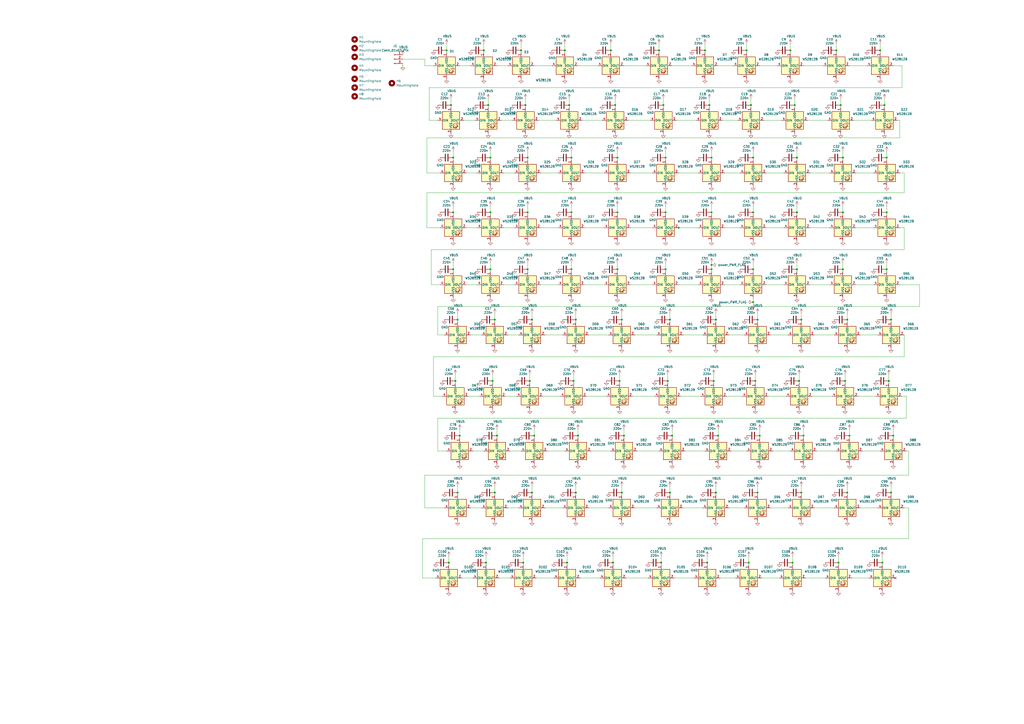
<source format=kicad_sch>
(kicad_sch (version 20231120) (generator "eeschema") (generator_version "8.0")
  (paper "A2")
  (title_block (title "STM32 QCLOCK") (date "2024-05-14") (rev "v1.0") (company "glaumar"))
  (junction (at 284.48 123.19))
  (junction (at 513.08 60.96))
  (junction (at 516.89 285.75))
  (junction (at 304.8 60.96))
  (junction (at 264.16 220.98))
  (junction (at 262.89 156.21))
  (junction (at 358.14 123.19))
  (junction (at 330.2 60.96))
  (junction (at 462.28 156.21))
  (junction (at 412.75 153.67))
  (junction (at 408.94 29.21))
  (junction (at 438.15 220.98))
  (junction (at 414.02 220.98))
  (junction (at 332.74 220.98))
  (junction (at 461.01 60.96))
  (junction (at 327.66 29.21))
  (junction (at 518.16 252.73))
  (junction (at 307.34 220.98))
  (junction (at 303.53 326.39))
  (junction (at 466.09 252.73))
  (junction (at 360.68 285.75))
  (junction (at 464.82 185.42))
  (junction (at 433.07 29.21))
  (junction (at 361.95 252.73))
  (junction (at 360.68 185.42))
  (junction (at 262.89 91.44))
  (junction (at 412.75 123.19))
  (junction (at 265.43 285.75))
  (junction (at 306.07 91.44))
  (junction (at 492.76 252.73))
  (junction (at 285.75 220.98))
  (junction (at 389.89 252.73))
  (junction (at 331.47 123.19))
  (junction (at 383.54 326.39))
  (junction (at 308.61 285.75))
  (junction (at 284.48 156.21))
  (junction (at 411.48 60.96))
  (junction (at 436.88 91.44))
  (junction (at 283.21 60.96))
  (junction (at 359.41 220.98))
  (junction (at 491.49 285.75))
  (junction (at 260.35 326.39))
  (junction (at 488.95 123.19))
  (junction (at 412.75 156.21))
  (junction (at 288.29 252.73))
  (junction (at 462.28 123.19))
  (junction (at 382.27 29.21))
  (junction (at 358.14 156.21))
  (junction (at 308.61 185.42))
  (junction (at 514.35 91.44))
  (junction (at 331.47 156.21))
  (junction (at 306.07 123.19))
  (junction (at 412.75 91.44))
  (junction (at 516.89 185.42))
  (junction (at 510.54 29.21))
  (junction (at 302.26 29.21))
  (junction (at 259.08 29.21))
  (junction (at 306.07 156.21))
  (junction (at 462.28 91.44))
  (junction (at 416.56 252.73))
  (junction (at 358.14 91.44))
  (junction (at 487.68 60.96))
  (junction (at 488.95 156.21))
  (junction (at 435.61 60.96))
  (junction (at 515.62 220.98))
  (junction (at 439.42 185.42))
  (junction (at 287.02 285.75))
  (junction (at 464.82 285.75))
  (junction (at 488.95 91.44))
  (junction (at 511.81 326.39))
  (junction (at 491.49 185.42))
  (junction (at 486.41 326.39))
  (junction (at 335.28 252.73))
  (junction (at 262.89 123.19))
  (junction (at 356.87 60.96))
  (junction (at 459.74 326.39))
  (junction (at 388.62 185.42))
  (junction (at 331.47 91.44))
  (junction (at 436.88 156.21))
  (junction (at 266.7 252.73))
  (junction (at 328.93 326.39))
  (junction (at 514.35 123.19))
  (junction (at 355.6 326.39))
  (junction (at 410.21 326.39))
  (junction (at 287.02 185.42))
  (junction (at 384.81 60.96))
  (junction (at 434.34 326.39))
  (junction (at 436.88 123.19))
  (junction (at 309.88 252.73))
  (junction (at 440.69 252.73))
  (junction (at 458.47 29.21))
  (junction (at 334.01 285.75))
  (junction (at 485.14 29.21))
  (junction (at 388.62 285.75))
  (junction (at 261.62 60.96))
  (junction (at 386.08 156.21))
  (junction (at 463.55 220.98))
  (junction (at 386.08 91.44))
  (junction (at 439.42 285.75))
  (junction (at 284.48 91.44))
  (junction (at 393.7 132.08))
  (junction (at 436.88 175.26))
  (junction (at 354.33 29.21))
  (junction (at 280.67 29.21))
  (junction (at 415.29 185.42))
  (junction (at 490.22 220.98))
  (junction (at 514.35 156.21))
  (junction (at 265.43 185.42))
  (junction (at 415.29 285.75))
  (junction (at 387.35 220.98))
  (junction (at 386.08 123.19))
  (junction (at 334.01 185.42))
  (junction (at 281.94 326.39))
  (no_connect (at 519.43 335.28))
  (wire (pts (xy 486.41 326.39) (xy 486.41 327.66)))
  (wire (pts (xy 524.51 132.08) (xy 521.97 132.08)))
  (wire (pts (xy 466.09 38.1) (xy 477.52 38.1)))
  (wire (pts (xy 422.91 294.64) (xy 431.8 294.64)))
  (wire (pts (xy 260.35 326.39) (xy 260.35 327.66)))
  (wire (pts (xy 416.56 248.92) (xy 416.56 252.73)))
  (wire (pts (xy 271.78 229.87) (xy 278.13 229.87)))
  (wire (pts (xy 254 194.31) (xy 257.81 194.31)))
  (wire (pts (xy 527.05 275.59) (xy 246.38 275.59)))
  (wire (pts (xy 495.3 69.85) (xy 505.46 69.85)))
  (wire (pts (xy 462.28 87.63) (xy 462.28 91.44)))
  (wire (pts (xy 414.02 217.17) (xy 414.02 220.98)))
  (wire (pts (xy 255.27 100.33) (xy 247.65 100.33)))
  (wire (pts (xy 266.7 38.1) (xy 273.05 38.1)))
  (wire (pts (xy 462.28 91.44) (xy 462.28 92.71)))
  (wire (pts (xy 440.69 252.73) (xy 440.69 254)))
  (wire (pts (xy 288.29 248.92) (xy 288.29 252.73)))
  (wire (pts (xy 491.49 285.75) (xy 491.49 287.02)))
  (wire (pts (xy 412.75 123.19) (xy 412.75 124.46)))
  (wire (pts (xy 361.95 252.73) (xy 361.95 254)))
  (wire (pts (xy 436.88 87.63) (xy 436.88 91.44)))
  (wire (pts (xy 339.09 100.33) (xy 350.52 100.33)))
  (wire (pts (xy 463.55 220.98) (xy 463.55 222.25)))
  (wire (pts (xy 247.65 132.08) (xy 255.27 132.08)))
  (wire (pts (xy 262.89 152.4) (xy 262.89 156.21)))
  (wire (pts (xy 511.81 322.58) (xy 511.81 326.39)))
  (wire (pts (xy 306.07 87.63) (xy 306.07 91.44)))
  (wire (pts (xy 331.47 119.38) (xy 331.47 123.19)))
  (wire (pts (xy 410.21 326.39) (xy 410.21 327.66)))
  (wire (pts (xy 358.14 119.38) (xy 358.14 123.19)))
  (wire (pts (xy 247.65 80.01) (xy 521.97 80.01)))
  (wire (pts (xy 304.8 57.15) (xy 304.8 60.96)))
  (wire (pts (xy 316.23 194.31) (xy 326.39 194.31)))
  (wire (pts (xy 386.08 152.4) (xy 386.08 156.21)))
  (wire (pts (xy 459.74 322.58) (xy 459.74 326.39)))
  (wire (pts (xy 420.37 100.33) (xy 429.26 100.33)))
  (wire (pts (xy 388.62 185.42) (xy 388.62 186.69)))
  (wire (pts (xy 436.88 123.19) (xy 436.88 124.46)))
  (wire (pts (xy 412.75 119.38) (xy 412.75 123.19)))
  (wire (pts (xy 524.51 144.78) (xy 524.51 132.08)))
  (wire (pts (xy 281.94 322.58) (xy 281.94 326.39)))
  (wire (pts (xy 491.49 181.61) (xy 491.49 185.42)))
  (wire (pts (xy 514.35 156.21) (xy 514.35 157.48)))
  (wire (pts (xy 424.18 261.62) (xy 433.07 261.62)))
  (wire (pts (xy 331.47 87.63) (xy 331.47 91.44)))
  (wire (pts (xy 384.81 57.15) (xy 384.81 60.96)))
  (wire (pts (xy 461.01 60.96) (xy 461.01 62.23)))
  (wire (pts (xy 439.42 185.42) (xy 439.42 186.69)))
  (wire (pts (xy 516.89 281.94) (xy 516.89 285.75)))
  (wire (pts (xy 441.96 335.28) (xy 452.12 335.28)))
  (wire (pts (xy 354.33 29.21) (xy 354.33 30.48)))
  (wire (pts (xy 284.48 119.38) (xy 284.48 123.19)))
  (wire (pts (xy 288.29 38.1) (xy 294.64 38.1)))
  (wire (pts (xy 415.29 181.61) (xy 415.29 185.42)))
  (wire (pts (xy 420.37 165.1) (xy 429.26 165.1)))
  (wire (pts (xy 294.64 194.31) (xy 300.99 194.31)))
  (wire (pts (xy 521.97 165.1) (xy 533.4 165.1)))
  (wire (pts (xy 302.26 25.4) (xy 302.26 29.21)))
  (wire (pts (xy 365.76 100.33) (xy 378.46 100.33)))
  (wire (pts (xy 533.4 177.8) (xy 254 177.8)))
  (wire (pts (xy 523.24 229.87) (xy 525.78 229.87)))
  (wire (pts (xy 245.11 312.42) (xy 245.11 335.28)))
  (wire (pts (xy 471.17 229.87) (xy 482.6 229.87)))
  (wire (pts (xy 364.49 69.85) (xy 377.19 69.85)))
  (wire (pts (xy 469.9 100.33) (xy 481.33 100.33)))
  (wire (pts (xy 523.24 50.8) (xy 248.92 50.8)))
  (wire (pts (xy 458.47 25.4) (xy 458.47 29.21)))
  (wire (pts (xy 355.6 322.58) (xy 355.6 326.39)))
  (wire (pts (xy 488.95 119.38) (xy 488.95 123.19)))
  (wire (pts (xy 525.78 242.57) (xy 254 242.57)))
  (wire (pts (xy 391.16 335.28) (xy 402.59 335.28)))
  (wire (pts (xy 250.19 165.1) (xy 250.19 144.78)))
  (wire (pts (xy 527.05 312.42) (xy 245.11 312.42)))
  (wire (pts (xy 292.1 100.33) (xy 298.45 100.33)))
  (wire (pts (xy 358.14 91.44) (xy 358.14 92.71)))
  (wire (pts (xy 472.44 294.64) (xy 483.87 294.64)))
  (wire (pts (xy 524.51 294.64) (xy 527.05 294.64)))
  (wire (pts (xy 494.03 335.28) (xy 504.19 335.28)))
  (wire (pts (xy 499.11 194.31) (xy 509.27 194.31)))
  (wire (pts (xy 436.88 91.44) (xy 436.88 92.71)))
  (wire (pts (xy 359.41 220.98) (xy 359.41 222.25)))
  (wire (pts (xy 262.89 87.63) (xy 262.89 91.44)))
  (wire (pts (xy 396.24 194.31) (xy 407.67 194.31)))
  (wire (pts (xy 389.89 248.92) (xy 389.89 252.73)))
  (wire (pts (xy 439.42 285.75) (xy 439.42 287.02)))
  (wire (pts (xy 514.35 91.44) (xy 514.35 92.71)))
  (wire (pts (xy 408.94 29.21) (xy 408.94 30.48)))
  (wire (pts (xy 313.69 132.08) (xy 323.85 132.08)))
  (wire (pts (xy 496.57 132.08) (xy 506.73 132.08)))
  (wire (pts (xy 436.88 175.26) (xy 436.88 172.72)))
  (wire (pts (xy 487.68 57.15) (xy 487.68 60.96)))
  (wire (pts (xy 496.57 100.33) (xy 506.73 100.33)))
  (wire (pts (xy 464.82 281.94) (xy 464.82 285.75)))
  (wire (pts (xy 250.19 144.78) (xy 524.51 144.78)))
  (wire (pts (xy 284.48 87.63) (xy 284.48 91.44)))
  (wire (pts (xy 420.37 132.08) (xy 429.26 132.08)))
  (wire (pts (xy 248.92 69.85) (xy 254 69.85)))
  (wire (pts (xy 466.09 252.73) (xy 466.09 254)))
  (wire (pts (xy 411.48 57.15) (xy 411.48 60.96)))
  (wire (pts (xy 468.63 69.85) (xy 480.06 69.85)))
  (wire (pts (xy 313.69 165.1) (xy 323.85 165.1)))
  (wire (pts (xy 339.09 132.08) (xy 350.52 132.08)))
  (wire (pts (xy 417.83 335.28) (xy 426.72 335.28)))
  (wire (pts (xy 283.21 57.15) (xy 283.21 60.96)))
  (wire (pts (xy 515.62 217.17) (xy 515.62 220.98)))
  (wire (pts (xy 499.11 294.64) (xy 509.27 294.64)))
  (wire (pts (xy 267.97 335.28) (xy 274.32 335.28)))
  (wire (pts (xy 485.14 29.21) (xy 485.14 30.48)))
  (wire (pts (xy 273.05 194.31) (xy 279.4 194.31)))
  (wire (pts (xy 500.38 261.62) (xy 510.54 261.62)))
  (wire (pts (xy 283.21 60.96) (xy 283.21 62.23)))
  (wire (pts (xy 435.61 57.15) (xy 435.61 60.96)))
  (wire (pts (xy 486.41 322.58) (xy 486.41 326.39)))
  (wire (pts (xy 389.89 38.1) (xy 401.32 38.1)))
  (wire (pts (xy 464.82 185.42) (xy 464.82 186.69)))
  (wire (pts (xy 260.35 322.58) (xy 260.35 326.39)))
  (wire (pts (xy 309.88 252.73) (xy 309.88 254)))
  (wire (pts (xy 388.62 281.94) (xy 388.62 285.75)))
  (wire (pts (xy 415.29 185.42) (xy 415.29 186.69)))
  (wire (pts (xy 412.75 153.67) (xy 412.75 156.21)))
  (wire (pts (xy 488.95 123.19) (xy 488.95 124.46)))
  (wire (pts (xy 356.87 60.96) (xy 356.87 62.23)))
  (wire (pts (xy 521.97 69.85) (xy 520.7 69.85)))
  (wire (pts (xy 306.07 152.4) (xy 306.07 156.21)))
  (wire (pts (xy 354.33 25.4) (xy 354.33 29.21)))
  (wire (pts (xy 436.88 156.21) (xy 436.88 157.48)))
  (wire (pts (xy 330.2 57.15) (xy 330.2 60.96)))
  (wire (pts (xy 287.02 281.94) (xy 287.02 285.75)))
  (wire (pts (xy 412.75 156.21) (xy 412.75 157.48)))
  (wire (pts (xy 261.62 60.96) (xy 261.62 62.23)))
  (wire (pts (xy 515.62 220.98) (xy 515.62 222.25)))
  (wire (pts (xy 488.95 87.63) (xy 488.95 91.44)))
  (wire (pts (xy 309.88 38.1) (xy 320.04 38.1)))
  (wire (pts (xy 367.03 229.87) (xy 379.73 229.87)))
  (wire (pts (xy 309.88 248.92) (xy 309.88 252.73)))
  (wire (pts (xy 334.01 281.94) (xy 334.01 285.75)))
  (wire (pts (xy 358.14 87.63) (xy 358.14 91.44)))
  (wire (pts (xy 328.93 322.58) (xy 328.93 326.39)))
  (wire (pts (xy 466.09 248.92) (xy 466.09 252.73)))
  (wire (pts (xy 518.16 252.73) (xy 518.16 254)))
  (wire (pts (xy 308.61 285.75) (xy 308.61 287.02)))
  (wire (pts (xy 386.08 87.63) (xy 386.08 91.44)))
  (wire (pts (xy 284.48 91.44) (xy 284.48 92.71)))
  (wire (pts (xy 259.08 29.21) (xy 259.08 30.48)))
  (wire (pts (xy 265.43 281.94) (xy 265.43 285.75)))
  (wire (pts (xy 464.82 285.75) (xy 464.82 287.02)))
  (wire (pts (xy 447.04 294.64) (xy 457.2 294.64)))
  (wire (pts (xy 280.67 29.21) (xy 280.67 30.48)))
  (wire (pts (xy 307.34 217.17) (xy 307.34 220.98)))
  (wire (pts (xy 264.16 220.98) (xy 264.16 222.25)))
  (wire (pts (xy 521.97 80.01) (xy 521.97 69.85)))
  (wire (pts (xy 261.62 57.15) (xy 261.62 60.96)))
  (wire (pts (xy 289.56 335.28) (xy 295.91 335.28)))
  (wire (pts (xy 359.41 217.17) (xy 359.41 220.98)))
  (wire (pts (xy 341.63 194.31) (xy 353.06 194.31)))
  (wire (pts (xy 369.57 261.62) (xy 382.27 261.62)))
  (wire (pts (xy 439.42 281.94) (xy 439.42 285.75)))
  (wire (pts (xy 496.57 165.1) (xy 506.73 165.1)))
  (wire (pts (xy 360.68 285.75) (xy 360.68 287.02)))
  (wire (pts (xy 445.77 229.87) (xy 455.93 229.87)))
  (wire (pts (xy 288.29 252.73) (xy 288.29 254)))
  (wire (pts (xy 254 242.57) (xy 254 261.62)))
  (wire (pts (xy 365.76 132.08) (xy 378.46 132.08)))
  (wire (pts (xy 368.3 194.31) (xy 381 194.31)))
  (wire (pts (xy 436.88 176.53) (xy 436.88 175.26)))
  (wire (pts (xy 421.64 229.87) (xy 430.53 229.87)))
  (wire (pts (xy 290.83 69.85) (xy 297.18 69.85)))
  (wire (pts (xy 355.6 326.39) (xy 355.6 327.66)))
  (wire (pts (xy 284.48 152.4) (xy 284.48 156.21)))
  (wire (pts (xy 435.61 60.96) (xy 435.61 62.23)))
  (wire (pts (xy 488.95 91.44) (xy 488.95 92.71)))
  (wire (pts (xy 250.19 165.1) (xy 255.27 165.1)))
  (wire (pts (xy 411.48 60.96) (xy 411.48 62.23)))
  (wire (pts (xy 331.47 152.4) (xy 331.47 156.21)))
  (wire (pts (xy 246.38 38.1) (xy 251.46 38.1)))
  (wire (pts (xy 341.63 294.64) (xy 353.06 294.64)))
  (wire (pts (xy 334.01 285.75) (xy 334.01 287.02)))
  (wire (pts (xy 514.35 123.19) (xy 514.35 124.46)))
  (wire (pts (xy 458.47 29.21) (xy 458.47 30.48)))
  (wire (pts (xy 462.28 119.38) (xy 462.28 123.19)))
  (wire (pts (xy 307.34 220.98) (xy 307.34 222.25)))
  (wire (pts (xy 464.82 181.61) (xy 464.82 185.42)))
  (wire (pts (xy 254 261.62) (xy 259.08 261.62)))
  (wire (pts (xy 387.35 217.17) (xy 387.35 220.98)))
  (wire (pts (xy 308.61 281.94) (xy 308.61 285.75)))
  (wire (pts (xy 311.15 335.28) (xy 321.31 335.28)))
  (wire (pts (xy 516.89 181.61) (xy 516.89 185.42)))
  (wire (pts (xy 490.22 220.98) (xy 490.22 222.25)))
  (wire (pts (xy 412.75 152.4) (xy 412.75 153.67)))
  (wire (pts (xy 525.78 229.87) (xy 525.78 242.57)))
  (wire (pts (xy 306.07 119.38) (xy 306.07 123.19)))
  (wire (pts (xy 312.42 69.85) (xy 322.58 69.85)))
  (wire (pts (xy 335.28 248.92) (xy 335.28 252.73)))
  (wire (pts (xy 434.34 322.58) (xy 434.34 326.39)))
  (wire (pts (xy 264.16 217.17) (xy 264.16 220.98)))
  (wire (pts (xy 472.44 194.31) (xy 483.87 194.31)))
  (wire (pts (xy 294.64 294.64) (xy 300.99 294.64)))
  (wire (pts (xy 270.51 165.1) (xy 276.86 165.1)))
  (wire (pts (xy 316.23 294.64) (xy 326.39 294.64)))
  (wire (pts (xy 524.51 194.31) (xy 524.51 207.01)))
  (wire (pts (xy 356.87 57.15) (xy 356.87 60.96)))
  (wire (pts (xy 513.08 57.15) (xy 513.08 60.96)))
  (wire (pts (xy 284.48 123.19) (xy 284.48 124.46)))
  (wire (pts (xy 440.69 248.92) (xy 440.69 252.73)))
  (wire (pts (xy 363.22 335.28) (xy 375.92 335.28)))
  (wire (pts (xy 389.89 252.73) (xy 389.89 254)))
  (wire (pts (xy 327.66 29.21) (xy 327.66 30.48)))
  (wire (pts (xy 284.48 156.21) (xy 284.48 157.48)))
  (wire (pts (xy 280.67 25.4) (xy 280.67 29.21)))
  (wire (pts (xy 491.49 185.42) (xy 491.49 186.69)))
  (wire (pts (xy 254 177.8) (xy 254 194.31)))
  (wire (pts (xy 388.62 185.42) (xy 388.62 181.61)))
  (wire (pts (xy 447.04 194.31) (xy 457.2 194.31)))
  (wire (pts (xy 262.89 156.21) (xy 262.89 157.48)))
  (wire (pts (xy 246.38 275.59) (xy 246.38 294.64)))
  (wire (pts (xy 416.56 252.73) (xy 416.56 254)))
  (wire (pts (xy 419.1 69.85) (xy 427.99 69.85)))
  (wire (pts (xy 485.14 25.4) (xy 485.14 29.21)))
  (wire (pts (xy 387.35 220.98) (xy 387.35 222.25)))
  (wire (pts (xy 266.7 248.92) (xy 266.7 252.73)))
  (wire (pts (xy 511.81 326.39) (xy 511.81 327.66)))
  (wire (pts (xy 285.75 217.17) (xy 285.75 220.98)))
  (wire (pts (xy 273.05 294.64) (xy 279.4 294.64)))
  (wire (pts (xy 412.75 87.63) (xy 412.75 91.44)))
  (wire (pts (xy 436.88 119.38) (xy 436.88 123.19)))
  (wire (pts (xy 368.3 294.64) (xy 381 294.64)))
  (wire (pts (xy 492.76 248.92) (xy 492.76 252.73)))
  (wire (pts (xy 287.02 285.75) (xy 287.02 287.02)))
  (wire (pts (xy 262.89 119.38) (xy 262.89 123.19)))
  (wire (pts (xy 439.42 181.61) (xy 439.42 185.42)))
  (wire (pts (xy 295.91 261.62) (xy 302.26 261.62)))
  (wire (pts (xy 462.28 152.4) (xy 462.28 156.21)))
  (wire (pts (xy 266.7 252.73) (xy 266.7 254)))
  (wire (pts (xy 292.1 165.1) (xy 298.45 165.1)))
  (wire (pts (xy 488.95 156.21) (xy 488.95 157.48)))
  (wire (pts (xy 444.5 100.33) (xy 454.66 100.33)))
  (wire (pts (xy 386.08 91.44) (xy 386.08 92.71)))
  (wire (pts (xy 412.75 91.44) (xy 412.75 92.71)))
  (wire (pts (xy 386.08 123.19) (xy 386.08 124.46)))
  (wire (pts (xy 516.89 185.42) (xy 516.89 186.69)))
  (wire (pts (xy 384.81 60.96) (xy 384.81 62.23)))
  (wire (pts (xy 394.97 229.87) (xy 406.4 229.87)))
  (wire (pts (xy 434.34 326.39) (xy 434.34 327.66)))
  (wire (pts (xy 361.95 248.92) (xy 361.95 252.73)))
  (wire (pts (xy 386.08 119.38) (xy 386.08 123.19)))
  (wire (pts (xy 415.29 281.94) (xy 415.29 285.75)))
  (wire (pts (xy 270.51 132.08) (xy 276.86 132.08)))
  (wire (pts (xy 233.68 36.83) (xy 233.68 38.1)))
  (wire (pts (xy 488.95 152.4) (xy 488.95 156.21)))
  (wire (pts (xy 281.94 326.39) (xy 281.94 327.66)))
  (wire (pts (xy 393.7 132.08) (xy 391.16 132.08)))
  (wire (pts (xy 334.01 185.42) (xy 334.01 186.69)))
  (wire (pts (xy 328.93 326.39) (xy 328.93 327.66)))
  (wire (pts (xy 510.54 25.4) (xy 510.54 29.21)))
  (wire (pts (xy 302.26 29.21) (xy 302.26 30.48)))
  (wire (pts (xy 361.95 38.1) (xy 374.65 38.1)))
  (wire (pts (xy 265.43 285.75) (xy 265.43 287.02)))
  (wire (pts (xy 247.65 100.33) (xy 247.65 80.01)))
  (wire (pts (xy 444.5 132.08) (xy 454.66 132.08)))
  (wire (pts (xy 314.96 229.87) (xy 325.12 229.87)))
  (wire (pts (xy 469.9 165.1) (xy 481.33 165.1)))
  (wire (pts (xy 340.36 229.87) (xy 351.79 229.87)))
  (wire (pts (xy 523.24 38.1) (xy 523.24 50.8)))
  (wire (pts (xy 306.07 123.19) (xy 306.07 124.46)))
  (wire (pts (xy 306.07 156.21) (xy 306.07 157.48)))
  (wire (pts (xy 331.47 123.19) (xy 331.47 124.46)))
  (wire (pts (xy 440.69 38.1) (xy 450.85 38.1)))
  (wire (pts (xy 308.61 181.61) (xy 308.61 185.42)))
  (wire (pts (xy 287.02 181.61) (xy 287.02 185.42)))
  (wire (pts (xy 490.22 217.17) (xy 490.22 220.98)))
  (wire (pts (xy 393.7 100.33) (xy 405.13 100.33)))
  (wire (pts (xy 358.14 152.4) (xy 358.14 156.21)))
  (wire (pts (xy 303.53 326.39) (xy 303.53 327.66)))
  (wire (pts (xy 524.51 111.76) (xy 247.65 111.76)))
  (wire (pts (xy 336.55 335.28) (xy 347.98 335.28)))
  (wire (pts (xy 492.76 252.73) (xy 492.76 254)))
  (wire (pts (xy 492.76 38.1) (xy 502.92 38.1)))
  (wire (pts (xy 396.24 294.64) (xy 407.67 294.64)))
  (wire (pts (xy 339.09 165.1) (xy 350.52 165.1)))
  (wire (pts (xy 317.5 261.62) (xy 327.66 261.62)))
  (wire (pts (xy 393.7 165.1) (xy 405.13 165.1)))
  (wire (pts (xy 514.35 152.4) (xy 514.35 156.21)))
  (wire (pts (xy 524.51 207.01) (xy 251.46 207.01)))
  (wire (pts (xy 521.97 100.33) (xy 524.51 100.33)))
  (wire (pts (xy 383.54 322.58) (xy 383.54 326.39)))
  (wire (pts (xy 422.91 194.31) (xy 431.8 194.31)))
  (wire (pts (xy 533.4 165.1) (xy 533.4 177.8)))
  (wire (pts (xy 513.08 60.96) (xy 513.08 62.23)))
  (wire (pts (xy 408.94 25.4) (xy 408.94 29.21)))
  (wire (pts (xy 461.01 57.15) (xy 461.01 60.96)))
  (wire (pts (xy 462.28 123.19) (xy 462.28 124.46)))
  (wire (pts (xy 287.02 185.42) (xy 287.02 186.69)))
  (wire (pts (xy 382.27 29.21) (xy 382.27 30.48)))
  (wire (pts (xy 527.05 261.62) (xy 525.78 261.62)))
  (wire (pts (xy 292.1 132.08) (xy 298.45 132.08)))
  (wire (pts (xy 516.89 285.75) (xy 516.89 287.02)))
  (wire (pts (xy 331.47 91.44) (xy 331.47 92.71)))
  (wire (pts (xy 337.82 69.85) (xy 349.25 69.85)))
  (wire (pts (xy 334.01 181.61) (xy 334.01 185.42)))
  (wire (pts (xy 269.24 69.85) (xy 275.59 69.85)))
  (wire (pts (xy 436.88 152.4) (xy 436.88 156.21)))
  (wire (pts (xy 259.08 25.4) (xy 259.08 29.21)))
  (wire (pts (xy 327.66 25.4) (xy 327.66 29.21)))
  (wire (pts (xy 444.5 165.1) (xy 454.66 165.1)))
  (wire (pts (xy 262.89 123.19) (xy 262.89 124.46)))
  (wire (pts (xy 438.15 220.98) (xy 438.15 222.25)))
  (wire (pts (xy 433.07 29.21) (xy 433.07 30.48)))
  (wire (pts (xy 459.74 326.39) (xy 459.74 327.66)))
  (wire (pts (xy 251.46 229.87) (xy 256.54 229.87)))
  (wire (pts (xy 510.54 29.21) (xy 510.54 30.48)))
  (wire (pts (xy 497.84 229.87) (xy 508 229.87)))
  (wire (pts (xy 342.9 261.62) (xy 354.33 261.62)))
  (wire (pts (xy 416.56 38.1) (xy 425.45 38.1)))
  (wire (pts (xy 274.32 261.62) (xy 280.67 261.62)))
  (wire (pts (xy 360.68 281.94) (xy 360.68 285.75)))
  (wire (pts (xy 332.74 220.98) (xy 332.74 222.25)))
  (wire (pts (xy 360.68 181.61) (xy 360.68 185.42)))
  (wire (pts (xy 308.61 185.42) (xy 308.61 186.69)))
  (wire (pts (xy 304.8 60.96) (xy 304.8 62.23)))
  (wire (pts (xy 331.47 156.21) (xy 331.47 157.48)))
  (wire (pts (xy 487.68 60.96) (xy 487.68 62.23)))
  (wire (pts (xy 270.51 100.33) (xy 276.86 100.33)))
  (wire (pts (xy 443.23 69.85) (xy 453.39 69.85)))
  (wire (pts (xy 518.16 248.92) (xy 518.16 252.73)))
  (wire (pts (xy 383.54 326.39) (xy 383.54 327.66)))
  (wire (pts (xy 330.2 60.96) (xy 330.2 62.23)))
  (wire (pts (xy 248.92 50.8) (xy 248.92 69.85)))
  (wire (pts (xy 467.36 335.28) (xy 478.79 335.28)))
  (wire (pts (xy 388.62 285.75) (xy 388.62 287.02)))
  (wire (pts (xy 462.28 156.21) (xy 462.28 157.48)))
  (wire (pts (xy 303.53 322.58) (xy 303.53 326.39)))
  (wire (pts (xy 233.68 34.29) (xy 246.38 34.29)))
  (wire (pts (xy 397.51 261.62) (xy 408.94 261.62)))
  (wire (pts (xy 527.05 294.64) (xy 527.05 312.42)))
  (wire (pts (xy 491.49 281.94) (xy 491.49 285.75)))
  (wire (pts (xy 265.43 185.42) (xy 265.43 186.69)))
  (wire (pts (xy 392.43 69.85) (xy 403.86 69.85)))
  (wire (pts (xy 262.89 91.44) (xy 262.89 92.71)))
  (wire (pts (xy 382.27 25.4) (xy 382.27 29.21)))
  (wire (pts (xy 518.16 38.1) (xy 523.24 38.1)))
  (wire (pts (xy 410.21 322.58) (xy 410.21 326.39)))
  (wire (pts (xy 469.9 132.08) (xy 481.33 132.08)))
  (wire (pts (xy 438.15 217.17) (xy 438.15 220.98)))
  (wire (pts (xy 251.46 207.01) (xy 251.46 229.87)))
  (wire (pts (xy 265.43 181.61) (xy 265.43 185.42)))
  (wire (pts (xy 358.14 123.19) (xy 358.14 124.46)))
  (wire (pts (xy 306.07 91.44) (xy 306.07 92.71)))
  (wire (pts (xy 514.35 87.63) (xy 514.35 91.44)))
  (wire (pts (xy 332.74 217.17) (xy 332.74 220.98)))
  (wire (pts (xy 448.31 261.62) (xy 458.47 261.62)))
  (wire (pts (xy 365.76 165.1) (xy 378.46 165.1)))
  (wire (pts (xy 335.28 38.1) (xy 346.71 38.1)))
  (wire (pts (xy 293.37 229.87) (xy 299.72 229.87)))
  (wire (pts (xy 335.28 252.73) (xy 335.28 254)))
  (wire (pts (xy 415.29 285.75) (xy 415.29 287.02)))
  (wire (pts (xy 524.51 100.33) (xy 524.51 111.76)))
  (wire (pts (xy 463.55 217.17) (xy 463.55 220.98)))
  (wire (pts (xy 386.08 156.21) (xy 386.08 157.48)))
  (wire (pts (xy 245.11 335.28) (xy 252.73 335.28)))
  (wire (pts (xy 358.14 156.21) (xy 358.14 157.48)))
  (wire (pts (xy 246.38 34.29) (xy 246.38 38.1)))
  (wire (pts (xy 414.02 220.98) (xy 414.02 222.25)))
  (wire (pts (xy 247.65 111.76) (xy 247.65 132.08)))
  (wire (pts (xy 246.38 294.64) (xy 257.81 294.64)))
  (wire (pts (xy 360.68 185.42) (xy 360.68 186.69)))
  (wire (pts (xy 433.07 25.4) (xy 433.07 29.21)))
  (wire (pts (xy 527.05 261.62) (xy 527.05 275.59)))
  (wire (pts (xy 473.71 261.62) (xy 485.14 261.62)))
  (wire (pts (xy 313.69 100.33) (xy 323.85 100.33)))
  (wire (pts (xy 285.75 220.98) (xy 285.75 222.25)))
  (wire (pts (xy 514.35 119.38) (xy 514.35 123.19)))
  (wire (pts (xy 393.7 132.08) (xy 405.13 132.08)))
  (symbol (lib_id "qclock-rescue:GND-power") (at 302.26 45.72 0) (unit 1)
    (property "Reference" "#PWR027" (effects (hide yes)))
    (property "Value" "GND" (effects (hide yes)))
  )
  (symbol (lib_id "qclock-rescue:VBUS-power") (at 302.26 25.4 0) (unit 1)
    (property "Reference" "#PWR03" (effects (hide yes)))
    (property "Value" "VBUS" (at 302.641 21.0058 0))
  )
  (symbol (lib_id "Device:C") (at 298.45 29.21 270) (unit 1)
    (property "Reference" "C3" (at 298.45 22.8092 90))
    (property "Value" "220n" (at 298.45 25.1206 90))
    (property "Footprint" "Capacitor_SMD:C_0402_1005Metric" (effects (hide yes)))
  )
  (symbol (lib_id "qclock-rescue:GND-power") (at 294.64 29.21 0) (unit 1)
    (property "Reference" "#PWR014" (effects (hide yes)))
    (property "Value" "GND" (at 294.767 33.6042 0))
  )
  (symbol (lib_id "qclock-rescue:GND-power") (at 354.33 252.73 0) (unit 1)
    (property "Reference" "#PWR0249" (effects (hide yes)))
    (property "Value" "GND" (at 354.457 257.1242 0))
  )
  (symbol (lib_id "qclock-rescue:GND-power") (at 323.85 156.21 0) (unit 1)
    (property "Reference" "#PWR0149" (effects (hide yes)))
    (property "Value" "GND" (at 323.977 160.6042 0))
  )
  (symbol (lib_id "LED:WS2812B") (at 288.29 261.62 0) (unit 1)
    (property "Reference" "D79" (at 299.72 255.3014 0))
    (property "Value" "WS2812B" (at 299.72 257.8414 0))
    (property "Footprint" "LED_SMD:LED_WS2812B_PLCC4_5.0x5.0mm_P3.2mm" (effects (hide yes)))
    (property "Datasheet" "https://cdn-shop.adafruit.com/datasheets/WS2812B.pdf" (effects (hide yes)))
    (property "Description" "RGB LED with integrated controller" (effects (hide yes)))
  )
  (symbol (lib_id "qclock-rescue:GND-power") (at 378.46 91.44 0) (unit 1)
    (property "Reference" "#PWR085" (effects (hide yes)))
    (property "Value" "GND" (at 378.587 95.8342 0))
  )
  (symbol (lib_id "qclock-rescue:VBUS-power") (at 304.8 57.15 0) (unit 1)
    (property "Reference" "#PWR038" (effects (hide yes)))
    (property "Value" "VBUS" (at 305.181 52.7558 0))
  )
  (symbol (lib_id "qclock-rescue:GND-power") (at 518.16 269.24 0) (unit 1)
    (property "Reference" "#PWR0266" (effects (hide yes)))
    (property "Value" "GND" (effects (hide yes)))
  )
  (symbol (lib_id "qclock-rescue:GND-power") (at 320.04 29.21 0) (unit 1)
    (property "Reference" "#PWR015" (effects (hide yes)))
    (property "Value" "GND" (at 320.167 33.6042 0))
  )
  (symbol (lib_id "LED:WS2812B") (at 266.7 261.62 0) (unit 1)
    (property "Reference" "D78" (at 278.13 255.3014 0))
    (property "Value" "WS2812B" (at 278.13 257.8414 0))
    (property "Footprint" "LED_SMD:LED_WS2812B_PLCC4_5.0x5.0mm_P3.2mm" (effects (hide yes)))
    (property "Datasheet" "https://cdn-shop.adafruit.com/datasheets/WS2812B.pdf" (effects (hide yes)))
    (property "Description" "RGB LED with integrated controller" (effects (hide yes)))
  )
  (symbol (lib_id "qclock-rescue:GND-power") (at 506.73 156.21 0) (unit 1)
    (property "Reference" "#PWR0156" (effects (hide yes)))
    (property "Value" "GND" (at 506.857 160.6042 0))
  )
  (symbol (lib_id "qclock-rescue:VBUS-power") (at 491.49 281.94 0) (unit 1)
    (property "Reference" "#PWR0276" (effects (hide yes)))
    (property "Value" "VBUS" (at 491.871 277.5458 0))
  )
  (symbol (lib_id "LED:WS2812B") (at 335.28 261.62 0) (unit 1)
    (property "Reference" "D81" (at 346.71 255.3014 0))
    (property "Value" "WS2812B" (at 346.71 257.8414 0))
    (property "Footprint" "LED_SMD:LED_WS2812B_PLCC4_5.0x5.0mm_P3.2mm" (effects (hide yes)))
    (property "Datasheet" "https://cdn-shop.adafruit.com/datasheets/WS2812B.pdf" (effects (hide yes)))
    (property "Description" "RGB LED with integrated controller" (effects (hide yes)))
  )
  (symbol (lib_id "LED:WS2812B") (at 436.88 165.1 0) (unit 1)
    (property "Reference" "D52" (at 448.31 158.7814 0))
    (property "Value" "WS2812B" (at 448.31 161.3214 0))
    (property "Footprint" "LED_SMD:LED_WS2812B_PLCC4_5.0x5.0mm_P3.2mm" (effects (hide yes)))
    (property "Datasheet" "https://cdn-shop.adafruit.com/datasheets/WS2812B.pdf" (effects (hide yes)))
    (property "Description" "RGB LED with integrated controller" (effects (hide yes)))
  )
  (symbol (lib_id "qclock-rescue:GND-power") (at 415.29 302.26 0) (unit 1)
    (property "Reference" "#PWR0295" (effects (hide yes)))
    (property "Value" "GND" (effects (hide yes)))
  )
  (symbol (lib_id "qclock-rescue:VBUS-power") (at 288.29 248.92 0) (unit 1)
    (property "Reference" "#PWR0235" (effects (hide yes)))
    (property "Value" "VBUS" (at 288.671 244.5258 0))
  )
  (symbol (lib_id "qclock-rescue:GND-power") (at 331.47 107.95 0) (unit 1)
    (property "Reference" "#PWR094" (effects (hide yes)))
    (property "Value" "GND" (effects (hide yes)))
  )
  (symbol (lib_id "Device:C") (at 283.21 285.75 270) (unit 1)
    (property "Reference" "C90" (at 283.21 279.3492 90))
    (property "Value" "220n" (at 283.21 281.6606 90))
    (property "Footprint" "Capacitor_SMD:C_0402_1005Metric" (effects (hide yes)))
  )
  (symbol (lib_id "LED:WS2812B") (at 307.34 229.87 0) (unit 1)
    (property "Reference" "D69" (at 318.77 223.5514 0))
    (property "Value" "WS2812B" (at 318.77 226.0914 0))
    (property "Footprint" "LED_SMD:LED_WS2812B_PLCC4_5.0x5.0mm_P3.2mm" (effects (hide yes)))
    (property "Datasheet" "https://cdn-shop.adafruit.com/datasheets/WS2812B.pdf" (effects (hide yes)))
    (property "Description" "RGB LED with integrated controller" (effects (hide yes)))
  )
  (symbol (lib_id "Device:C") (at 304.8 285.75 270) (unit 1)
    (property "Reference" "C91" (at 304.8 279.3492 90))
    (property "Value" "220n" (at 304.8 281.6606 90))
    (property "Footprint" "Capacitor_SMD:C_0402_1005Metric" (effects (hide yes)))
  )
  (symbol (lib_id "LED:WS2812B") (at 462.28 165.1 0) (unit 1)
    (property "Reference" "D53" (at 473.71 158.7814 0))
    (property "Value" "WS2812B" (at 473.71 161.3214 0))
    (property "Footprint" "LED_SMD:LED_WS2812B_PLCC4_5.0x5.0mm_P3.2mm" (effects (hide yes)))
    (property "Datasheet" "https://cdn-shop.adafruit.com/datasheets/WS2812B.pdf" (effects (hide yes)))
    (property "Description" "RGB LED with integrated controller" (effects (hide yes)))
  )
  (symbol (lib_id "qclock-rescue:GND-power") (at 429.26 123.19 0) (unit 1)
    (property "Reference" "#PWR0120" (effects (hide yes)))
    (property "Value" "GND" (at 429.387 127.5842 0))
  )
  (symbol (lib_id "qclock-rescue:GND-power") (at 515.62 237.49 0) (unit 1)
    (property "Reference" "#PWR0233" (effects (hide yes)))
    (property "Value" "GND" (effects (hide yes)))
  )
  (symbol (lib_id "qclock-rescue:GND-power") (at 276.86 156.21 0) (unit 1)
    (property "Reference" "#PWR0147" (effects (hide yes)))
    (property "Value" "GND" (at 276.987 160.6042 0))
  )
  (symbol (lib_id "qclock-rescue:VBUS-power") (at 262.89 152.4 0) (unit 1)
    (property "Reference" "#PWR0135" (effects (hide yes)))
    (property "Value" "VBUS" (at 263.271 148.0058 0))
  )
  (symbol (lib_id "qclock-rescue:VBUS-power") (at 459.74 322.58 0) (unit 1)
    (property "Reference" "#PWR0308" (effects (hide yes)))
    (property "Value" "VBUS" (at 460.121 318.1858 0))
  )
  (symbol (lib_id "qclock-rescue:GND-power") (at 502.92 29.21 0) (unit 1)
    (property "Reference" "#PWR022" (effects (hide yes)))
    (property "Value" "GND" (at 503.047 33.6042 0))
  )
  (symbol (lib_id "qclock-rescue:VBUS-power") (at 387.35 217.17 0) (unit 1)
    (property "Reference" "#PWR0206" (effects (hide yes)))
    (property "Value" "VBUS" (at 387.731 212.7758 0))
  )
  (symbol (lib_id "qclock-rescue:VBUS-power") (at 513.08 57.15 0) (unit 1)
    (property "Reference" "#PWR046" (effects (hide yes)))
    (property "Value" "VBUS" (at 513.461 52.7558 0))
  )
  (symbol (lib_id "qclock-rescue:GND-power") (at 382.27 252.73 0) (unit 1)
    (property "Reference" "#PWR0250" (effects (hide yes)))
    (property "Value" "GND" (at 382.397 257.1242 0))
  )
  (symbol (lib_id "LED:WS2812B") (at 462.28 100.33 0) (unit 1)
    (property "Reference" "D31" (at 473.71 94.0114 0))
    (property "Value" "WS2812B" (at 473.71 96.5514 0))
    (property "Footprint" "LED_SMD:LED_WS2812B_PLCC4_5.0x5.0mm_P3.2mm" (effects (hide yes)))
    (property "Datasheet" "https://cdn-shop.adafruit.com/datasheets/WS2812B.pdf" (effects (hide yes)))
    (property "Description" "RGB LED with integrated controller" (effects (hide yes)))
  )
  (symbol (lib_id "Device:C") (at 260.35 220.98 270) (unit 1)
    (property "Reference" "C67" (at 260.35 214.5792 90))
    (property "Value" "220n" (at 260.35 216.8906 90))
    (property "Footprint" "Capacitor_SMD:C_0402_1005Metric" (effects (hide yes)))
  )
  (symbol (lib_id "Device:C") (at 259.08 156.21 270) (unit 1)
    (property "Reference" "C45" (at 259.08 149.8092 90))
    (property "Value" "220n" (at 259.08 152.1206 90))
    (property "Footprint" "Capacitor_SMD:C_0402_1005Metric" (effects (hide yes)))
  )
  (symbol (lib_id "Device:C") (at 483.87 60.96 270) (unit 1)
    (property "Reference" "C21" (at 483.87 54.5592 90))
    (property "Value" "220n" (at 483.87 56.8706 90))
    (property "Footprint" "Capacitor_SMD:C_0402_1005Metric" (effects (hide yes)))
  )
  (symbol (lib_id "Device:C") (at 384.81 285.75 270) (unit 1)
    (property "Reference" "C94" (at 384.81 279.3492 90))
    (property "Value" "220n" (at 384.81 281.6606 90))
    (property "Footprint" "Capacitor_SMD:C_0402_1005Metric" (effects (hide yes)))
  )
  (symbol (lib_id "LED:WS2812B") (at 516.89 194.31 0) (unit 1)
    (property "Reference" "D66" (at 528.32 187.9914 0))
    (property "Value" "WS2812B" (at 528.32 190.5314 0))
    (property "Footprint" "LED_SMD:LED_WS2812B_PLCC4_5.0x5.0mm_P3.2mm" (effects (hide yes)))
    (property "Datasheet" "https://cdn-shop.adafruit.com/datasheets/WS2812B.pdf" (effects (hide yes)))
    (property "Description" "RGB LED with integrated controller" (effects (hide yes)))
  )
  (symbol (lib_id "LED:WS2812B") (at 262.89 132.08 0) (unit 1)
    (property "Reference" "D34" (at 274.32 125.7614 0))
    (property "Value" "WS2812B" (at 274.32 128.3014 0))
    (property "Footprint" "LED_SMD:LED_WS2812B_PLCC4_5.0x5.0mm_P3.2mm" (effects (hide yes)))
    (property "Datasheet" "https://cdn-shop.adafruit.com/datasheets/WS2812B.pdf" (effects (hide yes)))
    (property "Description" "RGB LED with integrated controller" (effects (hide yes)))
  )
  (symbol (lib_id "LED:WS2812B") (at 464.82 294.64 0) (unit 1)
    (property "Reference" "D97" (at 476.25 288.3214 0))
    (property "Value" "WS2812B" (at 476.25 290.8614 0))
    (property "Footprint" "LED_SMD:LED_WS2812B_PLCC4_5.0x5.0mm_P3.2mm" (effects (hide yes)))
    (property "Datasheet" "https://cdn-shop.adafruit.com/datasheets/WS2812B.pdf" (effects (hide yes)))
    (property "Description" "RGB LED with integrated controller" (effects (hide yes)))
  )
  (symbol (lib_id "qclock-rescue:GND-power") (at 410.21 342.9 0) (unit 1)
    (property "Reference" "#PWR0328" (effects (hide yes)))
    (property "Value" "GND" (effects (hide yes)))
  )
  (symbol (lib_id "qclock-rescue:VBUS-power") (at 265.43 281.94 0) (unit 1)
    (property "Reference" "#PWR0267" (effects (hide yes)))
    (property "Value" "VBUS" (at 265.811 277.5458 0))
  )
  (symbol (lib_id "Device:C") (at 257.81 60.96 270) (unit 1)
    (property "Reference" "C12" (at 257.81 54.5592 90))
    (property "Value" "220n" (at 257.81 56.8706 90))
    (property "Footprint" "Capacitor_SMD:C_0402_1005Metric" (effects (hide yes)))
  )
  (symbol (lib_id "qclock-rescue:GND-power") (at 516.89 302.26 0) (unit 1)
    (property "Reference" "#PWR0299" (effects (hide yes)))
    (property "Value" "GND" (effects (hide yes)))
  )
  (symbol (lib_id "qclock-rescue:GND-power") (at 402.59 326.39 0) (unit 1)
    (property "Reference" "#PWR0317" (effects (hide yes)))
    (property "Value" "GND" (at 402.717 330.7842 0))
  )
  (symbol (lib_id "qclock-rescue:GND-power") (at 287.02 302.26 0) (unit 1)
    (property "Reference" "#PWR0290" (effects (hide yes)))
    (property "Value" "GND" (effects (hide yes)))
  )
  (symbol (lib_id "Device:C") (at 458.47 91.44 270) (unit 1)
    (property "Reference" "C31" (at 458.47 85.0392 90))
    (property "Value" "220n" (at 458.47 87.3506 90))
    (property "Footprint" "Capacitor_SMD:C_0402_1005Metric" (effects (hide yes)))
  )
  (symbol (lib_id "qclock-rescue:VBUS-power") (at 284.48 119.38 0) (unit 1)
    (property "Reference" "#PWR0103" (effects (hide yes)))
    (property "Value" "VBUS" (at 284.861 114.9858 0))
  )
  (symbol (lib_id "LED:WS2812B") (at 334.01 194.31 0) (unit 1)
    (property "Reference" "D59" (at 345.44 187.9914 0))
    (property "Value" "WS2812B" (at 345.44 190.5314 0))
    (property "Footprint" "LED_SMD:LED_WS2812B_PLCC4_5.0x5.0mm_P3.2mm" (effects (hide yes)))
    (property "Datasheet" "https://cdn-shop.adafruit.com/datasheets/WS2812B.pdf" (effects (hide yes)))
    (property "Description" "RGB LED with integrated controller" (effects (hide yes)))
  )
  (symbol (lib_id "LED:WS2812B") (at 283.21 69.85 0) (unit 1)
    (property "Reference" "D13" (at 294.64 63.5314 0))
    (property "Value" "WS2812B" (at 294.64 66.0714 0))
    (property "Footprint" "LED_SMD:LED_WS2812B_PLCC4_5.0x5.0mm_P3.2mm" (effects (hide yes)))
    (property "Datasheet" "https://cdn-shop.adafruit.com/datasheets/WS2812B.pdf" (effects (hide yes)))
    (property "Description" "RGB LED with integrated controller" (effects (hide yes)))
  )
  (symbol (lib_id "qclock-rescue:GND-power") (at 358.14 107.95 0) (unit 1)
    (property "Reference" "#PWR095" (effects (hide yes)))
    (property "Value" "GND" (effects (hide yes)))
  )
  (symbol (lib_id "qclock-rescue:GND-power") (at 406.4 220.98 0) (unit 1)
    (property "Reference" "#PWR0218" (effects (hide yes)))
    (property "Value" "GND" (at 406.527 225.3742 0))
  )
  (symbol (lib_id "qclock-rescue:VBUS-power") (at 412.75 152.4 0) (unit 1)
    (property "Reference" "#PWR0141" (effects (hide yes)))
    (property "Value" "VBUS" (at 413.131 148.0058 0))
  )
  (symbol (lib_id "qclock-rescue:GND-power") (at 306.07 172.72 0) (unit 1)
    (property "Reference" "#PWR0159" (effects (hide yes)))
    (property "Value" "GND" (effects (hide yes)))
  )
  (symbol (lib_id "qclock-rescue:GND-power") (at 509.27 285.75 0) (unit 1)
    (property "Reference" "#PWR0288" (effects (hide yes)))
    (property "Value" "GND" (at 509.397 290.1442 0))
  )
  (symbol (lib_id "Device:C") (at 327.66 91.44 270) (unit 1)
    (property "Reference" "C26" (at 327.66 85.0392 90))
    (property "Value" "220n" (at 327.66 87.3506 90))
    (property "Footprint" "Capacitor_SMD:C_0402_1005Metric" (effects (hide yes)))
  )
  (symbol (lib_id "Device:C") (at 327.66 156.21 270) (unit 1)
    (property "Reference" "C48" (at 327.66 149.8092 90))
    (property "Value" "220n" (at 327.66 152.1206 90))
    (property "Footprint" "Capacitor_SMD:C_0402_1005Metric" (effects (hide yes)))
  )
  (symbol (lib_id "qclock-rescue:VBUS-power") (at 308.61 281.94 0) (unit 1)
    (property "Reference" "#PWR0269" (effects (hide yes)))
    (property "Value" "VBUS" (at 308.991 277.5458 0))
  )
  (symbol (lib_id "Device:C") (at 462.28 252.73 270) (unit 1)
    (property "Reference" "C86" (at 462.28 246.3292 90))
    (property "Value" "220n" (at 462.28 248.6406 90))
    (property "Footprint" "Capacitor_SMD:C_0402_1005Metric" (effects (hide yes)))
  )
  (symbol (lib_id "qclock-rescue:GND-power") (at 360.68 201.93 0) (unit 1)
    (property "Reference" "#PWR0194" (effects (hide yes)))
    (property "Value" "GND" (effects (hide yes)))
  )
  (symbol (lib_id "qclock-rescue:GND-power") (at 257.81 285.75 0) (unit 1)
    (property "Reference" "#PWR0278" (effects (hide yes)))
    (property "Value" "GND" (at 257.937 290.1442 0))
  )
  (symbol (lib_id "qclock-rescue:GND-power") (at 355.6 342.9 0) (unit 1)
    (property "Reference" "#PWR0326" (effects (hide yes)))
    (property "Value" "GND" (effects (hide yes)))
  )
  (symbol (lib_id "LED:WS2812B") (at 309.88 261.62 0) (unit 1)
    (property "Reference" "D80" (at 321.31 255.3014 0))
    (property "Value" "WS2812B" (at 321.31 257.8414 0))
    (property "Footprint" "LED_SMD:LED_WS2812B_PLCC4_5.0x5.0mm_P3.2mm" (effects (hide yes)))
    (property "Datasheet" "https://cdn-shop.adafruit.com/datasheets/WS2812B.pdf" (effects (hide yes)))
    (property "Description" "RGB LED with integrated controller" (effects (hide yes)))
  )
  (symbol (lib_id "qclock-rescue:GND-power") (at 298.45 156.21 0) (unit 1)
    (property "Reference" "#PWR0148" (effects (hide yes)))
    (property "Value" "GND" (at 298.577 160.6042 0))
  )
  (symbol (lib_id "qclock-rescue:GND-power") (at 480.06 60.96 0) (unit 1)
    (property "Reference" "#PWR056" (effects (hide yes)))
    (property "Value" "GND" (at 480.187 65.3542 0))
  )
  (symbol (lib_id "qclock-rescue:GND-power") (at 483.87 285.75 0) (unit 1)
    (property "Reference" "#PWR0287" (effects (hide yes)))
    (property "Value" "GND" (at 483.997 290.1442 0))
  )
  (symbol (lib_id "qclock-rescue:GND-power") (at 298.45 123.19 0) (unit 1)
    (property "Reference" "#PWR0115" (effects (hide yes)))
    (property "Value" "GND" (at 298.577 127.5842 0))
  )
  (symbol (lib_id "qclock-rescue:GND-power") (at 506.73 91.44 0) (unit 1)
    (property "Reference" "#PWR090" (effects (hide yes)))
    (property "Value" "GND" (at 506.857 95.8342 0))
  )
  (symbol (lib_id "qclock-rescue:VBUS-power") (at 389.89 248.92 0) (unit 1)
    (property "Reference" "#PWR0239" (effects (hide yes)))
    (property "Value" "VBUS" (at 390.271 244.5258 0))
  )
  (symbol (lib_id "Device:C") (at 330.2 185.42 270) (unit 1)
    (property "Reference" "C59" (at 330.2 179.0192 90))
    (property "Value" "220n" (at 330.2 181.3306 90))
    (property "Footprint" "Capacitor_SMD:C_0402_1005Metric" (effects (hide yes)))
  )
  (symbol (lib_id "Device:C") (at 510.54 123.19 270) (unit 1)
    (property "Reference" "C44" (at 510.54 116.7892 90))
    (property "Value" "220n" (at 510.54 119.1006 90))
    (property "Footprint" "Capacitor_SMD:C_0402_1005Metric" (effects (hide yes)))
  )
  (symbol (lib_id "qclock-rescue:GND-power") (at 304.8 77.47 0) (unit 1)
    (property "Reference" "#PWR060" (effects (hide yes)))
    (property "Value" "GND" (effects (hide yes)))
  )
  (symbol (lib_id "LED:WS2812B") (at 412.75 100.33 0) (unit 1)
    (property "Reference" "D29" (at 424.18 94.0114 0))
    (property "Value" "WS2812B" (at 424.18 96.5514 0))
    (property "Footprint" "LED_SMD:LED_WS2812B_PLCC4_5.0x5.0mm_P3.2mm" (effects (hide yes)))
    (property "Datasheet" "https://cdn-shop.adafruit.com/datasheets/WS2812B.pdf" (effects (hide yes)))
    (property "Description" "RGB LED with integrated controller" (effects (hide yes)))
  )
  (symbol (lib_id "Device:C") (at 511.81 220.98 270) (unit 1)
    (property "Reference" "C77" (at 511.81 214.5792 90))
    (property "Value" "220n" (at 511.81 216.8906 90))
    (property "Footprint" "Capacitor_SMD:C_0402_1005Metric" (effects (hide yes)))
  )
  (symbol (lib_id "LED:WS2812B") (at 281.94 335.28 0) (unit 1)
    (property "Reference" "D101" (at 293.37 328.9614 0))
    (property "Value" "WS2812B" (at 293.37 331.5014 0))
    (property "Footprint" "LED_SMD:LED_WS2812B_PLCC4_5.0x5.0mm_P3.2mm" (effects (hide yes)))
    (property "Datasheet" "https://cdn-shop.adafruit.com/datasheets/WS2812B.pdf" (effects (hide yes)))
    (property "Description" "RGB LED with integrated controller" (effects (hide yes)))
  )
  (symbol (lib_id "qclock-rescue:GND-power") (at 386.08 139.7 0) (unit 1)
    (property "Reference" "#PWR0129" (effects (hide yes)))
    (property "Value" "GND" (effects (hide yes)))
  )
  (symbol (lib_id "qclock-rescue:GND-power") (at 265.43 201.93 0) (unit 1)
    (property "Reference" "#PWR0190" (effects (hide yes)))
    (property "Value" "GND" (effects (hide yes)))
  )
  (symbol (lib_id "Device:C") (at 431.8 60.96 270) (unit 1)
    (property "Reference" "C19" (at 431.8 54.5592 90))
    (property "Value" "220n" (at 431.8 56.8706 90))
    (property "Footprint" "Capacitor_SMD:C_0402_1005Metric" (effects (hide yes)))
  )
  (symbol (lib_id "Device:C") (at 410.21 220.98 270) (unit 1)
    (property "Reference" "C73" (at 410.21 214.5792 90))
    (property "Value" "220n" (at 410.21 216.8906 90))
    (property "Footprint" "Capacitor_SMD:C_0402_1005Metric" (effects (hide yes)))
  )
  (symbol (lib_id "qclock-rescue:GND-power") (at 425.45 29.21 0) (unit 1)
    (property "Reference" "#PWR019" (effects (hide yes)))
    (property "Value" "GND" (at 425.577 33.6042 0))
  )
  (symbol (lib_id "qclock-rescue:GND-power") (at 302.26 252.73 0) (unit 1)
    (property "Reference" "#PWR0247" (effects (hide yes)))
    (property "Value" "GND" (at 302.387 257.1242 0))
  )
  (symbol (lib_id "qclock-rescue:VBUS-power") (at 307.34 217.17 0) (unit 1)
    (property "Reference" "#PWR0203" (effects (hide yes)))
    (property "Value" "VBUS" (at 307.721 212.7758 0))
  )
  (symbol (lib_id "qclock-rescue:GND-power") (at 295.91 326.39 0) (unit 1)
    (property "Reference" "#PWR0313" (effects (hide yes)))
    (property "Value" "GND" (at 296.037 330.7842 0))
  )
  (symbol (lib_id "qclock-rescue:VBUS-power") (at 259.08 25.4 0) (unit 1)
    (property "Reference" "#PWR01" (effects (hide yes)))
    (property "Value" "VBUS" (at 259.461 21.0058 0))
  )
  (symbol (lib_id "Device:C") (at 279.4 60.96 270) (unit 1)
    (property "Reference" "C13" (at 279.4 54.5592 90))
    (property "Value" "220n" (at 279.4 56.8706 90))
    (property "Footprint" "Capacitor_SMD:C_0402_1005Metric" (effects (hide yes)))
  )
  (symbol (lib_id "Device:C") (at 459.74 220.98 270) (unit 1)
    (property "Reference" "C75" (at 459.74 214.5792 90))
    (property "Value" "220n" (at 459.74 216.8906 90))
    (property "Footprint" "Capacitor_SMD:C_0402_1005Metric" (effects (hide yes)))
  )
  (symbol (lib_id "qclock-rescue:VBUS-power") (at 492.76 248.92 0) (unit 1)
    (property "Reference" "#PWR0243" (effects (hide yes)))
    (property "Value" "VBUS" (at 493.141 244.5258 0))
  )
  (symbol (lib_id "qclock-rescue:VBUS-power") (at 354.33 25.4 0) (unit 1)
    (property "Reference" "#PWR05" (effects (hide yes)))
    (property "Value" "VBUS" (at 354.711 21.0058 0))
  )
  (symbol (lib_id "qclock-rescue:VBUS-power") (at 464.82 181.61 0) (unit 1)
    (property "Reference" "#PWR0176" (effects (hide yes)))
    (property "Value" "VBUS" (at 465.201 177.2158 0))
  )
  (symbol (lib_id "qclock-rescue:VBUS-power") (at 414.02 217.17 0) (unit 1)
    (property "Reference" "#PWR0207" (effects (hide yes)))
    (property "Value" "VBUS" (at 414.401 212.7758 0))
  )
  (symbol (lib_id "qclock-rescue:GND-power") (at 407.67 185.42 0) (unit 1)
    (property "Reference" "#PWR0185" (effects (hide yes)))
    (property "Value" "GND" (at 407.797 189.8142 0))
  )
  (symbol (lib_id "qclock-rescue:GND-power") (at 411.48 77.47 0) (unit 1)
    (property "Reference" "#PWR064" (effects (hide yes)))
    (property "Value" "GND" (effects (hide yes)))
  )
  (symbol (lib_id "qclock-rescue:GND-power") (at 276.86 91.44 0) (unit 1)
    (property "Reference" "#PWR081" (effects (hide yes)))
    (property "Value" "GND" (at 276.987 95.8342 0))
  )
  (symbol (lib_id "LED:WS2812B") (at 491.49 194.31 0) (unit 1)
    (property "Reference" "D65" (at 502.92 187.9914 0))
    (property "Value" "WS2812B" (at 502.92 190.5314 0))
    (property "Footprint" "LED_SMD:LED_WS2812B_PLCC4_5.0x5.0mm_P3.2mm" (effects (hide yes)))
    (property "Datasheet" "https://cdn-shop.adafruit.com/datasheets/WS2812B.pdf" (effects (hide yes)))
    (property "Description" "RGB LED with integrated controller" (effects (hide yes)))
  )
  (symbol (lib_id "qclock-rescue:GND-power") (at 509.27 185.42 0) (unit 1)
    (property "Reference" "#PWR0189" (effects (hide yes)))
    (property "Value" "GND" (at 509.397 189.8142 0))
  )
  (symbol (lib_id "Device:C") (at 487.68 185.42 270) (unit 1)
    (property "Reference" "C65" (at 487.68 179.0192 90))
    (property "Value" "220n" (at 487.68 181.3306 90))
    (property "Footprint" "Capacitor_SMD:C_0402_1005Metric" (effects (hide yes)))
  )
  (symbol (lib_id "Device:C") (at 259.08 123.19 270) (unit 1)
    (property "Reference" "C34" (at 259.08 116.7892 90))
    (property "Value" "220n" (at 259.08 119.1006 90))
    (property "Footprint" "Capacitor_SMD:C_0402_1005Metric" (effects (hide yes)))
  )
  (symbol (lib_id "Device:C") (at 382.27 156.21 270) (unit 1)
    (property "Reference" "C50" (at 382.27 149.8092 90))
    (property "Value" "220n" (at 382.27 152.1206 90))
    (property "Footprint" "Capacitor_SMD:C_0402_1005Metric" (effects (hide yes)))
  )
  (symbol (lib_id "qclock-rescue:VBUS-power") (at 439.42 181.61 0) (unit 1)
    (property "Reference" "#PWR0175" (effects (hide yes)))
    (property "Value" "VBUS" (at 439.801 177.2158 0))
  )
  (symbol (lib_id "LED:WS2812B") (at 359.41 229.87 0) (unit 1)
    (property "Reference" "D71" (at 370.84 223.5514 0))
    (property "Value" "WS2812B" (at 370.84 226.0914 0))
    (property "Footprint" "LED_SMD:LED_WS2812B_PLCC4_5.0x5.0mm_P3.2mm" (effects (hide yes)))
    (property "Datasheet" "https://cdn-shop.adafruit.com/datasheets/WS2812B.pdf" (effects (hide yes)))
    (property "Description" "RGB LED with integrated controller" (effects (hide yes)))
  )
  (symbol (lib_id "Device:C") (at 411.48 285.75 270) (unit 1)
    (property "Reference" "C95" (at 411.48 279.3492 90))
    (property "Value" "220n" (at 411.48 281.6606 90))
    (property "Footprint" "Capacitor_SMD:C_0402_1005Metric" (effects (hide yes)))
  )
  (symbol (lib_id "qclock-rescue:GND-power") (at 378.46 123.19 0) (unit 1)
    (property "Reference" "#PWR0118" (effects (hide yes)))
    (property "Value" "GND" (at 378.587 127.5842 0))
  )
  (symbol (lib_id "qclock-rescue:GND-power") (at 414.02 237.49 0) (unit 1)
    (property "Reference" "#PWR0229" (effects (hide yes)))
    (property "Value" "GND" (effects (hide yes)))
  )
  (symbol (lib_id "qclock-rescue:GND-power") (at 454.66 123.19 0) (unit 1)
    (property "Reference" "#PWR0121" (effects (hide yes)))
    (property "Value" "GND" (at 454.787 127.5842 0))
  )
  (symbol (lib_id "qclock-rescue:VBUS-power") (at 514.35 87.63 0) (unit 1)
    (property "Reference" "#PWR079" (effects (hide yes)))
    (property "Value" "VBUS" (at 514.731 83.2358 0))
  )
  (symbol (lib_id "LED:WS2812B") (at 510.54 38.1 0) (unit 1)
    (property "Reference" "D11" (at 521.97 31.7814 0))
    (property "Value" "WS2812B" (at 521.97 34.3214 0))
    (property "Footprint" "LED_SMD:LED_WS2812B_PLCC4_5.0x5.0mm_P3.2mm" (effects (hide yes)))
    (property "Datasheet" "https://cdn-shop.adafruit.com/datasheets/WS2812B.pdf" (effects (hide yes)))
    (property "Description" "RGB LED with integrated controller" (effects (hide yes)))
  )
  (symbol (lib_id "LED:WS2812B") (at 306.07 100.33 0) (unit 1)
    (property "Reference" "D25" (at 317.5 94.0114 0))
    (property "Value" "WS2812B" (at 317.5 96.5514 0))
    (property "Footprint" "LED_SMD:LED_WS2812B_PLCC4_5.0x5.0mm_P3.2mm" (effects (hide yes)))
    (property "Datasheet" "https://cdn-shop.adafruit.com/datasheets/WS2812B.pdf" (effects (hide yes)))
    (property "Description" "RGB LED with integrated controller" (effects (hide yes)))
  )
  (symbol (lib_id "LED:WS2812B") (at 284.48 132.08 0) (unit 1)
    (property "Reference" "D35" (at 295.91 125.7614 0))
    (property "Value" "WS2812B" (at 295.91 128.3014 0))
    (property "Footprint" "LED_SMD:LED_WS2812B_PLCC4_5.0x5.0mm_P3.2mm" (effects (hide yes)))
    (property "Datasheet" "https://cdn-shop.adafruit.com/datasheets/WS2812B.pdf" (effects (hide yes)))
    (property "Description" "RGB LED with integrated controller" (effects (hide yes)))
  )
  (symbol (lib_id "qclock-rescue:GND-power") (at 256.54 220.98 0) (unit 1)
    (property "Reference" "#PWR0212" (effects (hide yes)))
    (property "Value" "GND" (at 256.667 225.3742 0))
  )
  (symbol (lib_id "LED:WS2812B") (at 515.62 229.87 0) (unit 1)
    (property "Reference" "D77" (at 527.05 223.5514 0))
    (property "Value" "WS2812B" (at 527.05 226.0914 0))
    (property "Footprint" "LED_SMD:LED_WS2812B_PLCC4_5.0x5.0mm_P3.2mm" (effects (hide yes)))
    (property "Datasheet" "https://cdn-shop.adafruit.com/datasheets/WS2812B.pdf" (effects (hide yes)))
    (property "Description" "RGB LED with integrated controller" (effects (hide yes)))
  )
  (symbol (lib_id "LED:WS2812B") (at 331.47 100.33 0) (unit 1)
    (property "Reference" "D26" (at 342.9 94.0114 0))
    (property "Value" "WS2812B" (at 342.9 96.5514 0))
    (property "Footprint" "LED_SMD:LED_WS2812B_PLCC4_5.0x5.0mm_P3.2mm" (effects (hide yes)))
    (property "Datasheet" "https://cdn-shop.adafruit.com/datasheets/WS2812B.pdf" (effects (hide yes)))
    (property "Description" "RGB LED with integrated controller" (effects (hide yes)))
  )
  (symbol (lib_id "LED:WS2812B") (at 414.02 229.87 0) (unit 1)
    (property "Reference" "D73" (at 425.45 223.5514 0))
    (property "Value" "WS2812B" (at 425.45 226.0914 0))
    (property "Footprint" "LED_SMD:LED_WS2812B_PLCC4_5.0x5.0mm_P3.2mm" (effects (hide yes)))
    (property "Datasheet" "https://cdn-shop.adafruit.com/datasheets/WS2812B.pdf" (effects (hide yes)))
    (property "Description" "RGB LED with integrated controller" (effects (hide yes)))
  )
  (symbol (lib_id "qclock-rescue:GND-power") (at 321.31 326.39 0) (unit 1)
    (property "Reference" "#PWR0314" (effects (hide yes)))
    (property "Value" "GND" (at 321.437 330.7842 0))
  )
  (symbol (lib_id "Device:C") (at 408.94 156.21 270) (unit 1)
    (property "Reference" "C51" (at 408.94 149.8092 90))
    (property "Value" "220n" (at 408.94 152.1206 90))
    (property "Footprint" "Capacitor_SMD:C_0402_1005Metric" (effects (hide yes)))
  )
  (symbol (lib_id "Device:C") (at 434.34 220.98 270) (unit 1)
    (property "Reference" "C74" (at 434.34 214.5792 90))
    (property "Value" "220n" (at 434.34 216.8906 90))
    (property "Footprint" "Capacitor_SMD:C_0402_1005Metric" (effects (hide yes)))
  )
  (symbol (lib_id "qclock-rescue:VBUS-power") (at 485.14 25.4 0) (unit 1)
    (property "Reference" "#PWR010" (effects (hide yes)))
    (property "Value" "VBUS" (at 485.521 21.0058 0))
  )
  (symbol (lib_id "qclock-rescue:VBUS-power") (at 308.61 181.61 0) (unit 1)
    (property "Reference" "#PWR0170" (effects (hide yes)))
    (property "Value" "VBUS" (at 308.991 177.2158 0))
  )
  (symbol (lib_id "Device:C") (at 458.47 123.19 270) (unit 1)
    (property "Reference" "C42" (at 458.47 116.7892 90))
    (property "Value" "220n" (at 458.47 119.1006 90))
    (property "Footprint" "Capacitor_SMD:C_0402_1005Metric" (effects (hide yes)))
  )
  (symbol (lib_id "qclock-rescue:GND-power") (at 379.73 220.98 0) (unit 1)
    (property "Reference" "#PWR0217" (effects (hide yes)))
    (property "Value" "GND" (at 379.857 225.3742 0))
  )
  (symbol (lib_id "qclock-rescue:GND-power") (at 358.14 172.72 0) (unit 1)
    (property "Reference" "#PWR0161" (effects (hide yes)))
    (property "Value" "GND" (effects (hide yes)))
  )
  (symbol (lib_id "qclock-rescue:GND-power") (at 350.52 156.21 0) (unit 1)
    (property "Reference" "#PWR0150" (effects (hide yes)))
    (property "Value" "GND" (at 350.647 160.6042 0))
  )
  (symbol (lib_id "Device:C") (at 304.8 185.42 270) (unit 1)
    (property "Reference" "C58" (at 304.8 179.0192 90))
    (property "Value" "220n" (at 304.8 181.3306 90))
    (property "Footprint" "Capacitor_SMD:C_0402_1005Metric" (effects (hide yes)))
  )
  (symbol (lib_id "qclock-rescue:GND-power") (at 450.85 29.21 0) (unit 1)
    (property "Reference" "#PWR020" (effects (hide yes)))
    (property "Value" "GND" (at 450.977 33.6042 0))
  )
  (symbol (lib_id "LED:WS2812B") (at 262.89 100.33 0) (unit 1)
    (property "Reference" "D23" (at 274.32 94.0114 0))
    (property "Value" "WS2812B" (at 274.32 96.5514 0))
    (property "Footprint" "LED_SMD:LED_WS2812B_PLCC4_5.0x5.0mm_P3.2mm" (effects (hide yes)))
    (property "Datasheet" "https://cdn-shop.adafruit.com/datasheets/WS2812B.pdf" (effects (hide yes)))
    (property "Description" "RGB LED with integrated controller" (effects (hide yes)))
  )
  (symbol (lib_id "qclock-rescue:GND-power") (at 274.32 326.39 0) (unit 1)
    (property "Reference" "#PWR0312" (effects (hide yes)))
    (property "Value" "GND" (at 274.447 330.7842 0))
  )
  (symbol (lib_id "qclock-rescue:VBUS-power") (at 514.35 152.4 0) (unit 1)
    (property "Reference" "#PWR0145" (effects (hide yes)))
    (property "Value" "VBUS" (at 514.731 148.0058 0))
  )
  (symbol (lib_id "LED:WS2812B") (at 328.93 335.28 0) (unit 1)
    (property "Reference" "D103" (at 340.36 328.9614 0))
    (property "Value" "WS2812B" (at 340.36 331.5014 0))
    (property "Footprint" "LED_SMD:LED_WS2812B_PLCC4_5.0x5.0mm_P3.2mm" (effects (hide yes)))
    (property "Datasheet" "https://cdn-shop.adafruit.com/datasheets/WS2812B.pdf" (effects (hide yes)))
    (property "Description" "RGB LED with integrated controller" (effects (hide yes)))
  )
  (symbol (lib_id "qclock-rescue:VBUS-power") (at 410.21 322.58 0) (unit 1)
    (property "Reference" "#PWR0306" (effects (hide yes)))
    (property "Value" "VBUS" (at 410.591 318.1858 0))
  )
  (symbol (lib_id "qclock-rescue:VBUS-power") (at 332.74 217.17 0) (unit 1)
    (property "Reference" "#PWR0204" (effects (hide yes)))
    (property "Value" "VBUS" (at 333.121 212.7758 0))
  )
  (symbol (lib_id "qclock-rescue:GND-power") (at 461.01 77.47 0) (unit 1)
    (property "Reference" "#PWR066" (effects (hide yes)))
    (property "Value" "GND" (effects (hide yes)))
  )
  (symbol (lib_id "Device:C") (at 510.54 91.44 270) (unit 1)
    (property "Reference" "C33" (at 510.54 85.0392 90))
    (property "Value" "220n" (at 510.54 87.3506 90))
    (property "Footprint" "Capacitor_SMD:C_0402_1005Metric" (effects (hide yes)))
  )
  (symbol (lib_id "qclock-rescue:GND-power") (at 454.66 156.21 0) (unit 1)
    (property "Reference" "#PWR0154" (effects (hide yes)))
    (property "Value" "GND" (at 454.787 160.6042 0))
  )
  (symbol (lib_id "Device:C") (at 509.27 60.96 270) (unit 1)
    (property "Reference" "C22" (at 509.27 54.5592 90))
    (property "Value" "220n" (at 509.27 56.8706 90))
    (property "Footprint" "Capacitor_SMD:C_0402_1005Metric" (effects (hide yes)))
  )
  (symbol (lib_id "qclock-rescue:GND-power") (at 433.07 252.73 0) (unit 1)
    (property "Reference" "#PWR0252" (effects (hide yes)))
    (property "Value" "GND" (at 433.197 257.1242 0))
  )
  (symbol (lib_id "Device:C") (at 255.27 29.21 270) (unit 1)
    (property "Reference" "C1" (at 255.27 22.8092 90))
    (property "Value" "220n" (at 255.27 25.1206 90))
    (property "Footprint" "Capacitor_SMD:C_0402_1005Metric" (effects (hide yes)))
  )
  (symbol (lib_id "Device:C") (at 353.06 60.96 270) (unit 1)
    (property "Reference" "C16" (at 353.06 54.5592 90))
    (property "Value" "220n" (at 353.06 56.8706 90))
    (property "Footprint" "Capacitor_SMD:C_0402_1005Metric" (effects (hide yes)))
  )
  (symbol (lib_id "Device:C") (at 300.99 60.96 270) (unit 1)
    (property "Reference" "C14" (at 300.99 54.5592 90))
    (property "Value" "220n" (at 300.99 56.8706 90))
    (property "Footprint" "Capacitor_SMD:C_0402_1005Metric" (effects (hide yes)))
  )
  (symbol (lib_id "LED:WS2812B") (at 490.22 229.87 0) (unit 1)
    (property "Reference" "D76" (at 501.65 223.5514 0))
    (property "Value" "WS2812B" (at 501.65 226.0914 0))
    (property "Footprint" "LED_SMD:LED_WS2812B_PLCC4_5.0x5.0mm_P3.2mm" (effects (hide yes)))
    (property "Datasheet" "https://cdn-shop.adafruit.com/datasheets/WS2812B.pdf" (effects (hide yes)))
    (property "Description" "RGB LED with integrated controller" (effects (hide yes)))
  )
  (symbol (lib_id "qclock-rescue:GND-power") (at 262.89 172.72 0) (unit 1)
    (property "Reference" "#PWR0157" (effects (hide yes)))
    (property "Value" "GND" (effects (hide yes)))
  )
  (symbol (lib_id "qclock-rescue:GND-power") (at 257.81 185.42 0) (unit 1)
    (property "Reference" "#PWR0179" (effects (hide yes)))
    (property "Value" "GND" (at 257.937 189.8142 0))
  )
  (symbol (lib_id "qclock-rescue:PWR_FLAG-power") (at 412.75 153.67 270) (unit 1)
    (property "Reference" "#FLG01" (effects (hide yes)))
    (property "Value" "power_PWR_FLAG" (at 416.56 153.6699 90) (effects (justify left)))
  )
  (symbol (lib_id "qclock-rescue:VBUS-power") (at 261.62 57.15 0) (unit 1)
    (property "Reference" "#PWR036" (effects (hide yes)))
    (property "Value" "VBUS" (at 262.001 52.7558 0))
  )
  (symbol (lib_id "qclock-rescue:GND-power") (at 405.13 91.44 0) (unit 1)
    (property "Reference" "#PWR086" (effects (hide yes)))
    (property "Value" "GND" (at 405.257 95.8342 0))
  )
  (symbol (lib_id "LED:WS2812B") (at 439.42 194.31 0) (unit 1)
    (property "Reference" "D63" (at 450.85 187.9914 0))
    (property "Value" "WS2812B" (at 450.85 190.5314 0))
    (property "Footprint" "LED_SMD:LED_WS2812B_PLCC4_5.0x5.0mm_P3.2mm" (effects (hide yes)))
    (property "Datasheet" "https://cdn-shop.adafruit.com/datasheets/WS2812B.pdf" (effects (hide yes)))
    (property "Description" "RGB LED with integrated controller" (effects (hide yes)))
  )
  (symbol (lib_id "Device:C") (at 280.67 91.44 270) (unit 1)
    (property "Reference" "C24" (at 280.67 85.0392 90))
    (property "Value" "220n" (at 280.67 87.3506 90))
    (property "Footprint" "Capacitor_SMD:C_0402_1005Metric" (effects (hide yes)))
  )
  (symbol (lib_id "LED:WS2812B") (at 412.75 165.1 0) (unit 1)
    (property "Reference" "D51" (at 424.18 158.7814 0))
    (property "Value" "WS2812B" (at 424.18 161.3214 0))
    (property "Footprint" "LED_SMD:LED_WS2812B_PLCC4_5.0x5.0mm_P3.2mm" (effects (hide yes)))
    (property "Datasheet" "https://cdn-shop.adafruit.com/datasheets/WS2812B.pdf" (effects (hide yes)))
    (property "Description" "RGB LED with integrated controller" (effects (hide yes)))
  )
  (symbol (lib_id "LED:WS2812B") (at 459.74 335.28 0) (unit 1)
    (property "Reference" "D108" (at 471.17 328.9614 0))
    (property "Value" "WS2812B" (at 471.17 331.5014 0))
    (property "Footprint" "LED_SMD:LED_WS2812B_PLCC4_5.0x5.0mm_P3.2mm" (effects (hide yes)))
    (property "Datasheet" "https://cdn-shop.adafruit.com/datasheets/WS2812B.pdf" (effects (hide yes)))
    (property "Description" "RGB LED with integrated controller" (effects (hide yes)))
  )
  (symbol (lib_id "Device:C") (at 280.67 123.19 270) (unit 1)
    (property "Reference" "C35" (at 280.67 116.7892 90))
    (property "Value" "220n" (at 280.67 119.1006 90))
    (property "Footprint" "Capacitor_SMD:C_0402_1005Metric" (effects (hide yes)))
  )
  (symbol (lib_id "qclock-rescue:VBUS-power") (at 408.94 25.4 0) (unit 1)
    (property "Reference" "#PWR07" (effects (hide yes)))
    (property "Value" "VBUS" (at 409.321 21.0058 0))
  )
  (symbol (lib_id "qclock-rescue:GND-power") (at 306.07 139.7 0) (unit 1)
    (property "Reference" "#PWR0126" (effects (hide yes)))
    (property "Value" "GND" (effects (hide yes)))
  )
  (symbol (lib_id "qclock-rescue:VBUS-power") (at 283.21 57.15 0) (unit 1)
    (property "Reference" "#PWR037" (effects (hide yes)))
    (property "Value" "VBUS" (at 283.591 52.7558 0))
  )
  (symbol (lib_id "LED:WS2812B") (at 386.08 165.1 0) (unit 1)
    (property "Reference" "D50" (at 397.51 158.7814 0))
    (property "Value" "WS2812B" (at 397.51 161.3214 0))
    (property "Footprint" "LED_SMD:LED_WS2812B_PLCC4_5.0x5.0mm_P3.2mm" (effects (hide yes)))
    (property "Datasheet" "https://cdn-shop.adafruit.com/datasheets/WS2812B.pdf" (effects (hide yes)))
    (property "Description" "RGB LED with integrated controller" (effects (hide yes)))
  )
  (symbol (lib_id "qclock-rescue:VBUS-power") (at 435.61 57.15 0) (unit 1)
    (property "Reference" "#PWR043" (effects (hide yes)))
    (property "Value" "VBUS" (at 435.991 52.7558 0))
  )
  (symbol (lib_id "qclock-rescue:VBUS-power") (at 511.81 322.58 0) (unit 1)
    (property "Reference" "#PWR0310" (effects (hide yes)))
    (property "Value" "VBUS" (at 512.191 318.1858 0))
  )
  (symbol (lib_id "qclock-rescue:VBUS-power") (at 285.75 217.17 0) (unit 1)
    (property "Reference" "#PWR0202" (effects (hide yes)))
    (property "Value" "VBUS" (at 286.131 212.7758 0))
  )
  (symbol (lib_id "qclock-rescue:GND-power") (at 378.46 156.21 0) (unit 1)
    (property "Reference" "#PWR0151" (effects (hide yes)))
    (property "Value" "GND" (at 378.587 160.6042 0))
  )
  (symbol (lib_id "qclock-rescue:GND-power") (at 297.18 60.96 0) (unit 1)
    (property "Reference" "#PWR049" (effects (hide yes)))
    (property "Value" "GND" (at 297.307 65.3542 0))
  )
  (symbol (lib_id "Device:C") (at 405.13 29.21 270) (unit 1)
    (property "Reference" "C7" (at 405.13 22.8092 90))
    (property "Value" "220n" (at 405.13 25.1206 90))
    (property "Footprint" "Capacitor_SMD:C_0402_1005Metric" (effects (hide yes)))
  )
  (symbol (lib_id "qclock-rescue:GND-power") (at 463.55 237.49 0) (unit 1)
    (property "Reference" "#PWR0231" (effects (hide yes)))
    (property "Value" "GND" (effects (hide yes)))
  )
  (symbol (lib_id "qclock-rescue:GND-power") (at 382.27 45.72 0) (unit 1)
    (property "Reference" "#PWR030" (effects (hide yes)))
    (property "Value" "GND" (effects (hide yes)))
  )
  (symbol (lib_id "LED:WS2812B") (at 360.68 294.64 0) (unit 1)
    (property "Reference" "D93" (at 372.11 288.3214 0))
    (property "Value" "WS2812B" (at 372.11 290.8614 0))
    (property "Footprint" "LED_SMD:LED_WS2812B_PLCC4_5.0x5.0mm_P3.2mm" (effects (hide yes)))
    (property "Datasheet" "https://cdn-shop.adafruit.com/datasheets/WS2812B.pdf" (effects (hide yes)))
    (property "Description" "RGB LED with integrated controller" (effects (hide yes)))
  )
  (symbol (lib_id "LED:WS2812B") (at 260.35 335.28 0) (unit 1)
    (property "Reference" "D100" (at 271.78 328.9614 0))
    (property "Value" "WS2812B" (at 271.78 331.5014 0))
    (property "Footprint" "LED_SMD:LED_WS2812B_PLCC4_5.0x5.0mm_P3.2mm" (effects (hide yes)))
    (property "Datasheet" "https://cdn-shop.adafruit.com/datasheets/WS2812B.pdf" (effects (hide yes)))
    (property "Description" "RGB LED with integrated controller" (effects (hide yes)))
  )
  (symbol (lib_id "qclock-rescue:VBUS-power") (at 331.47 119.38 0) (unit 1)
    (property "Reference" "#PWR0105" (effects (hide yes)))
    (property "Value" "VBUS" (at 331.851 114.9858 0))
  )
  (symbol (lib_id "LED:WS2812B") (at 332.74 229.87 0) (unit 1)
    (property "Reference" "D70" (at 344.17 223.5514 0))
    (property "Value" "WS2812B" (at 344.17 226.0914 0))
    (property "Footprint" "LED_SMD:LED_WS2812B_PLCC4_5.0x5.0mm_P3.2mm" (effects (hide yes)))
    (property "Datasheet" "https://cdn-shop.adafruit.com/datasheets/WS2812B.pdf" (effects (hide yes)))
    (property "Description" "RGB LED with integrated controller" (effects (hide yes)))
  )
  (symbol (lib_id "LED:WS2812B") (at 486.41 335.28 0) (unit 1)
    (property "Reference" "D109" (at 497.84 328.9614 0))
    (property "Value" "WS2812B" (at 497.84 331.5014 0))
    (property "Footprint" "LED_SMD:LED_WS2812B_PLCC4_5.0x5.0mm_P3.2mm" (effects (hide yes)))
    (property "Datasheet" "https://cdn-shop.adafruit.com/datasheets/WS2812B.pdf" (effects (hide yes)))
    (property "Description" "RGB LED with integrated controller" (effects (hide yes)))
  )
  (symbol (lib_id "Device:C") (at 457.2 60.96 270) (unit 1)
    (property "Reference" "C20" (at 457.2 54.5592 90))
    (property "Value" "220n" (at 457.2 56.8706 90))
    (property "Footprint" "Capacitor_SMD:C_0402_1005Metric" (effects (hide yes)))
  )
  (symbol (lib_id "Mechanical:MountingHole") (at 205.74 39.37 0) (unit 1) (exclude_from_sim yes) (in_bom no)
    (property "Reference" "H4" (at 208.28 38.0999 0) (effects (justify left)))
    (property "Value" "MountingHole" (at 208.28 40.6399 0) (effects (justify left)))
    (property "Footprint" "MountingHole:MountingHole_2.2mm_M2" (effects (hide yes)))
    (property "Description" "Mounting Hole without connection" (effects (hide yes)))
  )
  (symbol (lib_id "LED:WS2812B") (at 304.8 69.85 0) (unit 1)
    (property "Reference" "D14" (at 316.23 63.5314 0))
    (property "Value" "WS2812B" (at 316.23 66.0714 0))
    (property "Footprint" "LED_SMD:LED_WS2812B_PLCC4_5.0x5.0mm_P3.2mm" (effects (hide yes)))
    (property "Datasheet" "https://cdn-shop.adafruit.com/datasheets/WS2812B.pdf" (effects (hide yes)))
    (property "Description" "RGB LED with integrated controller" (effects (hide yes)))
  )
  (symbol (lib_id "qclock-rescue:VBUS-power") (at 440.69 248.92 0) (unit 1)
    (property "Reference" "#PWR0241" (effects (hide yes)))
    (property "Value" "VBUS" (at 441.071 244.5258 0))
  )
  (symbol (lib_id "LED:WS2812B") (at 334.01 294.64 0) (unit 1)
    (property "Reference" "D92" (at 345.44 288.3214 0))
    (property "Value" "WS2812B" (at 345.44 290.8614 0))
    (property "Footprint" "LED_SMD:LED_WS2812B_PLCC4_5.0x5.0mm_P3.2mm" (effects (hide yes)))
    (property "Datasheet" "https://cdn-shop.adafruit.com/datasheets/WS2812B.pdf" (effects (hide yes)))
    (property "Description" "RGB LED with integrated controller" (effects (hide yes)))
  )
  (symbol (lib_id "LED:WS2812B") (at 411.48 69.85 0) (unit 1)
    (property "Reference" "D18" (at 422.91 63.5314 0))
    (property "Value" "WS2812B" (at 422.91 66.0714 0))
    (property "Footprint" "LED_SMD:LED_WS2812B_PLCC4_5.0x5.0mm_P3.2mm" (effects (hide yes)))
    (property "Datasheet" "https://cdn-shop.adafruit.com/datasheets/WS2812B.pdf" (effects (hide yes)))
    (property "Description" "RGB LED with integrated controller" (effects (hide yes)))
  )
  (symbol (lib_id "qclock-rescue:GND-power") (at 255.27 156.21 0) (unit 1)
    (property "Reference" "#PWR0146" (effects (hide yes)))
    (property "Value" "GND" (at 255.397 160.6042 0))
  )
  (symbol (lib_id "Device:C") (at 302.26 123.19 270) (unit 1)
    (property "Reference" "C36" (at 302.26 116.7892 90))
    (property "Value" "220n" (at 302.26 119.1006 90))
    (property "Footprint" "Capacitor_SMD:C_0402_1005Metric" (effects (hide yes)))
  )
  (symbol (lib_id "qclock-rescue:VBUS-power") (at 488.95 87.63 0) (unit 1)
    (property "Reference" "#PWR078" (effects (hide yes)))
    (property "Value" "VBUS" (at 489.331 83.2358 0))
  )
  (symbol (lib_id "qclock-rescue:GND-power") (at 328.93 342.9 0) (unit 1)
    (property "Reference" "#PWR0325" (effects (hide yes)))
    (property "Value" "GND" (effects (hide yes)))
  )
  (symbol (lib_id "qclock-rescue:GND-power") (at 464.82 302.26 0) (unit 1)
    (property "Reference" "#PWR0297" (effects (hide yes)))
    (property "Value" "GND" (effects (hide yes)))
  )
  (symbol (lib_id "qclock-rescue:VBUS-power") (at 514.35 119.38 0) (unit 1)
    (property "Reference" "#PWR0112" (effects (hide yes)))
    (property "Value" "VBUS" (at 514.731 114.9858 0))
  )
  (symbol (lib_id "qclock-rescue:VBUS-power") (at 488.95 119.38 0) (unit 1)
    (property "Reference" "#PWR0111" (effects (hide yes)))
    (property "Value" "VBUS" (at 489.331 114.9858 0))
  )
  (symbol (lib_id "qclock-rescue:GND-power") (at 330.2 77.47 0) (unit 1)
    (property "Reference" "#PWR061" (effects (hide yes)))
    (property "Value" "GND" (effects (hide yes)))
  )
  (symbol (lib_id "LED:WS2812B") (at 284.48 100.33 0) (unit 1)
    (property "Reference" "D24" (at 295.91 94.0114 0))
    (property "Value" "WS2812B" (at 295.91 96.5514 0))
    (property "Footprint" "LED_SMD:LED_WS2812B_PLCC4_5.0x5.0mm_P3.2mm" (effects (hide yes)))
    (property "Datasheet" "https://cdn-shop.adafruit.com/datasheets/WS2812B.pdf" (effects (hide yes)))
    (property "Description" "RGB LED with integrated controller" (effects (hide yes)))
  )
  (symbol (lib_id "qclock-rescue:GND-power") (at 462.28 139.7 0) (unit 1)
    (property "Reference" "#PWR0132" (effects (hide yes)))
    (property "Value" "GND" (effects (hide yes)))
  )
  (symbol (lib_id "qclock-rescue:VBUS-power") (at 415.29 281.94 0) (unit 1)
    (property "Reference" "#PWR0273" (effects (hide yes)))
    (property "Value" "VBUS" (at 415.671 277.5458 0))
  )
  (symbol (lib_id "qclock-rescue:PWR_FLAG-power") (at 436.88 175.26 90) (unit 1)
    (property "Reference" "#FLG02" (effects (hide yes)))
    (property "Value" "power_PWR_FLAG" (at 433.07 175.2599 90) (effects (justify left)))
  )
  (symbol (lib_id "qclock-rescue:VBUS-power") (at 491.49 181.61 0) (unit 1)
    (property "Reference" "#PWR0177" (effects (hide yes)))
    (property "Value" "VBUS" (at 491.871 177.2158 0))
  )
  (symbol (lib_id "qclock-rescue:GND-power") (at 334.01 201.93 0) (unit 1)
    (property "Reference" "#PWR0193" (effects (hide yes)))
    (property "Value" "GND" (effects (hide yes)))
  )
  (symbol (lib_id "LED:WS2812B") (at 331.47 132.08 0) (unit 1)
    (property "Reference" "D37" (at 342.9 125.7614 0))
    (property "Value" "WS2812B" (at 342.9 128.3014 0))
    (property "Footprint" "LED_SMD:LED_WS2812B_PLCC4_5.0x5.0mm_P3.2mm" (effects (hide yes)))
    (property "Datasheet" "https://cdn-shop.adafruit.com/datasheets/WS2812B.pdf" (effects (hide yes)))
    (property "Description" "RGB LED with integrated controller" (effects (hide yes)))
  )
  (symbol (lib_id "qclock-rescue:GND-power") (at 331.47 139.7 0) (unit 1)
    (property "Reference" "#PWR0127" (effects (hide yes)))
    (property "Value" "GND" (effects (hide yes)))
  )
  (symbol (lib_id "qclock-rescue:GND-power") (at 401.32 29.21 0) (unit 1)
    (property "Reference" "#PWR018" (effects (hide yes)))
    (property "Value" "GND" (at 401.447 33.6042 0))
  )
  (symbol (lib_id "LED:WS2812B") (at 264.16 229.87 0) (unit 1)
    (property "Reference" "D67" (at 275.59 223.5514 0))
    (property "Value" "WS2812B" (at 275.59 226.0914 0))
    (property "Footprint" "LED_SMD:LED_WS2812B_PLCC4_5.0x5.0mm_P3.2mm" (effects (hide yes)))
    (property "Datasheet" "https://cdn-shop.adafruit.com/datasheets/WS2812B.pdf" (effects (hide yes)))
    (property "Description" "RGB LED with integrated controller" (effects (hide yes)))
  )
  (symbol (lib_id "qclock-rescue:GND-power") (at 482.6 220.98 0) (unit 1)
    (property "Reference" "#PWR0221" (effects (hide yes)))
    (property "Value" "GND" (at 482.727 225.3742 0))
  )
  (symbol (lib_id "qclock-rescue:GND-power") (at 481.33 91.44 0) (unit 1)
    (property "Reference" "#PWR089" (effects (hide yes)))
    (property "Value" "GND" (at 481.457 95.8342 0))
  )
  (symbol (lib_id "qclock-rescue:VBUS-power") (at 462.28 119.38 0) (unit 1)
    (property "Reference" "#PWR0110" (effects (hide yes)))
    (property "Value" "VBUS" (at 462.661 114.9858 0))
  )
  (symbol (lib_id "qclock-rescue:GND-power") (at 464.82 201.93 0) (unit 1)
    (property "Reference" "#PWR0198" (effects (hide yes)))
    (property "Value" "GND" (effects (hide yes)))
  )
  (symbol (lib_id "Device:C") (at 283.21 185.42 270) (unit 1)
    (property "Reference" "C57" (at 283.21 179.0192 90))
    (property "Value" "220n" (at 283.21 181.3306 90))
    (property "Footprint" "Capacitor_SMD:C_0402_1005Metric" (effects (hide yes)))
  )
  (symbol (lib_id "qclock-rescue:GND-power") (at 322.58 60.96 0) (unit 1)
    (property "Reference" "#PWR050" (effects (hide yes)))
    (property "Value" "GND" (at 322.707 65.3542 0))
  )
  (symbol (lib_id "LED:WS2812B") (at 306.07 165.1 0) (unit 1)
    (property "Reference" "D47" (at 317.5 158.7814 0))
    (property "Value" "WS2812B" (at 317.5 161.3214 0))
    (property "Footprint" "LED_SMD:LED_WS2812B_PLCC4_5.0x5.0mm_P3.2mm" (effects (hide yes)))
    (property "Datasheet" "https://cdn-shop.adafruit.com/datasheets/WS2812B.pdf" (effects (hide yes)))
    (property "Description" "RGB LED with integrated controller" (effects (hide yes)))
  )
  (symbol (lib_id "qclock-rescue:GND-power") (at 439.42 201.93 0) (unit 1)
    (property "Reference" "#PWR0197" (effects (hide yes)))
    (property "Value" "GND" (effects (hide yes)))
  )
  (symbol (lib_id "LED:WS2812B") (at 265.43 294.64 0) (unit 1)
    (property "Reference" "D89" (at 276.86 288.3214 0))
    (property "Value" "WS2812B" (at 276.86 290.8614 0))
    (property "Footprint" "LED_SMD:LED_WS2812B_PLCC4_5.0x5.0mm_P3.2mm" (effects (hide yes)))
    (property "Datasheet" "https://cdn-shop.adafruit.com/datasheets/WS2812B.pdf" (effects (hide yes)))
    (property "Description" "RGB LED with integrated controller" (effects (hide yes)))
  )
  (symbol (lib_id "LED:WS2812B") (at 327.66 38.1 0) (unit 1)
    (property "Reference" "D4" (at 339.09 31.7814 0))
    (property "Value" "WS2812B" (at 339.09 34.3214 0))
    (property "Footprint" "LED_SMD:LED_WS2812B_PLCC4_5.0x5.0mm_P3.2mm" (effects (hide yes)))
    (property "Datasheet" "https://cdn-shop.adafruit.com/datasheets/WS2812B.pdf" (effects (hide yes)))
    (property "Description" "RGB LED with integrated controller" (effects (hide yes)))
  )
  (symbol (lib_id "qclock-rescue:GND-power") (at 387.35 237.49 0) (unit 1)
    (property "Reference" "#PWR0228" (effects (hide yes)))
    (property "Value" "GND" (effects (hide yes)))
  )
  (symbol (lib_id "Device:C") (at 278.13 326.39 270) (unit 1)
    (property "Reference" "C101" (at 278.13 319.9892 90))
    (property "Value" "220n" (at 278.13 322.3006 90))
    (property "Footprint" "Capacitor_SMD:C_0402_1005Metric" (effects (hide yes)))
  )
  (symbol (lib_id "qclock-rescue:GND-power") (at 491.49 201.93 0) (unit 1)
    (property "Reference" "#PWR0199" (effects (hide yes)))
    (property "Value" "GND" (effects (hide yes)))
  )
  (symbol (lib_id "LED:WS2812B") (at 416.56 261.62 0) (unit 1)
    (property "Reference" "D84" (at 427.99 255.3014 0))
    (property "Value" "WS2812B" (at 427.99 257.8414 0))
    (property "Footprint" "LED_SMD:LED_WS2812B_PLCC4_5.0x5.0mm_P3.2mm" (effects (hide yes)))
    (property "Datasheet" "https://cdn-shop.adafruit.com/datasheets/WS2812B.pdf" (effects (hide yes)))
    (property "Description" "RGB LED with integrated controller" (effects (hide yes)))
  )
  (symbol (lib_id "qclock-rescue:GND-power") (at 478.79 326.39 0) (unit 1)
    (property "Reference" "#PWR0320" (effects (hide yes)))
    (property "Value" "GND" (at 478.917 330.7842 0))
  )
  (symbol (lib_id "Device:C") (at 262.89 252.73 270) (unit 1)
    (property "Reference" "C78" (at 262.89 246.3292 90))
    (property "Value" "220n" (at 262.89 248.6406 90))
    (property "Footprint" "Capacitor_SMD:C_0402_1005Metric" (effects (hide yes)))
  )
  (symbol (lib_id "LED:WS2812B") (at 458.47 38.1 0) (unit 1)
    (property "Reference" "D9" (at 469.9 31.7814 0))
    (property "Value" "WS2812B" (at 469.9 34.3214 0))
    (property "Footprint" "LED_SMD:LED_WS2812B_PLCC4_5.0x5.0mm_P3.2mm" (effects (hide yes)))
    (property "Datasheet" "https://cdn-shop.adafruit.com/datasheets/WS2812B.pdf" (effects (hide yes)))
    (property "Description" "RGB LED with integrated controller" (effects (hide yes)))
  )
  (symbol (lib_id "qclock-rescue:GND-power") (at 433.07 45.72 0) (unit 1)
    (property "Reference" "#PWR032" (effects (hide yes)))
    (property "Value" "GND" (effects (hide yes)))
  )
  (symbol (lib_id "Device:C") (at 284.48 252.73 270) (unit 1)
    (property "Reference" "C79" (at 284.48 246.3292 90))
    (property "Value" "220n" (at 284.48 248.6406 90))
    (property "Footprint" "Capacitor_SMD:C_0402_1005Metric" (effects (hide yes)))
  )
  (symbol (lib_id "qclock-rescue:GND-power") (at 233.68 38.1 0) (unit 1)
    (property "Reference" "#PWR024" (effects (hide yes)))
    (property "Value" "GND" (effects (hide yes)))
  )
  (symbol (lib_id "Mechanical:MountingHole") (at 205.74 45.72 0) (unit 1) (exclude_from_sim yes) (in_bom no)
    (property "Reference" "H5" (at 208.28 44.4499 0) (effects (justify left)))
    (property "Value" "MountingHole" (at 208.28 46.9899 0) (effects (justify left)))
    (property "Footprint" "MountingHole:MountingHole_3.2mm_M3" (effects (hide yes)))
    (property "Description" "Mounting Hole without connection" (effects (hide yes)))
  )
  (symbol (lib_id "qclock-rescue:GND-power") (at 488.95 107.95 0) (unit 1)
    (property "Reference" "#PWR0100" (effects (hide yes)))
    (property "Value" "GND" (effects (hide yes)))
  )
  (symbol (lib_id "qclock-rescue:GND-power") (at 374.65 29.21 0) (unit 1)
    (property "Reference" "#PWR017" (effects (hide yes)))
    (property "Value" "GND" (at 374.777 33.6042 0))
  )
  (symbol (lib_id "Device:C") (at 433.07 91.44 270) (unit 1)
    (property "Reference" "C30" (at 433.07 85.0392 90))
    (property "Value" "220n" (at 433.07 87.3506 90))
    (property "Footprint" "Capacitor_SMD:C_0402_1005Metric" (effects (hide yes)))
  )
  (symbol (lib_id "LED:WS2812B") (at 488.95 100.33 0) (unit 1)
    (property "Reference" "D32" (at 500.38 94.0114 0))
    (property "Value" "WS2812B" (at 500.38 96.5514 0))
    (property "Footprint" "LED_SMD:LED_WS2812B_PLCC4_5.0x5.0mm_P3.2mm" (effects (hide yes)))
    (property "Datasheet" "https://cdn-shop.adafruit.com/datasheets/WS2812B.pdf" (effects (hide yes)))
    (property "Description" "RGB LED with integrated controller" (effects (hide yes)))
  )
  (symbol (lib_id "qclock-rescue:GND-power") (at 436.88 107.95 0) (unit 1)
    (property "Reference" "#PWR098" (effects (hide yes)))
    (property "Value" "GND" (effects (hide yes)))
  )
  (symbol (lib_id "Device:C") (at 436.88 252.73 270) (unit 1)
    (property "Reference" "C85" (at 436.88 246.3292 90))
    (property "Value" "220n" (at 436.88 248.6406 90))
    (property "Footprint" "Capacitor_SMD:C_0402_1005Metric" (effects (hide yes)))
  )
  (symbol (lib_id "qclock-rescue:GND-power") (at 350.52 91.44 0) (unit 1)
    (property "Reference" "#PWR084" (effects (hide yes)))
    (property "Value" "GND" (at 350.647 95.8342 0))
  )
  (symbol (lib_id "qclock-rescue:GND-power") (at 506.73 123.19 0) (unit 1)
    (property "Reference" "#PWR0123" (effects (hide yes)))
    (property "Value" "GND" (at 506.857 127.5842 0))
  )
  (symbol (lib_id "qclock-rescue:GND-power") (at 466.09 269.24 0) (unit 1)
    (property "Reference" "#PWR0264" (effects (hide yes)))
    (property "Value" "GND" (effects (hide yes)))
  )
  (symbol (lib_id "LED:WS2812B") (at 389.89 261.62 0) (unit 1)
    (property "Reference" "D83" (at 401.32 255.3014 0))
    (property "Value" "WS2812B" (at 401.32 257.8414 0))
    (property "Footprint" "LED_SMD:LED_WS2812B_PLCC4_5.0x5.0mm_P3.2mm" (effects (hide yes)))
    (property "Datasheet" "https://cdn-shop.adafruit.com/datasheets/WS2812B.pdf" (effects (hide yes)))
    (property "Description" "RGB LED with integrated controller" (effects (hide yes)))
  )
  (symbol (lib_id "LED:WS2812B") (at 331.47 165.1 0) (unit 1)
    (property "Reference" "D48" (at 342.9 158.7814 0))
    (property "Value" "WS2812B" (at 342.9 161.3214 0))
    (property "Footprint" "LED_SMD:LED_WS2812B_PLCC4_5.0x5.0mm_P3.2mm" (effects (hide yes)))
    (property "Datasheet" "https://cdn-shop.adafruit.com/datasheets/WS2812B.pdf" (effects (hide yes)))
    (property "Description" "RGB LED with integrated controller" (effects (hide yes)))
  )
  (symbol (lib_id "qclock-rescue:GND-power") (at 459.74 342.9 0) (unit 1)
    (property "Reference" "#PWR0330" (effects (hide yes)))
    (property "Value" "GND" (effects (hide yes)))
  )
  (symbol (lib_id "Device:C") (at 488.95 252.73 270) (unit 1)
    (property "Reference" "C87" (at 488.95 246.3292 90))
    (property "Value" "220n" (at 488.95 248.6406 90))
    (property "Footprint" "Capacitor_SMD:C_0402_1005Metric" (effects (hide yes)))
  )
  (symbol (lib_id "qclock-rescue:VBUS-power") (at 281.94 322.58 0) (unit 1)
    (property "Reference" "#PWR0301" (effects (hide yes)))
    (property "Value" "VBUS" (at 282.321 318.1858 0))
  )
  (symbol (lib_id "qclock-rescue:VBUS-power") (at 466.09 248.92 0) (unit 1)
    (property "Reference" "#PWR0242" (effects (hide yes)))
    (property "Value" "VBUS" (at 466.471 244.5258 0))
  )
  (symbol (lib_id "qclock-rescue:GND-power") (at 300.99 285.75 0) (unit 1)
    (property "Reference" "#PWR0280" (effects (hide yes)))
    (property "Value" "GND" (at 301.117 290.1442 0))
  )
  (symbol (lib_id "qclock-rescue:VBUS-power") (at 280.67 25.4 0) (unit 1)
    (property "Reference" "#PWR02" (effects (hide yes)))
    (property "Value" "VBUS" (at 281.051 21.0058 0))
  )
  (symbol (lib_id "qclock-rescue:VBUS-power") (at 264.16 217.17 0) (unit 1)
    (property "Reference" "#PWR0201" (effects (hide yes)))
    (property "Value" "VBUS" (at 264.541 212.7758 0))
  )
  (symbol (lib_id "qclock-rescue:GND-power") (at 386.08 172.72 0) (unit 1)
    (property "Reference" "#PWR0162" (effects (hide yes)))
    (property "Value" "GND" (effects (hide yes)))
  )
  (symbol (lib_id "LED:WS2812B") (at 280.67 38.1 0) (unit 1)
    (property "Reference" "D2" (at 287.02 29.464 0))
    (property "Value" "WS2812B" (at 292.1 34.3214 0))
    (property "Footprint" "LED_SMD:LED_WS2812B_PLCC4_5.0x5.0mm_P3.2mm" (effects (hide yes)))
    (property "Datasheet" "https://cdn-shop.adafruit.com/datasheets/WS2812B.pdf" (effects (hide yes)))
    (property "Description" "RGB LED with integrated controller" (effects (hide yes)))
  )
  (symbol (lib_id "qclock-rescue:VBUS-power") (at 439.42 281.94 0) (unit 1)
    (property "Reference" "#PWR0274" (effects (hide yes)))
    (property "Value" "VBUS" (at 439.801 277.5458 0))
  )
  (symbol (lib_id "LED:WS2812B") (at 356.87 69.85 0) (unit 1)
    (property "Reference" "D16" (at 368.3 63.5314 0))
    (property "Value" "WS2812B" (at 368.3 66.0714 0))
    (property "Footprint" "LED_SMD:LED_WS2812B_PLCC4_5.0x5.0mm_P3.2mm" (effects (hide yes)))
    (property "Datasheet" "https://cdn-shop.adafruit.com/datasheets/WS2812B.pdf" (effects (hide yes)))
    (property "Description" "RGB LED with integrated controller" (effects (hide yes)))
  )
  (symbol (lib_id "qclock-rescue:GND-power") (at 435.61 77.47 0) (unit 1)
    (property "Reference" "#PWR065" (effects (hide yes)))
    (property "Value" "GND" (effects (hide yes)))
  )
  (symbol (lib_id "qclock-rescue:VBUS-power") (at 331.47 152.4 0) (unit 1)
    (property "Reference" "#PWR0138" (effects (hide yes)))
    (property "Value" "VBUS" (at 331.851 148.0058 0))
  )
  (symbol (lib_id "qclock-rescue:GND-power") (at 298.45 91.44 0) (unit 1)
    (property "Reference" "#PWR082" (effects (hide yes)))
    (property "Value" "GND" (at 298.577 95.8342 0))
  )
  (symbol (lib_id "Device:C") (at 354.33 123.19 270) (unit 1)
    (property "Reference" "C38" (at 354.33 116.7892 90))
    (property "Value" "220n" (at 354.33 119.1006 90))
    (property "Footprint" "Capacitor_SMD:C_0402_1005Metric" (effects (hide yes)))
  )
  (symbol (lib_id "LED:WS2812B") (at 306.07 132.08 0) (unit 1)
    (property "Reference" "D36" (at 317.5 125.7614 0))
    (property "Value" "WS2812B" (at 317.5 128.3014 0))
    (property "Footprint" "LED_SMD:LED_WS2812B_PLCC4_5.0x5.0mm_P3.2mm" (effects (hide yes)))
    (property "Datasheet" "https://cdn-shop.adafruit.com/datasheets/WS2812B.pdf" (effects (hide yes)))
    (property "Description" "RGB LED with integrated controller" (effects (hide yes)))
  )
  (symbol (lib_id "LED:WS2812B") (at 462.28 132.08 0) (unit 1)
    (property "Reference" "D42" (at 473.71 125.7614 0))
    (property "Value" "WS2812B" (at 473.71 128.3014 0))
    (property "Footprint" "LED_SMD:LED_WS2812B_PLCC4_5.0x5.0mm_P3.2mm" (effects (hide yes)))
    (property "Datasheet" "https://cdn-shop.adafruit.com/datasheets/WS2812B.pdf" (effects (hide yes)))
    (property "Description" "RGB LED with integrated controller" (effects (hide yes)))
  )
  (symbol (lib_id "qclock-rescue:VBUS-power") (at 384.81 57.15 0) (unit 1)
    (property "Reference" "#PWR041" (effects (hide yes)))
    (property "Value" "VBUS" (at 385.191 52.7558 0))
  )
  (symbol (lib_id "qclock-rescue:GND-power") (at 346.71 29.21 0) (unit 1)
    (property "Reference" "#PWR016" (effects (hide yes)))
    (property "Value" "GND" (at 346.837 33.6042 0))
  )
  (symbol (lib_id "qclock-rescue:GND-power") (at 323.85 123.19 0) (unit 1)
    (property "Reference" "#PWR0116" (effects (hide yes)))
    (property "Value" "GND" (at 323.977 127.5842 0))
  )
  (symbol (lib_id "Device:C") (at 435.61 185.42 270) (unit 1)
    (property "Reference" "C63" (at 435.61 179.0192 90))
    (property "Value" "220n" (at 435.61 181.3306 90))
    (property "Footprint" "Capacitor_SMD:C_0402_1005Metric" (effects (hide yes)))
  )
  (symbol (lib_id "qclock-rescue:GND-power") (at 284.48 107.95 0) (unit 1)
    (property "Reference" "#PWR092" (effects (hide yes)))
    (property "Value" "GND" (effects (hide yes)))
  )
  (symbol (lib_id "qclock-rescue:VBUS-power") (at 462.28 87.63 0) (unit 1)
    (property "Reference" "#PWR077" (effects (hide yes)))
    (property "Value" "VBUS" (at 462.661 83.2358 0))
  )
  (symbol (lib_id "LED:WS2812B") (at 514.35 165.1 0) (unit 1)
    (property "Reference" "D55" (at 525.78 158.7814 0))
    (property "Value" "WS2812B" (at 525.78 161.3214 0))
    (property "Footprint" "LED_SMD:LED_WS2812B_PLCC4_5.0x5.0mm_P3.2mm" (effects (hide yes)))
    (property "Datasheet" "https://cdn-shop.adafruit.com/datasheets/WS2812B.pdf" (effects (hide yes)))
    (property "Description" "RGB LED with integrated controller" (effects (hide yes)))
  )
  (symbol (lib_id "qclock-rescue:VBUS-power") (at 462.28 152.4 0) (unit 1)
    (property "Reference" "#PWR0143" (effects (hide yes)))
    (property "Value" "VBUS" (at 462.661 148.0058 0))
  )
  (symbol (lib_id "qclock-rescue:GND-power") (at 514.35 139.7 0) (unit 1)
    (property "Reference" "#PWR0134" (effects (hide yes)))
    (property "Value" "GND" (effects (hide yes)))
  )
  (symbol (lib_id "qclock-rescue:GND-power") (at 430.53 220.98 0) (unit 1)
    (property "Reference" "#PWR0219" (effects (hide yes)))
    (property "Value" "GND" (at 430.657 225.3742 0))
  )
  (symbol (lib_id "LED:WS2812B") (at 439.42 294.64 0) (unit 1)
    (property "Reference" "D96" (at 450.85 288.3214 0))
    (property "Value" "WS2812B" (at 450.85 290.8614 0))
    (property "Footprint" "LED_SMD:LED_WS2812B_PLCC4_5.0x5.0mm_P3.2mm" (effects (hide yes)))
    (property "Datasheet" "https://cdn-shop.adafruit.com/datasheets/WS2812B.pdf" (effects (hide yes)))
    (property "Description" "RGB LED with integrated controller" (effects (hide yes)))
  )
  (symbol (lib_id "LED:WS2812B") (at 285.75 229.87 0) (unit 1)
    (property "Reference" "D68" (at 297.18 223.5514 0))
    (property "Value" "WS2812B" (at 297.18 226.0914 0))
    (property "Footprint" "LED_SMD:LED_WS2812B_PLCC4_5.0x5.0mm_P3.2mm" (effects (hide yes)))
    (property "Datasheet" "https://cdn-shop.adafruit.com/datasheets/WS2812B.pdf" (effects (hide yes)))
    (property "Description" "RGB LED with integrated controller" (effects (hide yes)))
  )
  (symbol (lib_id "Device:C") (at 485.14 156.21 270) (unit 1)
    (property "Reference" "C54" (at 485.14 149.8092 90))
    (property "Value" "220n" (at 485.14 152.1206 90))
    (property "Footprint" "Capacitor_SMD:C_0402_1005Metric" (effects (hide yes)))
  )
  (symbol (lib_id "Device:C") (at 351.79 326.39 270) (unit 1)
    (property "Reference" "C104" (at 351.79 319.9892 90))
    (property "Value" "220n" (at 351.79 322.3006 90))
    (property "Footprint" "Capacitor_SMD:C_0402_1005Metric" (effects (hide yes)))
  )
  (symbol (lib_id "LED:WS2812B") (at 354.33 38.1 0) (unit 1)
    (property "Reference" "D5" (at 365.76 31.7814 0))
    (property "Value" "WS2812B" (at 365.76 34.3214 0))
    (property "Footprint" "LED_SMD:LED_WS2812B_PLCC4_5.0x5.0mm_P3.2mm" (effects (hide yes)))
    (property "Datasheet" "https://cdn-shop.adafruit.com/datasheets/WS2812B.pdf" (effects (hide yes)))
    (property "Description" "RGB LED with integrated controller" (effects (hide yes)))
  )
  (symbol (lib_id "qclock-rescue:VBUS-power") (at 434.34 322.58 0) (unit 1)
    (property "Reference" "#PWR0307" (effects (hide yes)))
    (property "Value" "VBUS" (at 434.721 318.1858 0))
  )
  (symbol (lib_id "qclock-rescue:VBUS-power") (at 486.41 322.58 0) (unit 1)
    (property "Reference" "#PWR0309" (effects (hide yes)))
    (property "Value" "VBUS" (at 486.791 318.1858 0))
  )
  (symbol (lib_id "qclock-rescue:GND-power") (at 280.67 252.73 0) (unit 1)
    (property "Reference" "#PWR0246" (effects (hide yes)))
    (property "Value" "GND" (at 280.797 257.1242 0))
  )
  (symbol (lib_id "Device:C") (at 482.6 326.39 270) (unit 1)
    (property "Reference" "C109" (at 482.6 319.9892 90))
    (property "Value" "220n" (at 482.6 322.3006 90))
    (property "Footprint" "Capacitor_SMD:C_0402_1005Metric" (effects (hide yes)))
  )
  (symbol (lib_id "qclock-rescue:GND-power") (at 276.86 123.19 0) (unit 1)
    (property "Reference" "#PWR0114" (effects (hide yes)))
    (property "Value" "GND" (at 276.987 127.5842 0))
  )
  (symbol (lib_id "qclock-rescue:GND-power") (at 300.99 185.42 0) (unit 1)
    (property "Reference" "#PWR0181" (effects (hide yes)))
    (property "Value" "GND" (at 301.117 189.8142 0))
  )
  (symbol (lib_id "qclock-rescue:GND-power") (at 309.88 269.24 0) (unit 1)
    (property "Reference" "#PWR0258" (effects (hide yes)))
    (property "Value" "GND" (effects (hide yes)))
  )
  (symbol (lib_id "LED:WS2812B") (at 435.61 69.85 0) (unit 1)
    (property "Reference" "D19" (at 447.04 63.5314 0))
    (property "Value" "WS2812B" (at 447.04 66.0714 0))
    (property "Footprint" "LED_SMD:LED_WS2812B_PLCC4_5.0x5.0mm_P3.2mm" (effects (hide yes)))
    (property "Datasheet" "https://cdn-shop.adafruit.com/datasheets/WS2812B.pdf" (effects (hide yes)))
    (property "Description" "RGB LED with integrated controller" (effects (hide yes)))
  )
  (symbol (lib_id "qclock-rescue:VBUS-power") (at 262.89 87.63 0) (unit 1)
    (property "Reference" "#PWR069" (effects (hide yes)))
    (property "Value" "VBUS" (at 263.271 83.2358 0))
  )
  (symbol (lib_id "LED:WS2812B") (at 382.27 38.1 0) (unit 1)
    (property "Reference" "D6" (at 393.7 31.7814 0))
    (property "Value" "WS2812B" (at 393.7 34.3214 0))
    (property "Footprint" "LED_SMD:LED_WS2812B_PLCC4_5.0x5.0mm_P3.2mm" (effects (hide yes)))
    (property "Datasheet" "https://cdn-shop.adafruit.com/datasheets/WS2812B.pdf" (effects (hide yes)))
    (property "Description" "RGB LED with integrated controller" (effects (hide yes)))
  )
  (symbol (lib_id "qclock-rescue:GND-power") (at 412.75 107.95 0) (unit 1)
    (property "Reference" "#PWR097" (effects (hide yes)))
    (property "Value" "GND" (effects (hide yes)))
  )
  (symbol (lib_id "qclock-rescue:VBUS-power") (at 284.48 152.4 0) (unit 1)
    (property "Reference" "#PWR0136" (effects (hide yes)))
    (property "Value" "VBUS" (at 284.861 148.0058 0))
  )
  (symbol (lib_id "Mechanical:MountingHole") (at 205.74 50.8 0) (unit 1) (exclude_from_sim yes) (in_bom no)
    (property "Reference" "H7" (at 208.28 49.5299 0) (effects (justify left)))
    (property "Value" "MountingHole" (at 208.28 52.0699 0) (effects (justify left)))
    (property "Footprint" "MountingHole:MountingHole_3.2mm_M3" (effects (hide yes)))
    (property "Description" "Mounting Hole without connection" (effects (hide yes)))
  )
  (symbol (lib_id "qclock-rescue:GND-power") (at 255.27 123.19 0) (unit 1)
    (property "Reference" "#PWR0113" (effects (hide yes)))
    (property "Value" "GND" (at 255.397 127.5842 0))
  )
  (symbol (lib_id "Device:C") (at 485.14 123.19 270) (unit 1)
    (property "Reference" "C43" (at 485.14 116.7892 90))
    (property "Value" "220n" (at 485.14 119.1006 90))
    (property "Footprint" "Capacitor_SMD:C_0402_1005Metric" (effects (hide yes)))
  )
  (symbol (lib_id "qclock-rescue:GND-power") (at 285.75 237.49 0) (unit 1)
    (property "Reference" "#PWR0224" (effects (hide yes)))
    (property "Value" "GND" (effects (hide yes)))
  )
  (symbol (lib_id "qclock-rescue:GND-power") (at 308.61 201.93 0) (unit 1)
    (property "Reference" "#PWR0192" (effects (hide yes)))
    (property "Value" "GND" (effects (hide yes)))
  )
  (symbol (lib_id "qclock-rescue:GND-power") (at 481.33 123.19 0) (unit 1)
    (property "Reference" "#PWR0122" (effects (hide yes)))
    (property "Value" "GND" (at 481.457 127.5842 0))
  )
  (symbol (lib_id "Device:C") (at 513.08 285.75 270) (unit 1)
    (property "Reference" "C99" (at 513.08 279.3492 90))
    (property "Value" "220n" (at 513.08 281.6606 90))
    (property "Footprint" "Capacitor_SMD:C_0402_1005Metric" (effects (hide yes)))
  )
  (symbol (lib_id "qclock-rescue:GND-power") (at 452.12 326.39 0) (unit 1)
    (property "Reference" "#PWR0319" (effects (hide yes)))
    (property "Value" "GND" (at 452.247 330.7842 0))
  )
  (symbol (lib_id "qclock-rescue:GND-power") (at 306.07 107.95 0) (unit 1)
    (property "Reference" "#PWR093" (effects (hide yes)))
    (property "Value" "GND" (effects (hide yes)))
  )
  (symbol (lib_id "Mechanical:MountingHole") (at 227.33 48.26 0) (unit 1) (exclude_from_sim yes) (in_bom no)
    (property "Reference" "H6" (at 229.87 46.9899 0) (effects (justify left)))
    (property "Value" "MountingHole" (at 229.87 49.5299 0) (effects (justify left)))
    (property "Footprint" "MountingHole:MountingHole_3.2mm_M3" (effects (hide yes)))
    (property "Description" "Mounting Hole without connection" (effects (hide yes)))
  )
  (symbol (lib_id "qclock-rescue:GND-power") (at 347.98 326.39 0) (unit 1)
    (property "Reference" "#PWR0315" (effects (hide yes)))
    (property "Value" "GND" (at 348.107 330.7842 0))
  )
  (symbol (lib_id "LED:WS2812B") (at 466.09 261.62 0) (unit 1)
    (property "Reference" "D86" (at 477.52 255.3014 0))
    (property "Value" "WS2812B" (at 477.52 257.8414 0))
    (property "Footprint" "LED_SMD:LED_WS2812B_PLCC4_5.0x5.0mm_P3.2mm" (effects (hide yes)))
    (property "Datasheet" "https://cdn-shop.adafruit.com/datasheets/WS2812B.pdf" (effects (hide yes)))
    (property "Description" "RGB LED with integrated controller" (effects (hide yes)))
  )
  (symbol (lib_id "qclock-rescue:GND-power") (at 350.52 123.19 0) (unit 1)
    (property "Reference" "#PWR0117" (effects (hide yes)))
    (property "Value" "GND" (at 350.647 127.5842 0))
  )
  (symbol (lib_id "LED:WS2812B") (at 261.62 69.85 0) (unit 1)
    (property "Reference" "D12" (at 273.05 63.5314 0))
    (property "Value" "WS2812B" (at 273.05 66.0714 0))
    (property "Footprint" "LED_SMD:LED_WS2812B_PLCC4_5.0x5.0mm_P3.2mm" (effects (hide yes)))
    (property "Datasheet" "https://cdn-shop.adafruit.com/datasheets/WS2812B.pdf" (effects (hide yes)))
    (property "Description" "RGB LED with integrated controller" (effects (hide yes)))
  )
  (symbol (lib_id "qclock-rescue:VBUS-power") (at 360.68 181.61 0) (unit 1)
    (property "Reference" "#PWR0172" (effects (hide yes)))
    (property "Value" "VBUS" (at 361.061 177.2158 0))
  )
  (symbol (lib_id "Device:C") (at 513.08 185.42 270) (unit 1)
    (property "Reference" "C66" (at 513.08 179.0192 90))
    (property "Value" "220n" (at 513.08 181.3306 90))
    (property "Footprint" "Capacitor_SMD:C_0402_1005Metric" (effects (hide yes)))
  )
  (symbol (lib_id "qclock-rescue:GND-power") (at 384.81 77.47 0) (unit 1)
    (property "Reference" "#PWR063" (effects (hide yes)))
    (property "Value" "GND" (effects (hide yes)))
  )
  (symbol (lib_id "Device:C") (at 411.48 185.42 270) (unit 1)
    (property "Reference" "C62" (at 411.48 179.0192 90))
    (property "Value" "220n" (at 411.48 181.3306 90))
    (property "Footprint" "Capacitor_SMD:C_0402_1005Metric" (effects (hide yes)))
  )
  (symbol (lib_id "qclock-rescue:VBUS-power") (at 360.68 281.94 0) (unit 1)
    (property "Reference" "#PWR0271" (effects (hide yes)))
    (property "Value" "VBUS" (at 361.061 277.5458 0))
  )
  (symbol (lib_id "LED:WS2812B") (at 358.14 100.33 0) (unit 1)
    (property "Reference" "D27" (at 369.57 94.0114 0))
    (property "Value" "WS2812B" (at 369.57 96.5514 0))
    (property "Footprint" "LED_SMD:LED_WS2812B_PLCC4_5.0x5.0mm_P3.2mm" (effects (hide yes)))
    (property "Datasheet" "https://cdn-shop.adafruit.com/datasheets/WS2812B.pdf" (effects (hide yes)))
    (property "Description" "RGB LED with integrated controller" (effects (hide yes)))
  )
  (symbol (lib_id "qclock-rescue:GND-power") (at 427.99 60.96 0) (unit 1)
    (property "Reference" "#PWR054" (effects (hide yes)))
    (property "Value" "GND" (at 428.117 65.3542 0))
  )
  (symbol (lib_id "qclock-rescue:GND-power") (at 326.39 285.75 0) (unit 1)
    (property "Reference" "#PWR0281" (effects (hide yes)))
    (property "Value" "GND" (at 326.517 290.1442 0))
  )
  (symbol (lib_id "Device:C") (at 280.67 156.21 270) (unit 1)
    (property "Reference" "C46" (at 280.67 149.8092 90))
    (property "Value" "220n" (at 280.67 152.1206 90))
    (property "Footprint" "Capacitor_SMD:C_0402_1005Metric" (effects (hide yes)))
  )
  (symbol (lib_id "qclock-rescue:VBUS-power") (at 383.54 322.58 0) (unit 1)
    (property "Reference" "#PWR0305" (effects (hide yes)))
    (property "Value" "VBUS" (at 383.921 318.1858 0))
  )
  (symbol (lib_id "qclock-rescue:VBUS-power") (at 516.89 181.61 0) (unit 1)
    (property "Reference" "#PWR0178" (effects (hide yes)))
    (property "Value" "VBUS" (at 517.271 177.2158 0))
  )
  (symbol (lib_id "qclock-rescue:VBUS-power") (at 458.47 25.4 0) (unit 1)
    (property "Reference" "#PWR09" (effects (hide yes)))
    (property "Value" "VBUS" (at 458.851 21.0058 0))
  )
  (symbol (lib_id "qclock-rescue:GND-power") (at 477.52 29.21 0) (unit 1)
    (property "Reference" "#PWR021" (effects (hide yes)))
    (property "Value" "GND" (at 477.647 33.6042 0))
  )
  (symbol (lib_id "qclock-rescue:GND-power") (at 431.8 185.42 0) (unit 1)
    (property "Reference" "#PWR0186" (effects (hide yes)))
    (property "Value" "GND" (at 431.927 189.8142 0))
  )
  (symbol (lib_id "LED:WS2812B") (at 463.55 229.87 0) (unit 1)
    (property "Reference" "D75" (at 474.98 223.5514 0))
    (property "Value" "WS2812B" (at 474.98 226.0914 0))
    (property "Footprint" "LED_SMD:LED_WS2812B_PLCC4_5.0x5.0mm_P3.2mm" (effects (hide yes)))
    (property "Datasheet" "https://cdn-shop.adafruit.com/datasheets/WS2812B.pdf" (effects (hide yes)))
    (property "Description" "RGB LED with integrated controller" (effects (hide yes)))
  )
  (symbol (lib_id "qclock-rescue:GND-power") (at 429.26 91.44 0) (unit 1)
    (property "Reference" "#PWR087" (effects (hide yes)))
    (property "Value" "GND" (at 429.387 95.8342 0))
  )
  (symbol (lib_id "qclock-rescue:GND-power") (at 457.2 285.75 0) (unit 1)
    (property "Reference" "#PWR0286" (effects (hide yes)))
    (property "Value" "GND" (at 457.327 290.1442 0))
  )
  (symbol (lib_id "qclock-rescue:GND-power") (at 481.33 156.21 0) (unit 1)
    (property "Reference" "#PWR0155" (effects (hide yes)))
    (property "Value" "GND" (at 481.457 160.6042 0))
  )
  (symbol (lib_id "LED:WS2812B") (at 287.02 194.31 0) (unit 1)
    (property "Reference" "D57" (at 298.45 187.9914 0))
    (property "Value" "WS2812B" (at 298.45 190.5314 0))
    (property "Footprint" "LED_SMD:LED_WS2812B_PLCC4_5.0x5.0mm_P3.2mm" (effects (hide yes)))
    (property "Datasheet" "https://cdn-shop.adafruit.com/datasheets/WS2812B.pdf" (effects (hide yes)))
    (property "Description" "RGB LED with integrated controller" (effects (hide yes)))
  )
  (symbol (lib_id "Mechanical:MountingHole") (at 205.74 55.88 0) (unit 1) (exclude_from_sim yes) (in_bom no)
    (property "Reference" "H8" (at 208.28 54.6099 0) (effects (justify left)))
    (property "Value" "MountingHole" (at 208.28 57.1499 0) (effects (justify left)))
    (property "Footprint" "MountingHole:MountingHole_3.2mm_M3" (effects (hide yes)))
    (property "Description" "Mounting Hole without connection" (effects (hide yes)))
  )
  (symbol (lib_id "qclock-rescue:GND-power") (at 408.94 45.72 0) (unit 1)
    (property "Reference" "#PWR031" (effects (hide yes)))
    (property "Value" "GND" (effects (hide yes)))
  )
  (symbol (lib_id "qclock-rescue:GND-power") (at 416.56 269.24 0) (unit 1)
    (property "Reference" "#PWR0262" (effects (hide yes)))
    (property "Value" "GND" (effects (hide yes)))
  )
  (symbol (lib_id "Device:C") (at 381 60.96 270) (unit 1)
    (property "Reference" "C17" (at 381 54.5592 90))
    (property "Value" "220n" (at 381 56.8706 90))
    (property "Footprint" "Capacitor_SMD:C_0402_1005Metric" (effects (hide yes)))
  )
  (symbol (lib_id "qclock-rescue:GND-power") (at 262.89 139.7 0) (unit 1)
    (property "Reference" "#PWR0124" (effects (hide yes)))
    (property "Value" "GND" (effects (hide yes)))
  )
  (symbol (lib_id "qclock-rescue:VBUS-power") (at 287.02 281.94 0) (unit 1)
    (property "Reference" "#PWR0268" (effects (hide yes)))
    (property "Value" "VBUS" (at 287.401 277.5458 0))
  )
  (symbol (lib_id "Device:C") (at 350.52 29.21 270) (unit 1)
    (property "Reference" "C5" (at 350.52 22.8092 90))
    (property "Value" "220n" (at 350.52 25.1206 90))
    (property "Footprint" "Capacitor_SMD:C_0402_1005Metric" (effects (hide yes)))
  )
  (symbol (lib_id "qclock-rescue:GND-power") (at 262.89 107.95 0) (unit 1)
    (property "Reference" "#PWR091" (effects (hide yes)))
    (property "Value" "GND" (effects (hide yes)))
  )
  (symbol (lib_id "LED:WS2812B") (at 514.35 100.33 0) (unit 1)
    (property "Reference" "D33" (at 525.78 94.0114 0))
    (property "Value" "WS2812B" (at 525.78 96.5514 0))
    (property "Footprint" "LED_SMD:LED_WS2812B_PLCC4_5.0x5.0mm_P3.2mm" (effects (hide yes)))
    (property "Datasheet" "https://cdn-shop.adafruit.com/datasheets/WS2812B.pdf" (effects (hide yes)))
    (property "Description" "RGB LED with integrated controller" (effects (hide yes)))
  )
  (symbol (lib_id "qclock-rescue:GND-power") (at 284.48 172.72 0) (unit 1)
    (property "Reference" "#PWR0158" (effects (hide yes)))
    (property "Value" "GND" (effects (hide yes)))
  )
  (symbol (lib_id "Device:C") (at 325.12 326.39 270) (unit 1)
    (property "Reference" "C103" (at 325.12 319.9892 90))
    (property "Value" "220n" (at 325.12 322.3006 90))
    (property "Footprint" "Capacitor_SMD:C_0402_1005Metric" (effects (hide yes)))
  )
  (symbol (lib_id "qclock-rescue:GND-power") (at 510.54 252.73 0) (unit 1)
    (property "Reference" "#PWR0255" (effects (hide yes)))
    (property "Value" "GND" (at 510.667 257.1242 0))
  )
  (symbol (lib_id "qclock-rescue:GND-power") (at 288.29 269.24 0) (unit 1)
    (property "Reference" "#PWR0257" (effects (hide yes)))
    (property "Value" "GND" (effects (hide yes)))
  )
  (symbol (lib_id "LED:WS2812B") (at 284.48 165.1 0) (unit 1)
    (property "Reference" "D46" (at 295.91 158.7814 0))
    (property "Value" "WS2812B" (at 295.91 161.3214 0))
    (property "Footprint" "LED_SMD:LED_WS2812B_PLCC4_5.0x5.0mm_P3.2mm" (effects (hide yes)))
    (property "Datasheet" "https://cdn-shop.adafruit.com/datasheets/WS2812B.pdf" (effects (hide yes)))
    (property "Description" "RGB LED with integrated controller" (effects (hide yes)))
  )
  (symbol (lib_id "Mechanical:MountingHole") (at 205.74 33.02 0) (unit 1) (exclude_from_sim yes) (in_bom no)
    (property "Reference" "H3" (at 208.28 31.7499 0) (effects (justify left)))
    (property "Value" "MountingHole" (at 208.28 34.2899 0) (effects (justify left)))
    (property "Footprint" "MountingHole:MountingHole_2.2mm_M2" (effects (hide yes)))
    (property "Description" "Mounting Hole without connection" (effects (hide yes)))
  )
  (symbol (lib_id "qclock-rescue:GND-power") (at 356.87 77.47 0) (unit 1)
    (property "Reference" "#PWR062" (effects (hide yes)))
    (property "Value" "GND" (effects (hide yes)))
  )
  (symbol (lib_id "LED:WS2812B") (at 436.88 132.08 0) (unit 1)
    (property "Reference" "D41" (at 448.31 125.7614 0))
    (property "Value" "WS2812B" (at 448.31 128.3014 0))
    (property "Footprint" "LED_SMD:LED_WS2812B_PLCC4_5.0x5.0mm_P3.2mm" (effects (hide yes)))
    (property "Datasheet" "https://cdn-shop.adafruit.com/datasheets/WS2812B.pdf" (effects (hide yes)))
    (property "Description" "RGB LED with integrated controller" (effects (hide yes)))
  )
  (symbol (lib_id "qclock-rescue:VBUS-power") (at 356.87 57.15 0) (unit 1)
    (property "Reference" "#PWR040" (effects (hide yes)))
    (property "Value" "VBUS" (at 357.251 52.7558 0))
  )
  (symbol (lib_id "qclock-rescue:VBUS-power") (at 335.28 248.92 0) (unit 1)
    (property "Reference" "#PWR0237" (effects (hide yes)))
    (property "Value" "VBUS" (at 335.661 244.5258 0))
  )
  (symbol (lib_id "qclock-rescue:VBUS-power") (at 303.53 322.58 0) (unit 1)
    (property "Reference" "#PWR0302" (effects (hide yes)))
    (property "Value" "VBUS" (at 303.911 318.1858 0))
  )
  (symbol (lib_id "Device:C") (at 508 326.39 270) (unit 1)
    (property "Reference" "C110" (at 508 319.9892 90))
    (property "Value" "220n" (at 508 322.3006 90))
    (property "Footprint" "Capacitor_SMD:C_0402_1005Metric" (effects (hide yes)))
  )
  (symbol (lib_id "qclock-rescue:VBUS-power") (at 436.88 87.63 0) (unit 1)
    (property "Reference" "#PWR076" (effects (hide yes)))
    (property "Value" "VBUS" (at 437.261 83.2358 0))
  )
  (symbol (lib_id "LED:WS2812B") (at 511.81 335.28 0) (unit 1)
    (property "Reference" "D110" (at 523.24 328.9614 0))
    (property "Value" "WS2812B" (at 523.24 331.5014 0))
    (property "Footprint" "LED_SMD:LED_WS2812B_PLCC4_5.0x5.0mm_P3.2mm" (effects (hide yes)))
    (property "Datasheet" "https://cdn-shop.adafruit.com/datasheets/WS2812B.pdf" (effects (hide yes)))
    (property "Description" "RGB LED with integrated controller" (effects (hide yes)))
  )
  (symbol (lib_id "Device:C") (at 331.47 252.73 270) (unit 1)
    (property "Reference" "C81" (at 331.47 246.3292 90))
    (property "Value" "220n" (at 331.47 248.6406 90))
    (property "Footprint" "Capacitor_SMD:C_0402_1005Metric" (effects (hide yes)))
  )
  (symbol (lib_id "qclock-rescue:GND-power") (at 335.28 269.24 0) (unit 1)
    (property "Reference" "#PWR0259" (effects (hide yes)))
    (property "Value" "GND" (effects (hide yes)))
  )
  (symbol (lib_id "qclock-rescue:VBUS-power") (at 412.75 119.38 0) (unit 1)
    (property "Reference" "#PWR0108" (effects (hide yes)))
    (property "Value" "VBUS" (at 413.131 114.9858 0))
  )
  (symbol (lib_id "Device:C") (at 354.33 91.44 270) (unit 1)
    (property "Reference" "C27" (at 354.33 85.0392 90))
    (property "Value" "220n" (at 354.33 87.3506 90))
    (property "Footprint" "Capacitor_SMD:C_0402_1005Metric" (effects (hide yes)))
  )
  (symbol (lib_id "qclock-rescue:GND-power") (at 325.12 220.98 0) (unit 1)
    (property "Reference" "#PWR0215" (effects (hide yes)))
    (property "Value" "GND" (at 325.247 225.3742 0))
  )
  (symbol (lib_id "qclock-rescue:VBUS-power") (at 262.89 119.38 0) (unit 1)
    (property "Reference" "#PWR0102" (effects (hide yes)))
    (property "Value" "VBUS" (at 263.271 114.9858 0))
  )
  (symbol (lib_id "qclock-rescue:GND-power") (at 491.49 302.26 0) (unit 1)
    (property "Reference" "#PWR0298" (effects (hide yes)))
    (property "Value" "GND" (effects (hide yes)))
  )
  (symbol (lib_id "Device:C") (at 281.94 220.98 270) (unit 1)
    (property "Reference" "C68" (at 281.94 214.5792 90))
    (property "Value" "220n" (at 281.94 216.8906 90))
    (property "Footprint" "Capacitor_SMD:C_0402_1005Metric" (effects (hide yes)))
  )
  (symbol (lib_id "qclock-rescue:VBUS-power") (at 309.88 248.92 0) (unit 1)
    (property "Reference" "#PWR0236" (effects (hide yes)))
    (property "Value" "VBUS" (at 310.261 244.5258 0))
  )
  (symbol (lib_id "qclock-rescue:GND-power") (at 453.39 60.96 0) (unit 1)
    (property "Reference" "#PWR055" (effects (hide yes)))
    (property "Value" "GND" (at 453.517 65.3542 0))
  )
  (symbol (lib_id "qclock-rescue:GND-power") (at 278.13 220.98 0) (unit 1)
    (property "Reference" "#PWR0213" (effects (hide yes)))
    (property "Value" "GND" (at 278.257 225.3742 0))
  )
  (symbol (lib_id "qclock-rescue:VBUS-power") (at 388.62 281.94 0) (unit 1)
    (property "Reference" "#PWR0272" (effects (hide yes)))
    (property "Value" "VBUS" (at 389.001 277.5458 0))
  )
  (symbol (lib_id "LED:WS2812B") (at 438.15 229.87 0) (unit 1)
    (property "Reference" "D74" (at 449.58 223.5514 0))
    (property "Value" "WS2812B" (at 449.58 226.0914 0))
    (property "Footprint" "LED_SMD:LED_WS2812B_PLCC4_5.0x5.0mm_P3.2mm" (effects (hide yes)))
    (property "Datasheet" "https://cdn-shop.adafruit.com/datasheets/WS2812B.pdf" (effects (hide yes)))
    (property "Description" "RGB LED with integrated controller" (effects (hide yes)))
  )
  (symbol (lib_id "qclock-rescue:GND-power") (at 408.94 252.73 0) (unit 1)
    (property "Reference" "#PWR0251" (effects (hide yes)))
    (property "Value" "GND" (at 409.067 257.1242 0))
  )
  (symbol (lib_id "Device:C") (at 355.6 220.98 270) (unit 1)
    (property "Reference" "C71" (at 355.6 214.5792 90))
    (property "Value" "220n" (at 355.6 216.8906 90))
    (property "Footprint" "Capacitor_SMD:C_0402_1005Metric" (effects (hide yes)))
  )
  (symbol (lib_id "LED:WS2812B") (at 514.35 132.08 0) (unit 1)
    (property "Reference" "D44" (at 525.78 125.7614 0))
    (property "Value" "WS2812B" (at 525.78 128.3014 0))
    (property "Footprint" "LED_SMD:LED_WS2812B_PLCC4_5.0x5.0mm_P3.2mm" (effects (hide yes)))
    (property "Datasheet" "https://cdn-shop.adafruit.com/datasheets/WS2812B.pdf" (effects (hide yes)))
    (property "Description" "RGB LED with integrated controller" (effects (hide yes)))
  )
  (symbol (lib_id "qclock-rescue:GND-power") (at 510.54 45.72 0) (unit 1)
    (property "Reference" "#PWR035" (effects (hide yes)))
    (property "Value" "GND" (effects (hide yes)))
  )
  (symbol (lib_id "Device:C") (at 358.14 252.73 270) (unit 1)
    (property "Reference" "C82" (at 358.14 246.3292 90))
    (property "Value" "220n" (at 358.14 248.6406 90))
    (property "Footprint" "Capacitor_SMD:C_0402_1005Metric" (effects (hide yes)))
  )
  (symbol (lib_id "LED:WS2812B") (at 302.26 38.1 0) (unit 1)
    (property "Reference" "D3" (at 305.308 30.226 0))
    (property "Value" "WS2812B" (at 315.214 46.482 0))
    (property "Footprint" "LED_SMD:LED_WS2812B_PLCC4_5.0x5.0mm_P3.2mm" (effects (hide yes)))
    (property "Datasheet" "https://cdn-shop.adafruit.com/datasheets/WS2812B.pdf" (effects (hide yes)))
    (property "Description" "RGB LED with integrated controller" (effects (hide yes)))
  )
  (symbol (lib_id "qclock-rescue:VBUS-power") (at 433.07 25.4 0) (unit 1)
    (property "Reference" "#PWR08" (effects (hide yes)))
    (property "Value" "VBUS" (at 433.451 21.0058 0))
  )
  (symbol (lib_id "Device:C") (at 485.14 91.44 270) (unit 1)
    (property "Reference" "C32" (at 485.14 85.0392 90))
    (property "Value" "220n" (at 485.14 87.3506 90))
    (property "Footprint" "Capacitor_SMD:C_0402_1005Metric" (effects (hide yes)))
  )
  (symbol (lib_id "Device:C") (at 356.87 285.75 270) (unit 1)
    (property "Reference" "C93" (at 356.87 279.3492 90))
    (property "Value" "220n" (at 356.87 281.6606 90))
    (property "Footprint" "Capacitor_SMD:C_0402_1005Metric" (effects (hide yes)))
  )
  (symbol (lib_id "Device:C") (at 356.87 185.42 270) (unit 1)
    (property "Reference" "C60" (at 356.87 179.0192 90))
    (property "Value" "220n" (at 356.87 181.3306 90))
    (property "Footprint" "Capacitor_SMD:C_0402_1005Metric" (effects (hide yes)))
  )
  (symbol (lib_id "LED:WS2812B") (at 265.43 194.31 0) (unit 1)
    (property "Reference" "D56" (at 276.86 187.9914 0))
    (property "Value" "WS2812B" (at 276.86 190.5314 0))
    (property "Footprint" "LED_SMD:LED_WS2812B_PLCC4_5.0x5.0mm_P3.2mm" (effects (hide yes)))
    (property "Datasheet" "https://cdn-shop.adafruit.com/datasheets/WS2812B.pdf" (effects (hide yes)))
    (property "Description" "RGB LED with integrated controller" (effects (hide yes)))
  )
  (symbol (lib_id "qclock-rescue:VBUS-power") (at 515.62 217.17 0) (unit 1)
    (property "Reference" "#PWR0211" (effects (hide yes)))
    (property "Value" "VBUS" (at 516.001 212.7758 0))
  )
  (symbol (lib_id "qclock-rescue:VBUS-power") (at 382.27 25.4 0) (unit 1)
    (property "Reference" "#PWR06" (effects (hide yes)))
    (property "Value" "VBUS" (at 382.651 21.0058 0))
  )
  (symbol (lib_id "LED:WS2812B") (at 461.01 69.85 0) (unit 1)
    (property "Reference" "D20" (at 472.44 63.5314 0))
    (property "Value" "WS2812B" (at 472.44 66.0714 0))
    (property "Footprint" "LED_SMD:LED_WS2812B_PLCC4_5.0x5.0mm_P3.2mm" (effects (hide yes)))
    (property "Datasheet" "https://cdn-shop.adafruit.com/datasheets/WS2812B.pdf" (effects (hide yes)))
    (property "Description" "RGB LED with integrated controller" (effects (hide yes)))
  )
  (symbol (lib_id "Device:C") (at 261.62 185.42 270) (unit 1)
    (property "Reference" "C56" (at 261.62 179.0192 90))
    (property "Value" "220n" (at 261.62 181.3306 90))
    (property "Footprint" "Capacitor_SMD:C_0402_1005Metric" (effects (hide yes)))
  )
  (symbol (lib_id "qclock-rescue:GND-power") (at 361.95 269.24 0) (unit 1)
    (property "Reference" "#PWR0260" (effects (hide yes)))
    (property "Value" "GND" (effects (hide yes)))
  )
  (symbol (lib_id "LED:WS2812B") (at 440.69 261.62 0) (unit 1)
    (property "Reference" "D85" (at 452.12 255.3014 0))
    (property "Value" "WS2812B" (at 452.12 257.8414 0))
    (property "Footprint" "LED_SMD:LED_WS2812B_PLCC4_5.0x5.0mm_P3.2mm" (effects (hide yes)))
    (property "Datasheet" "https://cdn-shop.adafruit.com/datasheets/WS2812B.pdf" (effects (hide yes)))
    (property "Description" "RGB LED with integrated controller" (effects (hide yes)))
  )
  (symbol (lib_id "qclock-rescue:GND-power") (at 405.13 156.21 0) (unit 1)
    (property "Reference" "#PWR0152" (effects (hide yes)))
    (property "Value" "GND" (at 405.257 160.6042 0))
  )
  (symbol (lib_id "qclock-rescue:VBUS-power") (at 233.68 31.75 0) (unit 1)
    (property "Reference" "#PWR023" (effects (hide yes)))
    (property "Value" "VBUS" (at 234.061 27.3558 0))
  )
  (symbol (lib_id "qclock-rescue:GND-power") (at 412.75 139.7 0) (unit 1)
    (property "Reference" "#PWR0130" (effects (hide yes)))
    (property "Value" "GND" (effects (hide yes)))
  )
  (symbol (lib_id "LED:WS2812B") (at 410.21 335.28 0) (unit 1)
    (property "Reference" "D106" (at 421.64 328.9614 0))
    (property "Value" "WS2812B" (at 421.64 331.5014 0))
    (property "Footprint" "LED_SMD:LED_WS2812B_PLCC4_5.0x5.0mm_P3.2mm" (effects (hide yes)))
    (property "Datasheet" "https://cdn-shop.adafruit.com/datasheets/WS2812B.pdf" (effects (hide yes)))
    (property "Description" "RGB LED with integrated controller" (effects (hide yes)))
  )
  (symbol (lib_id "qclock-rescue:GND-power") (at 259.08 252.73 0) (unit 1)
    (property "Reference" "#PWR0245" (effects (hide yes)))
    (property "Value" "GND" (at 259.207 257.1242 0))
  )
  (symbol (lib_id "qclock-rescue:GND-power") (at 487.68 77.47 0) (unit 1)
    (property "Reference" "#PWR067" (effects (hide yes)))
    (property "Value" "GND" (effects (hide yes)))
  )
  (symbol (lib_id "Device:C") (at 256.54 326.39 270) (unit 1)
    (property "Reference" "C100" (at 256.54 319.9892 90))
    (property "Value" "220n" (at 256.54 322.3006 90))
    (property "Footprint" "Capacitor_SMD:C_0402_1005Metric" (effects (hide yes)))
  )
  (symbol (lib_id "qclock-rescue:GND-power") (at 353.06 185.42 0) (unit 1)
    (property "Reference" "#PWR0183" (effects (hide yes)))
    (property "Value" "GND" (at 353.187 189.8142 0))
  )
  (symbol (lib_id "qclock-rescue:GND-power") (at 284.48 139.7 0) (unit 1)
    (property "Reference" "#PWR0125" (effects (hide yes)))
    (property "Value" "GND" (effects (hide yes)))
  )
  (symbol (lib_id "qclock-rescue:GND-power") (at 255.27 91.44 0) (unit 1)
    (property "Reference" "#PWR080" (effects (hide yes)))
    (property "Value" "GND" (at 255.397 95.8342 0))
  )
  (symbol (lib_id "qclock-rescue:GND-power") (at 488.95 139.7 0) (unit 1)
    (property "Reference" "#PWR0133" (effects (hide yes)))
    (property "Value" "GND" (effects (hide yes)))
  )
  (symbol (lib_id "qclock-rescue:VBUS-power") (at 358.14 152.4 0) (unit 1)
    (property "Reference" "#PWR0139" (effects (hide yes)))
    (property "Value" "VBUS" (at 358.521 148.0058 0))
  )
  (symbol (lib_id "Device:C") (at 408.94 91.44 270) (unit 1)
    (property "Reference" "C29" (at 408.94 85.0392 90))
    (property "Value" "220n" (at 408.94 87.3506 90))
    (property "Footprint" "Capacitor_SMD:C_0402_1005Metric" (effects (hide yes)))
  )
  (symbol (lib_id "qclock-rescue:GND-power") (at 462.28 107.95 0) (unit 1)
    (property "Reference" "#PWR099" (effects (hide yes)))
    (property "Value" "GND" (effects (hide yes)))
  )
  (symbol (lib_id "qclock-rescue:VBUS-power") (at 306.07 119.38 0) (unit 1)
    (property "Reference" "#PWR0104" (effects (hide yes)))
    (property "Value" "VBUS" (at 306.451 114.9858 0))
  )
  (symbol (lib_id "qclock-rescue:GND-power") (at 251.46 29.21 0) (unit 1)
    (property "Reference" "#PWR012" (effects (hide yes)))
    (property "Value" "GND" (at 251.587 33.6042 0))
  )
  (symbol (lib_id "qclock-rescue:VBUS-power") (at 359.41 217.17 0) (unit 1)
    (property "Reference" "#PWR0205" (effects (hide yes)))
    (property "Value" "VBUS" (at 359.791 212.7758 0))
  )
  (symbol (lib_id "LED:WS2812B") (at 308.61 294.64 0) (unit 1)
    (property "Reference" "D91" (at 320.04 288.3214 0))
    (property "Value" "WS2812B" (at 320.04 290.8614 0))
    (property "Footprint" "LED_SMD:LED_WS2812B_PLCC4_5.0x5.0mm_P3.2mm" (effects (hide yes)))
    (property "Datasheet" "https://cdn-shop.adafruit.com/datasheets/WS2812B.pdf" (effects (hide yes)))
    (property "Description" "RGB LED with integrated controller" (effects (hide yes)))
  )
  (symbol (lib_id "qclock-rescue:GND-power") (at 360.68 302.26 0) (unit 1)
    (property "Reference" "#PWR0293" (effects (hide yes)))
    (property "Value" "GND" (effects (hide yes)))
  )
  (symbol (lib_id "LED:WS2812B") (at 384.81 69.85 0) (unit 1)
    (property "Reference" "D17" (at 396.24 63.5314 0))
    (property "Value" "WS2812B" (at 396.24 66.0714 0))
    (property "Footprint" "LED_SMD:LED_WS2812B_PLCC4_5.0x5.0mm_P3.2mm" (effects (hide yes)))
    (property "Datasheet" "https://cdn-shop.adafruit.com/datasheets/WS2812B.pdf" (effects (hide yes)))
    (property "Description" "RGB LED with integrated controller" (effects (hide yes)))
  )
  (symbol (lib_id "qclock-rescue:GND-power") (at 386.08 107.95 0) (unit 1)
    (property "Reference" "#PWR096" (effects (hide yes)))
    (property "Value" "GND" (effects (hide yes)))
  )
  (symbol (lib_id "qclock-rescue:GND-power") (at 454.66 91.44 0) (unit 1)
    (property "Reference" "#PWR088" (effects (hide yes)))
    (property "Value" "GND" (at 454.787 95.8342 0))
  )
  (symbol (lib_id "Device:C") (at 276.86 29.21 270) (unit 1)
    (property "Reference" "C2" (at 276.86 22.8092 90))
    (property "Value" "220n" (at 276.86 25.1206 90))
    (property "Footprint" "Capacitor_SMD:C_0402_1005Metric" (effects (hide yes)))
  )
  (symbol (lib_id "qclock-rescue:GND-power") (at 283.21 77.47 0) (unit 1)
    (property "Reference" "#PWR059" (effects (hide yes)))
    (property "Value" "GND" (effects (hide yes)))
  )
  (symbol (lib_id "qclock-rescue:VBUS-power") (at 415.29 181.61 0) (unit 1)
    (property "Reference" "#PWR0174" (effects (hide yes)))
    (property "Value" "VBUS" (at 415.671 177.2158 0))
  )
  (symbol (lib_id "qclock-rescue:GND-power") (at 389.89 269.24 0) (unit 1)
    (property "Reference" "#PWR0261" (effects (hide yes)))
    (property "Value" "GND" (effects (hide yes)))
  )
  (symbol (lib_id "qclock-rescue:GND-power") (at 323.85 91.44 0) (unit 1)
    (property "Reference" "#PWR083" (effects (hide yes)))
    (property "Value" "GND" (at 323.977 95.8342 0))
  )
  (symbol (lib_id "qclock-rescue:GND-power") (at 405.13 123.19 0) (unit 1)
    (property "Reference" "#PWR0119" (effects (hide yes)))
    (property "Value" "GND" (at 405.257 127.5842 0))
  )
  (symbol (lib_id "Device:C") (at 407.67 60.96 270) (unit 1)
    (property "Reference" "C18" (at 407.67 54.5592 90))
    (property "Value" "220n" (at 407.67 56.8706 90))
    (property "Footprint" "Capacitor_SMD:C_0402_1005Metric" (effects (hide yes)))
  )
  (symbol (lib_id "qclock-rescue:VBUS-power") (at 438.15 217.17 0) (unit 1)
    (property "Reference" "#PWR0208" (effects (hide yes)))
    (property "Value" "VBUS" (at 438.531 212.7758 0))
  )
  (symbol (lib_id "qclock-rescue:GND-power") (at 261.62 77.47 0) (unit 1)
    (property "Reference" "#PWR058" (effects (hide yes)))
    (property "Value" "GND" (effects (hide yes)))
  )
  (symbol (lib_id "qclock-rescue:GND-power") (at 462.28 172.72 0) (unit 1)
    (property "Reference" "#PWR0164" (effects (hide yes)))
    (property "Value" "GND" (effects (hide yes)))
  )
  (symbol (lib_id "qclock-rescue:VBUS-power") (at 355.6 322.58 0) (unit 1)
    (property "Reference" "#PWR0304" (effects (hide yes)))
    (property "Value" "VBUS" (at 355.981 318.1858 0))
  )
  (symbol (lib_id "qclock-rescue:VBUS-power") (at 386.08 152.4 0) (unit 1)
    (property "Reference" "#PWR0140" (effects (hide yes)))
    (property "Value" "VBUS" (at 386.461 148.0058 0))
  )
  (symbol (lib_id "qclock-rescue:GND-power") (at 275.59 60.96 0) (unit 1)
    (property "Reference" "#PWR048" (effects (hide yes)))
    (property "Value" "GND" (at 275.717 65.3542 0))
  )
  (symbol (lib_id "qclock-rescue:VBUS-power") (at 490.22 217.17 0) (unit 1)
    (property "Reference" "#PWR0210" (effects (hide yes)))
    (property "Value" "VBUS" (at 490.601 212.7758 0))
  )
  (symbol (lib_id "qclock-rescue:GND-power") (at 436.88 139.7 0) (unit 1)
    (property "Reference" "#PWR0131" (effects (hide yes)))
    (property "Value" "GND" (effects (hide yes)))
  )
  (symbol (lib_id "Device:C") (at 323.85 29.21 270) (unit 1)
    (property "Reference" "C4" (at 323.85 22.8092 90))
    (property "Value" "220n" (at 323.85 25.1206 90))
    (property "Footprint" "Capacitor_SMD:C_0402_1005Metric" (effects (hide yes)))
  )
  (symbol (lib_id "Device:C") (at 430.53 326.39 270) (unit 1)
    (property "Reference" "C107" (at 430.53 319.9892 90))
    (property "Value" "220n" (at 430.53 322.3006 90))
    (property "Footprint" "Capacitor_SMD:C_0402_1005Metric" (effects (hide yes)))
  )
  (symbol (lib_id "qclock-rescue:GND-power") (at 381 185.42 0) (unit 1)
    (property "Reference" "#PWR0184" (effects (hide yes)))
    (property "Value" "GND" (at 381.127 189.8142 0))
  )
  (symbol (lib_id "qclock-rescue:GND-power") (at 492.76 269.24 0) (unit 1)
    (property "Reference" "#PWR0265" (effects (hide yes)))
    (property "Value" "GND" (effects (hide yes)))
  )
  (symbol (lib_id "LED:WS2812B") (at 415.29 194.31 0) (unit 1)
    (property "Reference" "D62" (at 426.72 187.9914 0))
    (property "Value" "WS2812B" (at 426.72 190.5314 0))
    (property "Footprint" "LED_SMD:LED_WS2812B_PLCC4_5.0x5.0mm_P3.2mm" (effects (hide yes)))
    (property "Datasheet" "https://cdn-shop.adafruit.com/datasheets/WS2812B.pdf" (effects (hide yes)))
    (property "Description" "RGB LED with integrated controller" (effects (hide yes)))
  )
  (symbol (lib_id "LED:WS2812B") (at 488.95 132.08 0) (unit 1)
    (property "Reference" "D43" (at 500.38 125.7614 0))
    (property "Value" "WS2812B" (at 500.38 128.3014 0))
    (property "Footprint" "LED_SMD:LED_WS2812B_PLCC4_5.0x5.0mm_P3.2mm" (effects (hide yes)))
    (property "Datasheet" "https://cdn-shop.adafruit.com/datasheets/WS2812B.pdf" (effects (hide yes)))
    (property "Description" "RGB LED with integrated controller" (effects (hide yes)))
  )
  (symbol (lib_id "qclock-rescue:VBUS-power") (at 284.48 87.63 0) (unit 1)
    (property "Reference" "#PWR070" (effects (hide yes)))
    (property "Value" "VBUS" (at 284.861 83.2358 0))
  )
  (symbol (lib_id "qclock-rescue:VBUS-power") (at 334.01 181.61 0) (unit 1)
    (property "Reference" "#PWR0171" (effects (hide yes)))
    (property "Value" "VBUS" (at 334.391 177.2158 0))
  )
  (symbol (lib_id "qclock-rescue:GND-power") (at 332.74 237.49 0) (unit 1)
    (property "Reference" "#PWR0226" (effects (hide yes)))
    (property "Value" "GND" (effects (hide yes)))
  )
  (symbol (lib_id "qclock-rescue:VBUS-power") (at 358.14 119.38 0) (unit 1)
    (property "Reference" "#PWR0106" (effects (hide yes)))
    (property "Value" "VBUS" (at 358.521 114.9858 0))
  )
  (symbol (lib_id "LED:WS2812B") (at 303.53 335.28 0) (unit 1)
    (property "Reference" "D102" (at 314.96 328.9614 0))
    (property "Value" "WS2812B" (at 314.96 331.5014 0))
    (property "Footprint" "LED_SMD:LED_WS2812B_PLCC4_5.0x5.0mm_P3.2mm" (effects (hide yes)))
    (property "Datasheet" "https://cdn-shop.adafruit.com/datasheets/WS2812B.pdf" (effects (hide yes)))
    (property "Description" "RGB LED with integrated controller" (effects (hide yes)))
  )
  (symbol (lib_id "qclock-rescue:VBUS-power") (at 436.88 152.4 0) (unit 1)
    (property "Reference" "#PWR0142" (effects (hide yes)))
    (property "Value" "VBUS" (at 437.261 148.0058 0))
  )
  (symbol (lib_id "Device:C") (at 412.75 252.73 270) (unit 1)
    (property "Reference" "C84" (at 412.75 246.3292 90))
    (property "Value" "220n" (at 412.75 248.6406 90))
    (property "Footprint" "Capacitor_SMD:C_0402_1005Metric" (effects (hide yes)))
  )
  (symbol (lib_id "qclock-rescue:GND-power") (at 375.92 326.39 0) (unit 1)
    (property "Reference" "#PWR0316" (effects (hide yes)))
    (property "Value" "GND" (at 376.047 330.7842 0))
  )
  (symbol (lib_id "qclock-rescue:GND-power") (at 260.35 342.9 0) (unit 1)
    (property "Reference" "#PWR0322" (effects (hide yes)))
    (property "Value" "GND" (effects (hide yes)))
  )
  (symbol (lib_id "Device:C") (at 259.08 91.44 270) (unit 1)
    (property "Reference" "C23" (at 259.08 85.0392 90))
    (property "Value" "220n" (at 259.08 87.3506 90))
    (property "Footprint" "Capacitor_SMD:C_0402_1005Metric" (effects (hide yes)))
  )
  (symbol (lib_id "qclock-rescue:GND-power") (at 354.33 45.72 0) (unit 1)
    (property "Reference" "#PWR029" (effects (hide yes)))
    (property "Value" "GND" (effects (hide yes)))
  )
  (symbol (lib_id "qclock-rescue:VBUS-power") (at 516.89 281.94 0) (unit 1)
    (property "Reference" "#PWR0277" (effects (hide yes)))
    (property "Value" "VBUS" (at 517.271 277.5458 0))
  )
  (symbol (lib_id "qclock-rescue:GND-power") (at 457.2 185.42 0) (unit 1)
    (property "Reference" "#PWR0187" (effects (hide yes)))
    (property "Value" "GND" (at 457.327 189.8142 0))
  )
  (symbol (lib_id "qclock-rescue:GND-power") (at 514.35 172.72 0) (unit 1)
    (property "Reference" "#PWR0166" (effects (hide yes)))
    (property "Value" "GND" (effects (hide yes)))
  )
  (symbol (lib_id "qclock-rescue:GND-power") (at 383.54 342.9 0) (unit 1)
    (property "Reference" "#PWR0327" (effects (hide yes)))
    (property "Value" "GND" (effects (hide yes)))
  )
  (symbol (lib_id "Device:C") (at 383.54 220.98 270) (unit 1)
    (property "Reference" "C72" (at 383.54 214.5792 90))
    (property "Value" "220n" (at 383.54 216.8906 90))
    (property "Footprint" "Capacitor_SMD:C_0402_1005Metric" (effects (hide yes)))
  )
  (symbol (lib_id "qclock-rescue:VBUS-power") (at 260.35 322.58 0) (unit 1)
    (property "Reference" "#PWR0300" (effects (hide yes)))
    (property "Value" "VBUS" (at 260.731 318.1858 0))
  )
  (symbol (lib_id "qclock-rescue:GND-power") (at 434.34 342.9 0) (unit 1)
    (property "Reference" "#PWR0329" (effects (hide yes)))
    (property "Value" "GND" (effects (hide yes)))
  )
  (symbol (lib_id "qclock-rescue:GND-power") (at 439.42 302.26 0) (unit 1)
    (property "Reference" "#PWR0296" (effects (hide yes)))
    (property "Value" "GND" (effects (hide yes)))
  )
  (symbol (lib_id "qclock-rescue:GND-power") (at 279.4 185.42 0) (unit 1)
    (property "Reference" "#PWR0180" (effects (hide yes)))
    (property "Value" "GND" (at 279.527 189.8142 0))
  )
  (symbol (lib_id "qclock-rescue:VBUS-power") (at 436.88 119.38 0) (unit 1)
    (property "Reference" "#PWR0109" (effects (hide yes)))
    (property "Value" "VBUS" (at 437.261 114.9858 0))
  )
  (symbol (lib_id "qclock-rescue:GND-power") (at 254 60.96 0) (unit 1)
    (property "Reference" "#PWR047" (effects (hide yes)))
    (property "Value" "GND" (at 254.127 65.3542 0))
  )
  (symbol (lib_id "Device:C") (at 506.73 29.21 270) (unit 1)
    (property "Reference" "C11" (at 506.73 22.8092 90))
    (property "Value" "220n" (at 506.73 25.1206 90))
    (property "Footprint" "Capacitor_SMD:C_0402_1005Metric" (effects (hide yes)))
  )
  (symbol (lib_id "qclock-rescue:GND-power") (at 513.08 77.47 0) (unit 1)
    (property "Reference" "#PWR068" (effects (hide yes)))
    (property "Value" "GND" (effects (hide yes)))
  )
  (symbol (lib_id "qclock-rescue:GND-power") (at 516.89 201.93 0) (unit 1)
    (property "Reference" "#PWR0200" (effects (hide yes)))
    (property "Value" "GND" (effects (hide yes)))
  )
  (symbol (lib_id "Device:C") (at 261.62 285.75 270) (unit 1)
    (property "Reference" "C89" (at 261.62 279.3492 90))
    (property "Value" "220n" (at 261.62 281.6606 90))
    (property "Footprint" "Capacitor_SMD:C_0402_1005Metric" (effects (hide yes)))
  )
  (symbol (lib_id "Device:C") (at 481.33 29.21 270) (unit 1)
    (property "Reference" "C10" (at 481.33 22.8092 90))
    (property "Value" "220n" (at 481.33 25.1206 90))
    (property "Footprint" "Capacitor_SMD:C_0402_1005Metric" (effects (hide yes)))
  )
  (symbol (lib_id "Device:C") (at 299.72 326.39 270) (unit 1)
    (property "Reference" "C102" (at 299.72 319.9892 90))
    (property "Value" "220n" (at 299.72 322.3006 90))
    (property "Footprint" "Capacitor_SMD:C_0402_1005Metric" (effects (hide yes)))
  )
  (symbol (lib_id "LED:WS2812B") (at 485.14 38.1 0) (unit 1)
    (property "Reference" "D10" (at 496.57 31.7814 0))
    (property "Value" "WS2812B" (at 496.57 34.3214 0))
    (property "Footprint" "LED_SMD:LED_WS2812B_PLCC4_5.0x5.0mm_P3.2mm" (effects (hide yes)))
    (property "Datasheet" "https://cdn-shop.adafruit.com/datasheets/WS2812B.pdf" (effects (hide yes)))
    (property "Description" "RGB LED with integrated controller" (effects (hide yes)))
  )
  (symbol (lib_id "LED:WS2812B") (at 361.95 261.62 0) (unit 1)
    (property "Reference" "D82" (at 373.38 255.3014 0))
    (property "Value" "WS2812B" (at 373.38 257.8414 0))
    (property "Footprint" "LED_SMD:LED_WS2812B_PLCC4_5.0x5.0mm_P3.2mm" (effects (hide yes)))
    (property "Datasheet" "https://cdn-shop.adafruit.com/datasheets/WS2812B.pdf" (effects (hide yes)))
    (property "Description" "RGB LED with integrated controller" (effects (hide yes)))
  )
  (symbol (lib_id "qclock-rescue:GND-power") (at 381 285.75 0) (unit 1)
    (property "Reference" "#PWR0283" (effects (hide yes)))
    (property "Value" "GND" (at 381.127 290.1442 0))
  )
  (symbol (lib_id "qclock-rescue:GND-power") (at 281.94 342.9 0) (unit 1)
    (property "Reference" "#PWR0323" (effects (hide yes)))
    (property "Value" "GND" (effects (hide yes)))
  )
  (symbol (lib_id "qclock-rescue:VBUS-power") (at 488.95 152.4 0) (unit 1)
    (property "Reference" "#PWR0144" (effects (hide yes)))
    (property "Value" "VBUS" (at 489.331 148.0058 0))
  )
  (symbol (lib_id "qclock-rescue:GND-power") (at 388.62 302.26 0) (unit 1)
    (property "Reference" "#PWR0294" (effects (hide yes)))
    (property "Value" "GND" (effects (hide yes)))
  )
  (symbol (lib_id "qclock-rescue:GND-power") (at 486.41 342.9 0) (unit 1)
    (property "Reference" "#PWR0331" (effects (hide yes)))
    (property "Value" "GND" (effects (hide yes)))
  )
  (symbol (lib_id "qclock-rescue:VBUS-power") (at 287.02 181.61 0) (unit 1)
    (property "Reference" "#PWR0169" (effects (hide yes)))
    (property "Value" "VBUS" (at 287.401 177.2158 0))
  )
  (symbol (lib_id "qclock-rescue:GND-power") (at 358.14 139.7 0) (unit 1)
    (property "Reference" "#PWR0128" (effects (hide yes)))
    (property "Value" "GND" (effects (hide yes)))
  )
  (symbol (lib_id "qclock-rescue:GND-power") (at 504.19 326.39 0) (unit 1)
    (property "Reference" "#PWR0321" (effects (hide yes)))
    (property "Value" "GND" (at 504.317 330.7842 0))
  )
  (symbol (lib_id "LED:WS2812B") (at 330.2 69.85 0) (unit 1)
    (property "Reference" "D15" (at 341.63 63.5314 0))
    (property "Value" "WS2812B" (at 341.63 66.0714 0))
    (property "Footprint" "LED_SMD:LED_WS2812B_PLCC4_5.0x5.0mm_P3.2mm" (effects (hide yes)))
    (property "Datasheet" "https://cdn-shop.adafruit.com/datasheets/WS2812B.pdf" (effects (hide yes)))
    (property "Description" "RGB LED with integrated controller" (effects (hide yes)))
  )
  (symbol (lib_id "Device:C") (at 326.39 60.96 270) (unit 1)
    (property "Reference" "C15" (at 326.39 54.5592 90))
    (property "Value" "220n" (at 326.39 56.8706 90))
    (property "Footprint" "Capacitor_SMD:C_0402_1005Metric" (effects (hide yes)))
  )
  (symbol (lib_id "LED:WS2812B") (at 358.14 132.08 0) (unit 1)
    (property "Reference" "D38" (at 369.57 125.7614 0))
    (property "Value" "WS2812B" (at 369.57 128.3014 0))
    (property "Footprint" "LED_SMD:LED_WS2812B_PLCC4_5.0x5.0mm_P3.2mm" (effects (hide yes)))
    (property "Datasheet" "https://cdn-shop.adafruit.com/datasheets/WS2812B.pdf" (effects (hide yes)))
    (property "Description" "RGB LED with integrated controller" (effects (hide yes)))
  )
  (symbol (lib_id "LED:WS2812B") (at 287.02 294.64 0) (unit 1)
    (property "Reference" "D90" (at 298.45 288.3214 0))
    (property "Value" "WS2812B" (at 298.45 290.8614 0))
    (property "Footprint" "LED_SMD:LED_WS2812B_PLCC4_5.0x5.0mm_P3.2mm" (effects (hide yes)))
    (property "Datasheet" "https://cdn-shop.adafruit.com/datasheets/WS2812B.pdf" (effects (hide yes)))
    (property "Description" "RGB LED with integrated controller" (effects (hide yes)))
  )
  (symbol (lib_id "qclock-rescue:GND-power") (at 265.43 302.26 0) (unit 1)
    (property "Reference" "#PWR0289" (effects (hide yes)))
    (property "Value" "GND" (effects (hide yes)))
  )
  (symbol (lib_id "qclock-rescue:GND-power") (at 280.67 45.72 0) (unit 1)
    (property "Reference" "#PWR026" (effects (hide yes)))
    (property "Value" "GND" (effects (hide yes)))
  )
  (symbol (lib_id "qclock-rescue:VBUS-power") (at 388.62 181.61 0) (unit 1)
    (property "Reference" "#PWR0173" (effects (hide yes)))
    (property "Value" "VBUS" (at 389.001 177.2158 0))
  )
  (symbol (lib_id "qclock-rescue:GND-power") (at 327.66 45.72 0) (unit 1)
    (property "Reference" "#PWR028" (effects (hide yes)))
    (property "Value" "GND" (effects (hide yes)))
  )
  (symbol (lib_id "LED:WS2812B") (at 516.89 294.64 0) (unit 1)
    (property "Reference" "D99" (at 528.32 288.3214 0))
    (property "Value" "WS2812B" (at 528.32 290.8614 0))
    (property "Footprint" "LED_SMD:LED_WS2812B_PLCC4_5.0x5.0mm_P3.2mm" (effects (hide yes)))
    (property "Datasheet" "https://cdn-shop.adafruit.com/datasheets/WS2812B.pdf" (effects (hide yes)))
    (property "Description" "RGB LED with integrated controller" (effects (hide yes)))
  )
  (symbol (lib_id "Device:C") (at 382.27 91.44 270) (unit 1)
    (property "Reference" "C28" (at 382.27 85.0392 90))
    (property "Value" "220n" (at 382.27 87.3506 90))
    (property "Footprint" "Capacitor_SMD:C_0402_1005Metric" (effects (hide yes)))
  )
  (symbol (lib_id "Device:C") (at 382.27 123.19 270) (unit 1)
    (property "Reference" "C39" (at 382.27 116.7892 90))
    (property "Value" "220n" (at 382.27 119.1006 90))
    (property "Footprint" "Capacitor_SMD:C_0402_1005Metric" (effects (hide yes)))
  )
  (symbol (lib_id "qclock-rescue:GND-power") (at 308.61 302.26 0) (unit 1)
    (property "Reference" "#PWR0291" (effects (hide yes)))
    (property "Value" "GND" (effects (hide yes)))
  )
  (symbol (lib_id "qclock-rescue:GND-power") (at 252.73 326.39 0) (unit 1)
    (property "Reference" "#PWR0311" (effects (hide yes)))
    (property "Value" "GND" (at 252.857 330.7842 0))
  )
  (symbol (lib_id "LED:WS2812B") (at 383.54 335.28 0) (unit 1)
    (property "Reference" "D105" (at 394.97 328.9614 0))
    (property "Value" "WS2812B" (at 394.97 331.5014 0))
    (property "Footprint" "LED_SMD:LED_WS2812B_PLCC4_5.0x5.0mm_P3.2mm" (effects (hide yes)))
    (property "Datasheet" "https://cdn-shop.adafruit.com/datasheets/WS2812B.pdf" (effects (hide yes)))
    (property "Description" "RGB LED with integrated controller" (effects (hide yes)))
  )
  (symbol (lib_id "Connector:Conn_01x03_Pin") (at 228.6 34.29 0) (unit 1)
    (property "Reference" "J1" (at 229.235 26.67 0))
    (property "Value" "Conn_01x03_Pin" (at 229.235 29.21 0))
    (property "Footprint" "Connector_PinHeader_2.54mm:PinHeader_1x03_P2.54mm_Horizontal" (effects (hide yes)))
    (property "Description" "Generic connector, single row, 01x03, script generated" (effects (hide yes)))
  )
  (symbol (lib_id "qclock-rescue:GND-power") (at 508 220.98 0) (unit 1)
    (property "Reference" "#PWR0222" (effects (hide yes)))
    (property "Value" "GND" (at 508.127 225.3742 0))
  )
  (symbol (lib_id "qclock-rescue:VBUS-power") (at 386.08 119.38 0) (unit 1)
    (property "Reference" "#PWR0107" (effects (hide yes)))
    (property "Value" "VBUS" (at 386.461 114.9858 0))
  )
  (symbol (lib_id "LED:WS2812B") (at 355.6 335.28 0) (unit 1)
    (property "Reference" "D104" (at 367.03 328.9614 0))
    (property "Value" "WS2812B" (at 367.03 331.5014 0))
    (property "Footprint" "LED_SMD:LED_WS2812B_PLCC4_5.0x5.0mm_P3.2mm" (effects (hide yes)))
    (property "Datasheet" "https://cdn-shop.adafruit.com/datasheets/WS2812B.pdf" (effects (hide yes)))
    (property "Description" "RGB LED with integrated controller" (effects (hide yes)))
  )
  (symbol (lib_id "qclock-rescue:VBUS-power") (at 266.7 248.92 0) (unit 1)
    (property "Reference" "#PWR0234" (effects (hide yes)))
    (property "Value" "VBUS" (at 267.081 244.5258 0))
  )
  (symbol (lib_id "qclock-rescue:GND-power") (at 415.29 201.93 0) (unit 1)
    (property "Reference" "#PWR0196" (effects (hide yes)))
    (property "Value" "GND" (effects (hide yes)))
  )
  (symbol (lib_id "LED:WS2812B") (at 433.07 38.1 0) (unit 1)
    (property "Reference" "D8" (at 444.5 31.7814 0))
    (property "Value" "WS2812B" (at 444.5 34.3214 0))
    (property "Footprint" "LED_SMD:LED_WS2812B_PLCC4_5.0x5.0mm_P3.2mm" (effects (hide yes)))
    (property "Datasheet" "https://cdn-shop.adafruit.com/datasheets/WS2812B.pdf" (effects (hide yes)))
    (property "Description" "RGB LED with integrated controller" (effects (hide yes)))
  )
  (symbol (lib_id "LED:WS2812B") (at 492.76 261.62 0) (unit 1)
    (property "Reference" "D87" (at 504.19 255.3014 0))
    (property "Value" "WS2812B" (at 504.19 257.8414 0))
    (property "Footprint" "LED_SMD:LED_WS2812B_PLCC4_5.0x5.0mm_P3.2mm" (effects (hide yes)))
    (property "Datasheet" "https://cdn-shop.adafruit.com/datasheets/WS2812B.pdf" (effects (hide yes)))
    (property "Description" "RGB LED with integrated controller" (effects (hide yes)))
  )
  (symbol (lib_id "Device:C") (at 303.53 220.98 270) (unit 1)
    (property "Reference" "C69" (at 303.53 214.5792 90))
    (property "Value" "220n" (at 303.53 216.8906 90))
    (property "Footprint" "Capacitor_SMD:C_0402_1005Metric" (effects (hide yes)))
  )
  (symbol (lib_id "qclock-rescue:GND-power") (at 279.4 285.75 0) (unit 1)
    (property "Reference" "#PWR0279" (effects (hide yes)))
    (property "Value" "GND" (at 279.527 290.1442 0))
  )
  (symbol (lib_id "LED:WS2812B") (at 360.68 194.31 0) (unit 1)
    (property "Reference" "D60" (at 372.11 187.9914 0))
    (property "Value" "WS2812B" (at 372.11 190.5314 0))
    (property "Footprint" "LED_SMD:LED_WS2812B_PLCC4_5.0x5.0mm_P3.2mm" (effects (hide yes)))
    (property "Datasheet" "https://cdn-shop.adafruit.com/datasheets/WS2812B.pdf" (effects (hide yes)))
    (property "Description" "RGB LED with integrated controller" (effects (hide yes)))
  )
  (symbol (lib_id "qclock-rescue:VBUS-power") (at 510.54 25.4 0) (unit 1)
    (property "Reference" "#PWR011" (effects (hide yes)))
    (property "Value" "VBUS" (at 510.921 21.0058 0))
  )
  (symbol (lib_id "qclock-rescue:GND-power") (at 259.08 45.72 0) (unit 1)
    (property "Reference" "#PWR025" (effects (hide yes)))
    (property "Value" "GND" (effects (hide yes)))
  )
  (symbol (lib_id "qclock-rescue:GND-power") (at 307.34 237.49 0) (unit 1)
    (property "Reference" "#PWR0225" (effects (hide yes)))
    (property "Value" "GND" (effects (hide yes)))
  )
  (symbol (lib_id "LED:WS2812B") (at 513.08 69.85 0) (unit 1)
    (property "Reference" "D22" (at 524.51 63.5314 0))
    (property "Value" "WS2812B" (at 524.51 66.0714 0))
    (property "Footprint" "LED_SMD:LED_WS2812B_PLCC4_5.0x5.0mm_P3.2mm" (effects (hide yes)))
    (property "Datasheet" "https://cdn-shop.adafruit.com/datasheets/WS2812B.pdf" (effects (hide yes)))
    (property "Description" "RGB LED with integrated controller" (effects (hide yes)))
  )
  (symbol (lib_id "qclock-rescue:GND-power") (at 431.8 285.75 0) (unit 1)
    (property "Reference" "#PWR0285" (effects (hide yes)))
    (property "Value" "GND" (at 431.927 290.1442 0))
  )
  (symbol (lib_id "qclock-rescue:GND-power") (at 485.14 252.73 0) (unit 1)
    (property "Reference" "#PWR0254" (effects (hide yes)))
    (property "Value" "GND" (at 485.267 257.1242 0))
  )
  (symbol (lib_id "LED:WS2812B") (at 491.49 294.64 0) (unit 1)
    (property "Reference" "D98" (at 502.92 288.3214 0))
    (property "Value" "WS2812B" (at 502.92 290.8614 0))
    (property "Footprint" "LED_SMD:LED_WS2812B_PLCC4_5.0x5.0mm_P3.2mm" (effects (hide yes)))
    (property "Datasheet" "https://cdn-shop.adafruit.com/datasheets/WS2812B.pdf" (effects (hide yes)))
    (property "Description" "RGB LED with integrated controller" (effects (hide yes)))
  )
  (symbol (lib_id "Device:C") (at 514.35 252.73 270) (unit 1)
    (property "Reference" "C88" (at 514.35 246.3292 90))
    (property "Value" "220n" (at 514.35 248.6406 90))
    (property "Footprint" "Capacitor_SMD:C_0402_1005Metric" (effects (hide yes)))
  )
  (symbol (lib_id "qclock-rescue:GND-power") (at 458.47 252.73 0) (unit 1)
    (property "Reference" "#PWR0253" (effects (hide yes)))
    (property "Value" "GND" (at 458.597 257.1242 0))
  )
  (symbol (lib_id "LED:WS2812B") (at 358.14 165.1 0) (unit 1)
    (property "Reference" "D49" (at 369.57 158.7814 0))
    (property "Value" "WS2812B" (at 369.57 161.3214 0))
    (property "Footprint" "LED_SMD:LED_WS2812B_PLCC4_5.0x5.0mm_P3.2mm" (effects (hide yes)))
    (property "Datasheet" "https://cdn-shop.adafruit.com/datasheets/WS2812B.pdf" (effects (hide yes)))
    (property "Description" "RGB LED with integrated controller" (effects (hide yes)))
  )
  (symbol (lib_id "Device:C") (at 429.26 29.21 270) (unit 1)
    (property "Reference" "C8" (at 429.26 22.8092 90))
    (property "Value" "220n" (at 429.26 25.1206 90))
    (property "Footprint" "Capacitor_SMD:C_0402_1005Metric" (effects (hide yes)))
  )
  (symbol (lib_id "qclock-rescue:GND-power") (at 490.22 237.49 0) (unit 1)
    (property "Reference" "#PWR0232" (effects (hide yes)))
    (property "Value" "GND" (effects (hide yes)))
  )
  (symbol (lib_id "LED:WS2812B") (at 386.08 132.08 0) (unit 1)
    (property "Reference" "D39" (at 397.51 125.7614 0))
    (property "Value" "WS2812B" (at 397.51 128.3014 0))
    (property "Footprint" "LED_SMD:LED_WS2812B_PLCC4_5.0x5.0mm_P3.2mm" (effects (hide yes)))
    (property "Datasheet" "https://cdn-shop.adafruit.com/datasheets/WS2812B.pdf" (effects (hide yes)))
    (property "Description" "RGB LED with integrated controller" (effects (hide yes)))
  )
  (symbol (lib_id "qclock-rescue:GND-power") (at 458.47 45.72 0) (unit 1)
    (property "Reference" "#PWR033" (effects (hide yes)))
    (property "Value" "GND" (effects (hide yes)))
  )
  (symbol (lib_id "Device:C") (at 487.68 285.75 270) (unit 1)
    (property "Reference" "C98" (at 487.68 279.3492 90))
    (property "Value" "220n" (at 487.68 281.6606 90))
    (property "Footprint" "Capacitor_SMD:C_0402_1005Metric" (effects (hide yes)))
  )
  (symbol (lib_id "LED:WS2812B") (at 436.88 100.33 0) (unit 1)
    (property "Reference" "D30" (at 448.31 94.0114 0))
    (property "Value" "WS2812B" (at 448.31 96.5514 0))
    (property "Footprint" "LED_SMD:LED_WS2812B_PLCC4_5.0x5.0mm_P3.2mm" (effects (hide yes)))
    (property "Datasheet" "https://cdn-shop.adafruit.com/datasheets/WS2812B.pdf" (effects (hide yes)))
    (property "Description" "RGB LED with integrated controller" (effects (hide yes)))
  )
  (symbol (lib_id "qclock-rescue:GND-power") (at 388.62 201.93 0) (unit 1)
    (property "Reference" "#PWR0195" (effects (hide yes)))
    (property "Value" "GND" (effects (hide yes)))
  )
  (symbol (lib_id "qclock-rescue:GND-power") (at 287.02 201.93 0) (unit 1)
    (property "Reference" "#PWR0191" (effects (hide yes)))
    (property "Value" "GND" (effects (hide yes)))
  )
  (symbol (lib_id "qclock-rescue:GND-power") (at 273.05 29.21 0) (unit 1)
    (property "Reference" "#PWR013" (effects (hide yes)))
    (property "Value" "GND" (at 273.177 33.6042 0))
  )
  (symbol (lib_id "qclock-rescue:GND-power") (at 488.95 172.72 0) (unit 1)
    (property "Reference" "#PWR0165" (effects (hide yes)))
    (property "Value" "GND" (effects (hide yes)))
  )
  (symbol (lib_id "Device:C") (at 433.07 123.19 270) (unit 1)
    (property "Reference" "C41" (at 433.07 116.7892 90))
    (property "Value" "220n" (at 433.07 119.1006 90))
    (property "Footprint" "Capacitor_SMD:C_0402_1005Metric" (effects (hide yes)))
  )
  (symbol (lib_id "Mechanical:MountingHole") (at 205.74 27.94 0) (unit 1) (exclude_from_sim yes) (in_bom no)
    (property "Reference" "H2" (at 208.28 26.6699 0) (effects (justify left)))
    (property "Value" "MountingHole" (at 208.28 29.2099 0) (effects (justify left)))
    (property "Footprint" "MountingHole:MountingHole_2.2mm_M2" (effects (hide yes)))
    (property "Description" "Mounting Hole without connection" (effects (hide yes)))
  )
  (symbol (lib_id "qclock-rescue:GND-power") (at 485.14 45.72 0) (unit 1)
    (property "Reference" "#PWR034" (effects (hide yes)))
    (property "Value" "GND" (effects (hide yes)))
  )
  (symbol (lib_id "qclock-rescue:GND-power") (at 351.79 220.98 0) (unit 1)
    (property "Reference" "#PWR0216" (effects (hide yes)))
    (property "Value" "GND" (at 351.917 225.3742 0))
  )
  (symbol (lib_id "LED:WS2812B") (at 488.95 165.1 0) (unit 1)
    (property "Reference" "D54" (at 500.38 158.7814 0))
    (property "Value" "WS2812B" (at 500.38 161.3214 0))
    (property "Footprint" "LED_SMD:LED_WS2812B_PLCC4_5.0x5.0mm_P3.2mm" (effects (hide yes)))
    (property "Datasheet" "https://cdn-shop.adafruit.com/datasheets/WS2812B.pdf" (effects (hide yes)))
    (property "Description" "RGB LED with integrated controller" (effects (hide yes)))
  )
  (symbol (lib_id "LED:WS2812B") (at 388.62 294.64 0) (unit 1)
    (property "Reference" "D94" (at 400.05 288.3214 0))
    (property "Value" "WS2812B" (at 400.05 290.8614 0))
    (property "Footprint" "LED_SMD:LED_WS2812B_PLCC4_5.0x5.0mm_P3.2mm" (effects (hide yes)))
    (property "Datasheet" "https://cdn-shop.adafruit.com/datasheets/WS2812B.pdf" (effects (hide yes)))
    (property "Description" "RGB LED with integrated controller" (effects (hide yes)))
  )
  (symbol (lib_id "Device:C") (at 302.26 156.21 270) (unit 1)
    (property "Reference" "C47" (at 302.26 149.8092 90))
    (property "Value" "220n" (at 302.26 152.1206 90))
    (property "Footprint" "Capacitor_SMD:C_0402_1005Metric" (effects (hide yes)))
  )
  (symbol (lib_id "Device:C") (at 433.07 156.21 270) (unit 1)
    (property "Reference" "C52" (at 433.07 149.8092 90))
    (property "Value" "220n" (at 433.07 152.1206 90))
    (property "Footprint" "Capacitor_SMD:C_0402_1005Metric" (effects (hide yes)))
  )
  (symbol (lib_id "qclock-rescue:GND-power") (at 264.16 237.49 0) (unit 1)
    (property "Reference" "#PWR0223" (effects (hide yes)))
    (property "Value" "GND" (effects (hide yes)))
  )
  (symbol (lib_id "Device:C") (at 406.4 326.39 270) (unit 1)
    (property "Reference" "C106" (at 406.4 319.9892 90))
    (property "Value" "220n" (at 406.4 322.3006 90))
    (property "Footprint" "Capacitor_SMD:C_0402_1005Metric" (effects (hide yes)))
  )
  (symbol (lib_id "LED:WS2812B") (at 386.08 100.33 0) (unit 1)
    (property "Reference" "D28" (at 397.51 94.0114 0))
    (property "Value" "WS2812B" (at 397.51 96.5514 0))
    (property "Footprint" "LED_SMD:LED_WS2812B_PLCC4_5.0x5.0mm_P3.2mm" (effects (hide yes)))
    (property "Datasheet" "https://cdn-shop.adafruit.com/datasheets/WS2812B.pdf" (effects (hide yes)))
    (property "Description" "RGB LED with integrated controller" (effects (hide yes)))
  )
  (symbol (lib_id "qclock-rescue:VBUS-power") (at 411.48 57.15 0) (unit 1)
    (property "Reference" "#PWR042" (effects (hide yes)))
    (property "Value" "VBUS" (at 411.861 52.7558 0))
  )
  (symbol (lib_id "Device:C") (at 386.08 252.73 270) (unit 1)
    (property "Reference" "C83" (at 386.08 246.3292 90))
    (property "Value" "220n" (at 386.08 248.6406 90))
    (property "Footprint" "Capacitor_SMD:C_0402_1005Metric" (effects (hide yes)))
  )
  (symbol (lib_id "LED:WS2812B") (at 408.94 38.1 0) (unit 1)
    (property "Reference" "D7" (at 420.37 31.7814 0))
    (property "Value" "WS2812B" (at 420.37 34.3214 0))
    (property "Footprint" "LED_SMD:LED_WS2812B_PLCC4_5.0x5.0mm_P3.2mm" (effects (hide yes)))
    (property "Datasheet" "https://cdn-shop.adafruit.com/datasheets/WS2812B.pdf" (effects (hide yes)))
    (property "Description" "RGB LED with integrated controller" (effects (hide yes)))
  )
  (symbol (lib_id "qclock-rescue:GND-power") (at 334.01 302.26 0) (unit 1)
    (property "Reference" "#PWR0292" (effects (hide yes)))
    (property "Value" "GND" (effects (hide yes)))
  )
  (symbol (lib_id "Device:C") (at 328.93 220.98 270) (unit 1)
    (property "Reference" "C70" (at 328.93 214.5792 90))
    (property "Value" "220n" (at 328.93 216.8906 90))
    (property "Footprint" "Capacitor_SMD:C_0402_1005Metric" (effects (hide yes)))
  )
  (symbol (lib_id "Device:C") (at 330.2 285.75 270) (unit 1)
    (property "Reference" "C92" (at 330.2 279.3492 90))
    (property "Value" "220n" (at 330.2 281.6606 90))
    (property "Footprint" "Capacitor_SMD:C_0402_1005Metric" (effects (hide yes)))
  )
  (symbol (lib_id "qclock-rescue:GND-power") (at 440.69 269.24 0) (unit 1)
    (property "Reference" "#PWR0263" (effects (hide yes)))
    (property "Value" "GND" (effects (hide yes)))
  )
  (symbol (lib_id "LED:WS2812B") (at 387.35 229.87 0) (unit 1)
    (property "Reference" "D72" (at 398.78 223.5514 0))
    (property "Value" "WS2812B" (at 398.78 226.0914 0))
    (property "Footprint" "LED_SMD:LED_WS2812B_PLCC4_5.0x5.0mm_P3.2mm" (effects (hide yes)))
    (property "Datasheet" "https://cdn-shop.adafruit.com/datasheets/WS2812B.pdf" (effects (hide yes)))
    (property "Description" "RGB LED with integrated controller" (effects (hide yes)))
  )
  (symbol (lib_id "Mechanical:MountingHole") (at 205.74 22.86 0) (unit 1) (exclude_from_sim yes) (in_bom no)
    (property "Reference" "H1" (at 208.28 21.5899 0) (effects (justify left)))
    (property "Value" "MountingHole" (at 208.28 24.1299 0) (effects (justify left)))
    (property "Footprint" "MountingHole:MountingHole_2.2mm_M2" (effects (hide yes)))
    (property "Description" "Mounting Hole without connection" (effects (hide yes)))
  )
  (symbol (lib_id "qclock-rescue:GND-power") (at 483.87 185.42 0) (unit 1)
    (property "Reference" "#PWR0188" (effects (hide yes)))
    (property "Value" "GND" (at 483.997 189.8142 0))
  )
  (symbol (lib_id "qclock-rescue:VBUS-power") (at 265.43 181.61 0) (unit 1)
    (property "Reference" "#PWR0168" (effects (hide yes)))
    (property "Value" "VBUS" (at 265.811 177.2158 0))
  )
  (symbol (lib_id "Device:C") (at 384.81 185.42 270) (unit 1)
    (property "Reference" "C61" (at 384.81 179.0192 90))
    (property "Value" "220n" (at 384.81 181.3306 90))
    (property "Footprint" "Capacitor_SMD:C_0402_1005Metric" (effects (hide yes)))
  )
  (symbol (lib_id "Device:C") (at 306.07 252.73 270) (unit 1)
    (property "Reference" "C80" (at 306.07 246.3292 90))
    (property "Value" "220n" (at 306.07 248.6406 90))
    (property "Footprint" "Capacitor_SMD:C_0402_1005Metric" (effects (hide yes)))
  )
  (symbol (lib_id "qclock-rescue:GND-power") (at 436.88 176.53 0) (unit 1)
    (property "Reference" "#PWR0167" (effects (hide yes)))
    (property "Value" "GND" (effects (hide yes)))
  )
  (symbol (lib_id "qclock-rescue:VBUS-power") (at 386.08 87.63 0) (unit 1)
    (property "Reference" "#PWR074" (effects (hide yes)))
    (property "Value" "VBUS" (at 386.461 83.2358 0))
  )
  (symbol (lib_id "Device:C") (at 461.01 285.75 270) (unit 1)
    (property "Reference" "C97" (at 461.01 279.3492 90))
    (property "Value" "220n" (at 461.01 281.6606 90))
    (property "Footprint" "Capacitor_SMD:C_0402_1005Metric" (effects (hide yes)))
  )
  (symbol (lib_id "qclock-rescue:GND-power") (at 438.15 237.49 0) (unit 1)
    (property "Reference" "#PWR0230" (effects (hide yes)))
    (property "Value" "GND" (effects (hide yes)))
  )
  (symbol (lib_id "qclock-rescue:GND-power") (at 353.06 285.75 0) (unit 1)
    (property "Reference" "#PWR0282" (effects (hide yes)))
    (property "Value" "GND" (at 353.187 290.1442 0))
  )
  (symbol (lib_id "qclock-rescue:GND-power") (at 359.41 237.49 0) (unit 1)
    (property "Reference" "#PWR0227" (effects (hide yes)))
    (property "Value" "GND" (effects (hide yes)))
  )
  (symbol (lib_id "qclock-rescue:GND-power") (at 429.26 156.21 0) (unit 1)
    (property "Reference" "#PWR0153" (effects (hide yes)))
    (property "Value" "GND" (at 429.387 160.6042 0))
  )
  (symbol (lib_id "Device:C") (at 379.73 326.39 270) (unit 1)
    (property "Reference" "C105" (at 379.73 319.9892 90))
    (property "Value" "220n" (at 379.73 322.3006 90))
    (property "Footprint" "Capacitor_SMD:C_0402_1005Metric" (effects (hide yes)))
  )
  (symbol (lib_id "qclock-rescue:VBUS-power") (at 461.01 57.15 0) (unit 1)
    (property "Reference" "#PWR044" (effects (hide yes)))
    (property "Value" "VBUS" (at 461.391 52.7558 0))
  )
  (symbol (lib_id "qclock-rescue:GND-power") (at 377.19 60.96 0) (unit 1)
    (property "Reference" "#PWR052" (effects (hide yes)))
    (property "Value" "GND" (at 377.317 65.3542 0))
  )
  (symbol (lib_id "qclock-rescue:VBUS-power") (at 306.07 87.63 0) (unit 1)
    (property "Reference" "#PWR071" (effects (hide yes)))
    (property "Value" "VBUS" (at 306.451 83.2358 0))
  )
  (symbol (lib_id "qclock-rescue:VBUS-power") (at 358.14 87.63 0) (unit 1)
    (property "Reference" "#PWR073" (effects (hide yes)))
    (property "Value" "VBUS" (at 358.521 83.2358 0))
  )
  (symbol (lib_id "Device:C") (at 454.66 29.21 270) (unit 1)
    (property "Reference" "C9" (at 454.66 22.8092 90))
    (property "Value" "220n" (at 454.66 25.1206 90))
    (property "Footprint" "Capacitor_SMD:C_0402_1005Metric" (effects (hide yes)))
  )
  (symbol (lib_id "Device:C") (at 461.01 185.42 270) (unit 1)
    (property "Reference" "C64" (at 461.01 179.0192 90))
    (property "Value" "220n" (at 461.01 181.3306 90))
    (property "Footprint" "Capacitor_SMD:C_0402_1005Metric" (effects (hide yes)))
  )
  (symbol (lib_id "qclock-rescue:GND-power") (at 303.53 342.9 0) (unit 1)
    (property "Reference" "#PWR0324" (effects (hide yes)))
    (property "Value" "GND" (effects (hide yes)))
  )
  (symbol (lib_id "Device:C") (at 378.46 29.21 270) (unit 1)
    (property "Reference" "C6" (at 378.46 22.8092 90))
    (property "Value" "220n" (at 378.46 25.1206 90))
    (property "Footprint" "Capacitor_SMD:C_0402_1005Metric" (effects (hide yes)))
  )
  (symbol (lib_id "LED:WS2812B") (at 434.34 335.28 0) (unit 1)
    (property "Reference" "D107" (at 445.77 328.9614 0))
    (property "Value" "WS2812B" (at 445.77 331.5014 0))
    (property "Footprint" "LED_SMD:LED_WS2812B_PLCC4_5.0x5.0mm_P3.2mm" (effects (hide yes)))
    (property "Datasheet" "https://cdn-shop.adafruit.com/datasheets/WS2812B.pdf" (effects (hide yes)))
    (property "Description" "RGB LED with integrated controller" (effects (hide yes)))
  )
  (symbol (lib_id "qclock-rescue:VBUS-power") (at 412.75 87.63 0) (unit 1)
    (property "Reference" "#PWR075" (effects (hide yes)))
    (property "Value" "VBUS" (at 413.131 83.2358 0))
  )
  (symbol (lib_id "Device:C") (at 435.61 285.75 270) (unit 1)
    (property "Reference" "C96" (at 435.61 279.3492 90))
    (property "Value" "220n" (at 435.61 281.6606 90))
    (property "Footprint" "Capacitor_SMD:C_0402_1005Metric" (effects (hide yes)))
  )
  (symbol (lib_id "qclock-rescue:GND-power") (at 455.93 220.98 0) (unit 1)
    (property "Reference" "#PWR0220" (effects (hide yes)))
    (property "Value" "GND" (at 456.057 225.3742 0))
  )
  (symbol (lib_id "qclock-rescue:GND-power") (at 327.66 252.73 0) (unit 1)
    (property "Reference" "#PWR0248" (effects (hide yes)))
    (property "Value" "GND" (at 327.787 257.1242 0))
  )
  (symbol (lib_id "qclock-rescue:VBUS-power") (at 306.07 152.4 0) (unit 1)
    (property "Reference" "#PWR0137" (effects (hide yes)))
    (property "Value" "VBUS" (at 306.451 148.0058 0))
  )
  (symbol (lib_id "qclock-rescue:VBUS-power") (at 464.82 281.94 0) (unit 1)
    (property "Reference" "#PWR0275" (effects (hide yes)))
    (property "Value" "VBUS" (at 465.201 277.5458 0))
  )
  (symbol (lib_id "Device:C") (at 302.26 91.44 270) (unit 1)
    (property "Reference" "C25" (at 302.26 85.0392 90))
    (property "Value" "220n" (at 302.26 87.3506 90))
    (property "Footprint" "Capacitor_SMD:C_0402_1005Metric" (effects (hide yes)))
  )
  (symbol (lib_id "qclock-rescue:GND-power") (at 403.86 60.96 0) (unit 1)
    (property "Reference" "#PWR053" (effects (hide yes)))
    (property "Value" "GND" (at 403.987 65.3542 0))
  )
  (symbol (lib_id "Device:C") (at 510.54 156.21 270) (unit 1)
    (property "Reference" "C55" (at 510.54 149.8092 90))
    (property "Value" "220n" (at 510.54 152.1206 90))
    (property "Footprint" "Capacitor_SMD:C_0402_1005Metric" (effects (hide yes)))
  )
  (symbol (lib_id "qclock-rescue:GND-power") (at 412.75 172.72 0) (unit 1)
    (property "Reference" "#PWR0163" (effects (hide yes)))
    (property "Value" "GND" (effects (hide yes)))
  )
  (symbol (lib_id "qclock-rescue:VBUS-power") (at 487.68 57.15 0) (unit 1)
    (property "Reference" "#PWR045" (effects (hide yes)))
    (property "Value" "VBUS" (at 488.061 52.7558 0))
  )
  (symbol (lib_id "qclock-rescue:GND-power") (at 331.47 172.72 0) (unit 1)
    (property "Reference" "#PWR0160" (effects (hide yes)))
    (property "Value" "GND" (effects (hide yes)))
  )
  (symbol (lib_id "qclock-rescue:GND-power") (at 514.35 107.95 0) (unit 1)
    (property "Reference" "#PWR0101" (effects (hide yes)))
    (property "Value" "GND" (effects (hide yes)))
  )
  (symbol (lib_id "Device:C") (at 327.66 123.19 270) (unit 1)
    (property "Reference" "C37" (at 327.66 116.7892 90))
    (property "Value" "220n" (at 327.66 119.1006 90))
    (property "Footprint" "Capacitor_SMD:C_0402_1005Metric" (effects (hide yes)))
  )
  (symbol (lib_id "LED:WS2812B") (at 464.82 194.31 0) (unit 1)
    (property "Reference" "D64" (at 476.25 187.9914 0))
    (property "Value" "WS2812B" (at 476.25 190.5314 0))
    (property "Footprint" "LED_SMD:LED_WS2812B_PLCC4_5.0x5.0mm_P3.2mm" (effects (hide yes)))
    (property "Datasheet" "https://cdn-shop.adafruit.com/datasheets/WS2812B.pdf" (effects (hide yes)))
    (property "Description" "RGB LED with integrated controller" (effects (hide yes)))
  )
  (symbol (lib_id "qclock-rescue:GND-power") (at 326.39 185.42 0) (unit 1)
    (property "Reference" "#PWR0182" (effects (hide yes)))
    (property "Value" "GND" (at 326.517 189.8142 0))
  )
  (symbol (lib_id "qclock-rescue:VBUS-power") (at 328.93 322.58 0) (unit 1)
    (property "Reference" "#PWR0303" (effects (hide yes)))
    (property "Value" "VBUS" (at 329.311 318.1858 0))
  )
  (symbol (lib_id "LED:WS2812B") (at 518.16 261.62 0) (unit 1)
    (property "Reference" "D88" (at 529.59 255.3014 0))
    (property "Value" "WS2812B" (at 529.59 257.8414 0))
    (property "Footprint" "LED_SMD:LED_WS2812B_PLCC4_5.0x5.0mm_P3.2mm" (effects (hide yes)))
    (property "Datasheet" "https://cdn-shop.adafruit.com/datasheets/WS2812B.pdf" (effects (hide yes)))
    (property "Description" "RGB LED with integrated controller" (effects (hide yes)))
  )
  (symbol (lib_id "qclock-rescue:GND-power") (at 426.72 326.39 0) (unit 1)
    (property "Reference" "#PWR0318" (effects (hide yes)))
    (property "Value" "GND" (at 426.847 330.7842 0))
  )
  (symbol (lib_id "Device:C") (at 455.93 326.39 270) (unit 1)
    (property "Reference" "C108" (at 455.93 319.9892 90))
    (property "Value" "220n" (at 455.93 322.3006 90))
    (property "Footprint" "Capacitor_SMD:C_0402_1005Metric" (effects (hide yes)))
  )
  (symbol (lib_id "LED:WS2812B") (at 415.29 294.64 0) (unit 1)
    (property "Reference" "D95" (at 426.72 288.3214 0))
    (property "Value" "WS2812B" (at 426.72 290.8614 0))
    (property "Footprint" "LED_SMD:LED_WS2812B_PLCC4_5.0x5.0mm_P3.2mm" (effects (hide yes)))
    (property "Datasheet" "https://cdn-shop.adafruit.com/datasheets/WS2812B.pdf" (effects (hide yes)))
    (property "Description" "RGB LED with integrated controller" (effects (hide yes)))
  )
  (symbol (lib_id "qclock-rescue:VBUS-power") (at 518.16 248.92 0) (unit 1)
    (property "Reference" "#PWR0244" (effects (hide yes)))
    (property "Value" "VBUS" (at 518.541 244.5258 0))
  )
  (symbol (lib_id "qclock-rescue:VBUS-power") (at 463.55 217.17 0) (unit 1)
    (property "Reference" "#PWR0209" (effects (hide yes)))
    (property "Value" "VBUS" (at 463.931 212.7758 0))
  )
  (symbol (lib_id "LED:WS2812B") (at 412.75 132.08 0) (unit 1)
    (property "Reference" "D40" (at 424.18 125.7614 0))
    (property "Value" "WS2812B" (at 424.18 128.3014 0))
    (property "Footprint" "LED_SMD:LED_WS2812B_PLCC4_5.0x5.0mm_P3.2mm" (effects (hide yes)))
    (property "Datasheet" "https://cdn-shop.adafruit.com/datasheets/WS2812B.pdf" (effects (hide yes)))
    (property "Description" "RGB LED with integrated controller" (effects (hide yes)))
  )
  (symbol (lib_id "LED:WS2812B") (at 388.62 194.31 0) (unit 1)
    (property "Reference" "D61" (at 400.05 187.9914 0))
    (property "Value" "WS2812B" (at 400.05 190.5314 0))
    (property "Footprint" "LED_SMD:LED_WS2812B_PLCC4_5.0x5.0mm_P3.2mm" (effects (hide yes)))
    (property "Datasheet" "https://cdn-shop.adafruit.com/datasheets/WS2812B.pdf" (effects (hide yes)))
    (property "Description" "RGB LED with integrated controller" (effects (hide yes)))
  )
  (symbol (lib_id "qclock-rescue:VBUS-power") (at 330.2 57.15 0) (unit 1)
    (property "Reference" "#PWR039" (effects (hide yes)))
    (property "Value" "VBUS" (at 330.581 52.7558 0))
  )
  (symbol (lib_id "qclock-rescue:GND-power") (at 407.67 285.75 0) (unit 1)
    (property "Reference" "#PWR0284" (effects (hide yes)))
    (property "Value" "GND" (at 407.797 290.1442 0))
  )
  (symbol (lib_id "qclock-rescue:GND-power") (at 299.72 220.98 0) (unit 1)
    (property "Reference" "#PWR0214" (effects (hide yes)))
    (property "Value" "GND" (at 299.847 225.3742 0))
  )
  (symbol (lib_id "LED:WS2812B") (at 259.08 38.1 0) (unit 1)
    (property "Reference" "D1" (at 262.128 29.718 0))
    (property "Value" "WS2812B" (at 270.51 34.3214 0))
    (property "Footprint" "LED_SMD:LED_WS2812B_PLCC4_5.0x5.0mm_P3.2mm" (effects (hide yes)))
    (property "Datasheet" "https://cdn-shop.adafruit.com/datasheets/WS2812B.pdf" (effects (hide yes)))
    (property "Description" "RGB LED with integrated controller" (effects (hide yes)))
  )
  (symbol (lib_id "LED:WS2812B") (at 262.89 165.1 0) (unit 1)
    (property "Reference" "D45" (at 274.32 158.7814 0))
    (property "Value" "WS2812B" (at 274.32 161.3214 0))
    (property "Footprint" "LED_SMD:LED_WS2812B_PLCC4_5.0x5.0mm_P3.2mm" (effects (hide yes)))
    (property "Datasheet" "https://cdn-shop.adafruit.com/datasheets/WS2812B.pdf" (effects (hide yes)))
    (property "Description" "RGB LED with integrated controller" (effects (hide yes)))
  )
  (symbol (lib_id "Device:C") (at 408.94 123.19 270) (unit 1)
    (property "Reference" "C40" (at 408.94 116.7892 90))
    (property "Value" "220n" (at 408.94 119.1006 90))
    (property "Footprint" "Capacitor_SMD:C_0402_1005Metric" (effects (hide yes)))
  )
  (symbol (lib_id "qclock-rescue:VBUS-power") (at 416.56 248.92 0) (unit 1)
    (property "Reference" "#PWR0240" (effects (hide yes)))
    (property "Value" "VBUS" (at 416.941 244.5258 0))
  )
  (symbol (lib_id "qclock-rescue:GND-power") (at 511.81 342.9 0) (unit 1)
    (property "Reference" "#PWR0332" (effects (hide yes)))
    (property "Value" "GND" (effects (hide yes)))
  )
  (symbol (lib_id "Device:C") (at 354.33 156.21 270) (unit 1)
    (property "Reference" "C49" (at 354.33 149.8092 90))
    (property "Value" "220n" (at 354.33 152.1206 90))
    (property "Footprint" "Capacitor_SMD:C_0402_1005Metric" (effects (hide yes)))
  )
  (symbol (lib_id "qclock-rescue:VBUS-power") (at 361.95 248.92 0) (unit 1)
    (property "Reference" "#PWR0238" (effects (hide yes)))
    (property "Value" "VBUS" (at 362.331 244.5258 0))
  )
  (symbol (lib_id "qclock-rescue:GND-power") (at 349.25 60.96 0) (unit 1)
    (property "Reference" "#PWR051" (effects (hide yes)))
    (property "Value" "GND" (at 349.377 65.3542 0))
  )
  (symbol (lib_id "LED:WS2812B") (at 308.61 194.31 0) (unit 1)
    (property "Reference" "D58" (at 320.04 187.9914 0))
    (property "Value" "WS2812B" (at 320.04 190.5314 0))
    (property "Footprint" "LED_SMD:LED_WS2812B_PLCC4_5.0x5.0mm_P3.2mm" (effects (hide yes)))
    (property "Datasheet" "https://cdn-shop.adafruit.com/datasheets/WS2812B.pdf" (effects (hide yes)))
    (property "Description" "RGB LED with integrated controller" (effects (hide yes)))
  )
  (symbol (lib_id "qclock-rescue:VBUS-power") (at 327.66 25.4 0) (unit 1)
    (property "Reference" "#PWR04" (effects (hide yes)))
    (property "Value" "VBUS" (at 328.041 21.0058 0))
  )
  (symbol (lib_id "LED:WS2812B") (at 487.68 69.85 0) (unit 1)
    (property "Reference" "D21" (at 499.11 63.5314 0))
    (property "Value" "WS2812B" (at 499.11 66.0714 0))
    (property "Footprint" "LED_SMD:LED_WS2812B_PLCC4_5.0x5.0mm_P3.2mm" (effects (hide yes)))
    (property "Datasheet" "https://cdn-shop.adafruit.com/datasheets/WS2812B.pdf" (effects (hide yes)))
    (property "Description" "RGB LED with integrated controller" (effects (hide yes)))
  )
  (symbol (lib_id "qclock-rescue:GND-power") (at 505.46 60.96 0) (unit 1)
    (property "Reference" "#PWR057" (effects (hide yes)))
    (property "Value" "GND" (at 505.587 65.3542 0))
  )
  (symbol (lib_id "qclock-rescue:VBUS-power") (at 334.01 281.94 0) (unit 1)
    (property "Reference" "#PWR0270" (effects (hide yes)))
    (property "Value" "VBUS" (at 334.391 277.5458 0))
  )
  (symbol (lib_id "Device:C") (at 486.41 220.98 270) (unit 1)
    (property "Reference" "C76" (at 486.41 214.5792 90))
    (property "Value" "220n" (at 486.41 216.8906 90))
    (property "Footprint" "Capacitor_SMD:C_0402_1005Metric" (effects (hide yes)))
  )
  (symbol (lib_id "qclock-rescue:GND-power") (at 266.7 269.24 0) (unit 1)
    (property "Reference" "#PWR0256" (effects (hide yes)))
    (property "Value" "GND" (effects (hide yes)))
  )
  (symbol (lib_id "Device:C") (at 458.47 156.21 270) (unit 1)
    (property "Reference" "C53" (at 458.47 149.8092 90))
    (property "Value" "220n" (at 458.47 152.1206 90))
    (property "Footprint" "Capacitor_SMD:C_0402_1005Metric" (effects (hide yes)))
  )
  (symbol (lib_id "qclock-rescue:VBUS-power") (at 331.47 87.63 0) (unit 1)
    (property "Reference" "#PWR072" (effects (hide yes)))
    (property "Value" "VBUS" (at 331.851 83.2358 0))
  )
)
</source>
